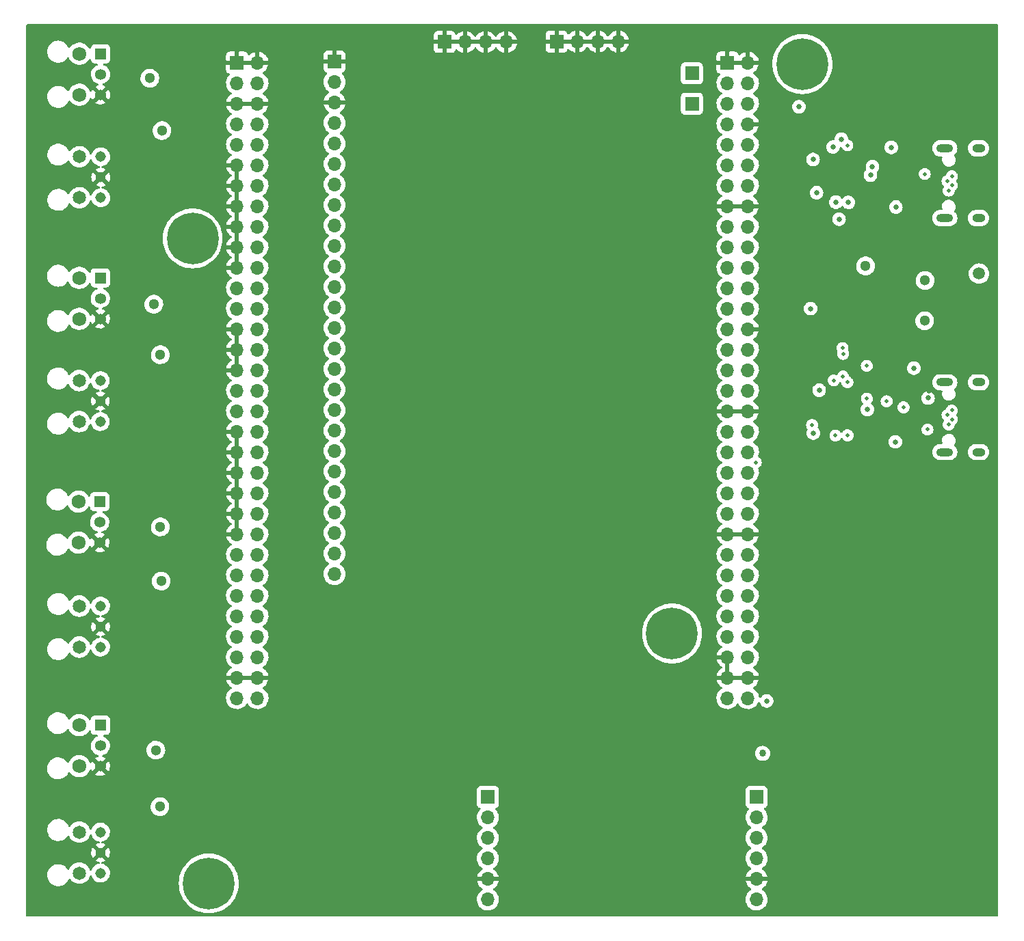
<source format=gbr>
%TF.GenerationSoftware,KiCad,Pcbnew,(6.0.7)*%
%TF.CreationDate,2022-08-08T23:44:24-07:00*%
%TF.ProjectId,adatface_baseboard,61646174-6661-4636-955f-62617365626f,rev?*%
%TF.SameCoordinates,Original*%
%TF.FileFunction,Copper,L3,Inr*%
%TF.FilePolarity,Positive*%
%FSLAX46Y46*%
G04 Gerber Fmt 4.6, Leading zero omitted, Abs format (unit mm)*
G04 Created by KiCad (PCBNEW (6.0.7)) date 2022-08-08 23:44:24*
%MOMM*%
%LPD*%
G01*
G04 APERTURE LIST*
%TA.AperFunction,ComponentPad*%
%ADD10C,1.308000*%
%TD*%
%TA.AperFunction,ComponentPad*%
%ADD11C,1.300000*%
%TD*%
%TA.AperFunction,ComponentPad*%
%ADD12C,1.650000*%
%TD*%
%TA.AperFunction,ComponentPad*%
%ADD13R,1.358000X1.358000*%
%TD*%
%TA.AperFunction,ComponentPad*%
%ADD14C,1.358000*%
%TD*%
%TA.AperFunction,ComponentPad*%
%ADD15C,1.725000*%
%TD*%
%TA.AperFunction,ComponentPad*%
%ADD16R,1.700000X1.700000*%
%TD*%
%TA.AperFunction,ComponentPad*%
%ADD17O,1.700000X1.700000*%
%TD*%
%TA.AperFunction,ComponentPad*%
%ADD18C,0.800000*%
%TD*%
%TA.AperFunction,ComponentPad*%
%ADD19C,6.400000*%
%TD*%
%TA.AperFunction,ComponentPad*%
%ADD20O,2.100000X1.000000*%
%TD*%
%TA.AperFunction,ComponentPad*%
%ADD21O,1.600000X1.000000*%
%TD*%
%TA.AperFunction,ViaPad*%
%ADD22C,0.460000*%
%TD*%
%TA.AperFunction,ViaPad*%
%ADD23C,1.500000*%
%TD*%
%TA.AperFunction,ViaPad*%
%ADD24C,0.660000*%
%TD*%
%TA.AperFunction,ViaPad*%
%ADD25C,1.300000*%
%TD*%
%TA.AperFunction,ViaPad*%
%ADD26C,1.080000*%
%TD*%
%TA.AperFunction,ViaPad*%
%ADD27C,0.860000*%
%TD*%
G04 APERTURE END LIST*
D10*
%TO.N,Net-(C1-Pad2)*%
%TO.C,U1*%
X51056023Y-137249033D03*
D11*
%TO.N,GND*%
X51056023Y-139789033D03*
D10*
%TO.N,/TOSLINK1_RX*%
X51056023Y-142329033D03*
D12*
%TO.N,N/C*%
X48426023Y-137249033D03*
X48426023Y-142329033D03*
%TD*%
D13*
%TO.N,/TOSLINK4_TX*%
%TO.C,TR2*%
X51050408Y-40817745D03*
D14*
%TO.N,+3V3*%
X51050408Y-43357745D03*
%TO.N,GND*%
X51050408Y-45897745D03*
D15*
%TO.N,unconnected-(TR2-Pad4)*%
X48430408Y-40817745D03*
%TO.N,unconnected-(TR2-Pad5)*%
X48430408Y-45897745D03*
%TD*%
D13*
%TO.N,/TOSLINK3_TX*%
%TO.C,TR3*%
X51026111Y-68581385D03*
D14*
%TO.N,+3V3*%
X51026111Y-71121385D03*
%TO.N,GND*%
X51026111Y-73661385D03*
D15*
%TO.N,unconnected-(TR3-Pad4)*%
X48406111Y-68581385D03*
%TO.N,unconnected-(TR3-Pad5)*%
X48406111Y-73661385D03*
%TD*%
D16*
%TO.N,GND*%
%TO.C,J11*%
X93640000Y-39365000D03*
D17*
X96180000Y-39365000D03*
X98720000Y-39365000D03*
X101260000Y-39365000D03*
%TD*%
D18*
%TO.N,N/C*%
%TO.C,H3*%
X60050000Y-63700000D03*
X64147056Y-62002944D03*
X64850000Y-63700000D03*
X60752944Y-62002944D03*
X64147056Y-65397056D03*
D19*
X62450000Y-63700000D03*
D18*
X62450000Y-66100000D03*
X60752944Y-65397056D03*
X62450000Y-61300000D03*
%TD*%
%TO.N,N/C*%
%TO.C,H4*%
X121793000Y-115049000D03*
X123490056Y-110951944D03*
X124193000Y-112649000D03*
X123490056Y-114346056D03*
X120095944Y-110951944D03*
D19*
X121793000Y-112649000D03*
D18*
X121793000Y-110249000D03*
X119393000Y-112649000D03*
X120095944Y-114346056D03*
%TD*%
D16*
%TO.N,GND*%
%TO.C,J10*%
X107490000Y-39310000D03*
D17*
X110030000Y-39310000D03*
X112570000Y-39310000D03*
X115110000Y-39310000D03*
%TD*%
D10*
%TO.N,Net-(C2-Pad2)*%
%TO.C,U2*%
X51070408Y-53580245D03*
D11*
%TO.N,GND*%
X51070408Y-56120245D03*
D10*
%TO.N,/TOSLINK4_RX*%
X51070408Y-58660245D03*
D12*
%TO.N,N/C*%
X48440408Y-53580245D03*
X48440408Y-58660245D03*
%TD*%
D16*
%TO.N,GND*%
%TO.C,J3*%
X128650000Y-41910000D03*
D17*
X131190000Y-41910000D03*
%TO.N,+3V3*%
X128650000Y-44450000D03*
X131190000Y-44450000D03*
%TO.N,Net-(J3-Pad5)*%
X128650000Y-46990000D03*
%TO.N,Net-(J3-Pad6)*%
X131190000Y-46990000D03*
%TO.N,/USB2_CLK*%
X128650000Y-49530000D03*
%TO.N,GND*%
X131190000Y-49530000D03*
%TO.N,/USB2_STP*%
X128650000Y-52070000D03*
%TO.N,/USB2_VBUS_PIN*%
X131190000Y-52070000D03*
%TO.N,/USB2_DIR*%
X128650000Y-54610000D03*
%TO.N,/USB2_ID*%
X131190000Y-54610000D03*
%TO.N,/USB2_NXT*%
X128650000Y-57150000D03*
%TO.N,/USB2_RESET*%
X131190000Y-57150000D03*
%TO.N,GND*%
X128650000Y-59690000D03*
X131190000Y-59690000D03*
%TO.N,/USB2_DATA0*%
X128650000Y-62230000D03*
%TO.N,/USB2_DATA1*%
X131190000Y-62230000D03*
%TO.N,/USB2_DATA2*%
X128650000Y-64770000D03*
%TO.N,/USB2_DATA3*%
X131190000Y-64770000D03*
%TO.N,/USB2_DATA4*%
X128650000Y-67310000D03*
%TO.N,/USB2_DATA5*%
X131190000Y-67310000D03*
%TO.N,/USB2_DATA6*%
X128650000Y-69850000D03*
%TO.N,/USB2_DATA7*%
X131190000Y-69850000D03*
%TO.N,/USB2_SBU1*%
X128650000Y-72390000D03*
%TO.N,/USB2_SBU2*%
X131190000Y-72390000D03*
%TO.N,/USB1_CLK*%
X128650000Y-74930000D03*
%TO.N,GND*%
X131190000Y-74930000D03*
%TO.N,/USB1_STP*%
X128650000Y-77470000D03*
%TO.N,/USB1_VBUS_PIN*%
X131190000Y-77470000D03*
%TO.N,/USB1_DIR*%
X128650000Y-80010000D03*
%TO.N,/USB1_ID*%
X131190000Y-80010000D03*
%TO.N,/USB1_NXT*%
X128650000Y-82550000D03*
%TO.N,/USB1_RESET*%
X131190000Y-82550000D03*
%TO.N,GND*%
X128650000Y-85090000D03*
X131190000Y-85090000D03*
%TO.N,/USB1_DATA0*%
X128650000Y-87630000D03*
%TO.N,/USB1_DATA1*%
X131190000Y-87630000D03*
%TO.N,/USB1_DATA2*%
X128650000Y-90170000D03*
%TO.N,/USB1_DATA3*%
X131190000Y-90170000D03*
%TO.N,/USB1_DATA4*%
X128650000Y-92710000D03*
%TO.N,/USB1_DATA5*%
X131190000Y-92710000D03*
%TO.N,/USB1_DATA6*%
X128650000Y-95250000D03*
%TO.N,/USB1_DATA7*%
X131190000Y-95250000D03*
%TO.N,/USB1_SBU1*%
X128650000Y-97790000D03*
%TO.N,/USB1_SBU2*%
X131190000Y-97790000D03*
%TO.N,GND*%
X128650000Y-100330000D03*
X131190000Y-100330000D03*
%TO.N,/USB2_ACTIVE*%
X128650000Y-102870000D03*
%TO.N,/USB2_SUSPENDED_N*%
X131190000Y-102870000D03*
%TO.N,/USB1_ACTIVE*%
X128650000Y-105410000D03*
%TO.N,/USB1_SUSPENDED_N*%
X131190000Y-105410000D03*
%TO.N,/SYNC3*%
X128650000Y-107950000D03*
%TO.N,/SYNC4*%
X131190000Y-107950000D03*
%TO.N,/SYNC1*%
X128650000Y-110490000D03*
%TO.N,/SYNC2*%
X131190000Y-110490000D03*
%TO.N,/USB1*%
X128650000Y-113030000D03*
%TO.N,/USB2*%
X131190000Y-113030000D03*
%TO.N,GND*%
X128650000Y-115570000D03*
%TO.N,/HOST*%
X131190000Y-115570000D03*
%TO.N,GND*%
X128650000Y-118110000D03*
X131190000Y-118110000D03*
%TO.N,+5V*%
X128650000Y-120650000D03*
X131190000Y-120650000D03*
%TD*%
D16*
%TO.N,GND*%
%TO.C,J7*%
X80010000Y-41783000D03*
D17*
%TO.N,+3V3*%
X80010000Y-44323000D03*
%TO.N,GND*%
X80010000Y-46863000D03*
%TO.N,Net-(J2-Pad8)*%
X80010000Y-49403000D03*
%TO.N,Net-(J2-Pad10)*%
X80010000Y-51943000D03*
%TO.N,Net-(J2-Pad12)*%
X80010000Y-54483000D03*
%TO.N,Net-(J2-Pad14)*%
X80010000Y-57023000D03*
%TO.N,Net-(J2-Pad16)*%
X80010000Y-59563000D03*
%TO.N,Net-(J2-Pad18)*%
X80010000Y-62103000D03*
%TO.N,Net-(J2-Pad20)*%
X80010000Y-64643000D03*
%TO.N,Net-(J2-Pad22)*%
X80010000Y-67183000D03*
%TO.N,Net-(J2-Pad24)*%
X80010000Y-69723000D03*
%TO.N,Net-(J2-Pad26)*%
X80010000Y-72263000D03*
%TO.N,Net-(J2-Pad28)*%
X80010000Y-74803000D03*
%TO.N,Net-(J2-Pad30)*%
X80010000Y-77343000D03*
%TO.N,Net-(J2-Pad32)*%
X80010000Y-79883000D03*
%TO.N,Net-(J2-Pad34)*%
X80010000Y-82423000D03*
%TO.N,Net-(J2-Pad36)*%
X80010000Y-84963000D03*
%TO.N,Net-(J2-Pad38)*%
X80010000Y-87503000D03*
%TO.N,Net-(J2-Pad40)*%
X80010000Y-90043000D03*
%TO.N,Net-(J2-Pad42)*%
X80010000Y-92583000D03*
%TO.N,Net-(J2-Pad44)*%
X80010000Y-95123000D03*
%TO.N,Net-(J2-Pad46)*%
X80010000Y-97663000D03*
%TO.N,Net-(J2-Pad48)*%
X80010000Y-100203000D03*
%TO.N,Net-(J2-Pad50)*%
X80010000Y-102743000D03*
%TO.N,Net-(J2-Pad52)*%
X80010000Y-105283000D03*
%TD*%
D16*
%TO.N,/I2S2_SCK*%
%TO.C,J6*%
X99000000Y-132900000D03*
D17*
%TO.N,/I2S2_BCK*%
X99000000Y-135440000D03*
%TO.N,/I2S2_DIN*%
X99000000Y-137980000D03*
%TO.N,/I2S2_LRCK*%
X99000000Y-140520000D03*
%TO.N,GND*%
X99000000Y-143060000D03*
%TO.N,+5V*%
X99000000Y-145600000D03*
%TD*%
D20*
%TO.N,Net-(J4-PadS1)*%
%TO.C,J4*%
X155545000Y-90170000D03*
D21*
X159725000Y-90170000D03*
X159725000Y-81530000D03*
D20*
X155545000Y-81530000D03*
%TD*%
D10*
%TO.N,Net-(C3-Pad2)*%
%TO.C,U3*%
X51030000Y-81310000D03*
D11*
%TO.N,GND*%
X51030000Y-83850000D03*
D10*
%TO.N,/TOSLINK3_RX*%
X51030000Y-86390000D03*
D12*
%TO.N,N/C*%
X48400000Y-81310000D03*
X48400000Y-86390000D03*
%TD*%
D16*
%TO.N,Net-(J3-Pad6)*%
%TO.C,J9*%
X124250000Y-43250000D03*
%TD*%
D18*
%TO.N,N/C*%
%TO.C,H2*%
X62752944Y-141902944D03*
X66850000Y-143600000D03*
X64450000Y-146000000D03*
X66147056Y-145297056D03*
X64450000Y-141200000D03*
X66147056Y-141902944D03*
X62752944Y-145297056D03*
X62050000Y-143600000D03*
D19*
X64450000Y-143600000D03*
%TD*%
D16*
%TO.N,/I2S1_SCK*%
%TO.C,J1*%
X132250000Y-132900000D03*
D17*
%TO.N,/I2S1_BCK*%
X132250000Y-135440000D03*
%TO.N,/I2S1_DIN*%
X132250000Y-137980000D03*
%TO.N,/I2S1_LRCK*%
X132250000Y-140520000D03*
%TO.N,GND*%
X132250000Y-143060000D03*
%TO.N,+5V*%
X132250000Y-145600000D03*
%TD*%
D13*
%TO.N,/TOSLINK2_TX*%
%TO.C,TR4*%
X50946530Y-96303594D03*
D14*
%TO.N,+3V3*%
X50946530Y-98843594D03*
%TO.N,GND*%
X50946530Y-101383594D03*
D15*
%TO.N,unconnected-(TR4-Pad4)*%
X48326530Y-96303594D03*
%TO.N,unconnected-(TR4-Pad5)*%
X48326530Y-101383594D03*
%TD*%
D16*
%TO.N,Net-(J3-Pad5)*%
%TO.C,J8*%
X124250000Y-47000000D03*
%TD*%
D19*
%TO.N,N/C*%
%TO.C,H1*%
X137925000Y-42100000D03*
D18*
X137925000Y-39700000D03*
X137925000Y-44500000D03*
X140325000Y-42100000D03*
X139622056Y-43797056D03*
X136227944Y-40402944D03*
X135525000Y-42100000D03*
X136227944Y-43797056D03*
X139622056Y-40402944D03*
%TD*%
D10*
%TO.N,Net-(C4-Pad2)*%
%TO.C,U4*%
X51056023Y-109249033D03*
D11*
%TO.N,GND*%
X51056023Y-111789033D03*
D10*
%TO.N,/TOSLINK2_RX*%
X51056023Y-114329033D03*
D12*
%TO.N,N/C*%
X48426023Y-109249033D03*
X48426023Y-114329033D03*
%TD*%
D13*
%TO.N,/TOSLINK1_TX*%
%TO.C,TR1*%
X51036023Y-124011533D03*
D14*
%TO.N,+3V3*%
X51036023Y-126551533D03*
%TO.N,GND*%
X51036023Y-129091533D03*
D15*
%TO.N,unconnected-(TR1-Pad4)*%
X48416023Y-124011533D03*
%TO.N,unconnected-(TR1-Pad5)*%
X48416023Y-129091533D03*
%TD*%
D16*
%TO.N,GND*%
%TO.C,J2*%
X67945000Y-41910000D03*
D17*
X70485000Y-41910000D03*
%TO.N,+3V3*%
X67945000Y-44450000D03*
X70485000Y-44450000D03*
%TO.N,GND*%
X67945000Y-46990000D03*
X70485000Y-46990000D03*
%TO.N,/TOSLINK4_TX*%
X67945000Y-49530000D03*
%TO.N,Net-(J2-Pad8)*%
X70485000Y-49530000D03*
%TO.N,/TOSLINK4_RX*%
X67945000Y-52070000D03*
%TO.N,Net-(J2-Pad10)*%
X70485000Y-52070000D03*
%TO.N,GND*%
X67945000Y-54610000D03*
%TO.N,Net-(J2-Pad12)*%
X70485000Y-54610000D03*
%TO.N,GND*%
X67945000Y-57150000D03*
%TO.N,Net-(J2-Pad14)*%
X70485000Y-57150000D03*
%TO.N,GND*%
X67945000Y-59690000D03*
%TO.N,Net-(J2-Pad16)*%
X70485000Y-59690000D03*
%TO.N,GND*%
X67945000Y-62230000D03*
%TO.N,Net-(J2-Pad18)*%
X70485000Y-62230000D03*
%TO.N,GND*%
X67945000Y-64770000D03*
%TO.N,Net-(J2-Pad20)*%
X70485000Y-64770000D03*
%TO.N,GND*%
X67945000Y-67310000D03*
%TO.N,Net-(J2-Pad22)*%
X70485000Y-67310000D03*
%TO.N,/TOSLINK3_TX*%
X67945000Y-69850000D03*
%TO.N,Net-(J2-Pad24)*%
X70485000Y-69850000D03*
%TO.N,/TOSLINK3_RX*%
X67945000Y-72390000D03*
%TO.N,Net-(J2-Pad26)*%
X70485000Y-72390000D03*
%TO.N,GND*%
X67945000Y-74930000D03*
%TO.N,Net-(J2-Pad28)*%
X70485000Y-74930000D03*
%TO.N,GND*%
X67945000Y-77470000D03*
%TO.N,Net-(J2-Pad30)*%
X70485000Y-77470000D03*
%TO.N,GND*%
X67945000Y-80010000D03*
%TO.N,Net-(J2-Pad32)*%
X70485000Y-80010000D03*
%TO.N,/TOSLINK2_TX*%
X67945000Y-82550000D03*
%TO.N,Net-(J2-Pad34)*%
X70485000Y-82550000D03*
%TO.N,/TOSLINK2_RX*%
X67945000Y-85090000D03*
%TO.N,Net-(J2-Pad36)*%
X70485000Y-85090000D03*
%TO.N,GND*%
X67945000Y-87630000D03*
%TO.N,Net-(J2-Pad38)*%
X70485000Y-87630000D03*
%TO.N,GND*%
X67945000Y-90170000D03*
%TO.N,Net-(J2-Pad40)*%
X70485000Y-90170000D03*
%TO.N,GND*%
X67945000Y-92710000D03*
%TO.N,Net-(J2-Pad42)*%
X70485000Y-92710000D03*
%TO.N,GND*%
X67945000Y-95250000D03*
%TO.N,Net-(J2-Pad44)*%
X70485000Y-95250000D03*
%TO.N,GND*%
X67945000Y-97790000D03*
%TO.N,Net-(J2-Pad46)*%
X70485000Y-97790000D03*
%TO.N,GND*%
X67945000Y-100330000D03*
%TO.N,Net-(J2-Pad48)*%
X70485000Y-100330000D03*
%TO.N,/TOSLINK1_TX*%
X67945000Y-102870000D03*
%TO.N,Net-(J2-Pad50)*%
X70485000Y-102870000D03*
%TO.N,/TOSLINK1_RX*%
X67945000Y-105410000D03*
%TO.N,Net-(J2-Pad52)*%
X70485000Y-105410000D03*
%TO.N,/I2S1_SCK*%
X67945000Y-107950000D03*
%TO.N,/I2S1_BCK*%
X70485000Y-107950000D03*
%TO.N,/I2S1_DIN*%
X67945000Y-110490000D03*
%TO.N,/I2S1_LRCK*%
X70485000Y-110490000D03*
%TO.N,/I2S2_SCK*%
X67945000Y-113030000D03*
%TO.N,/I2S2_BCK*%
X70485000Y-113030000D03*
%TO.N,/I2S2_DIN*%
X67945000Y-115570000D03*
%TO.N,/I2S2_LRCK*%
X70485000Y-115570000D03*
%TO.N,GND*%
X67945000Y-118110000D03*
X70485000Y-118110000D03*
%TO.N,+5V*%
X67945000Y-120650000D03*
X70485000Y-120650000D03*
%TD*%
D20*
%TO.N,Net-(J5-PadS1)*%
%TO.C,J5*%
X155545000Y-52530000D03*
D21*
X159725000Y-61170000D03*
X159725000Y-52530000D03*
D20*
X155545000Y-61170000D03*
%TD*%
D22*
%TO.N,/USB2_D+*%
X156425000Y-57125000D03*
X156425000Y-56000000D03*
%TO.N,/USB2_D-*%
X156035000Y-57775000D03*
X155895500Y-56579500D03*
%TO.N,GND*%
X143650000Y-54850000D03*
X141550000Y-61940000D03*
D23*
X155000000Y-97250000D03*
D22*
X142630000Y-91570000D03*
X138430000Y-88610000D03*
D24*
X133030000Y-47130000D03*
X135720000Y-47070000D03*
D22*
X141754384Y-83960199D03*
X137350000Y-93040000D03*
D25*
X150450000Y-73100000D03*
D22*
X143650000Y-55850000D03*
X149850000Y-50340000D03*
X142750000Y-85950000D03*
D24*
X148500000Y-74250000D03*
D22*
X143310000Y-60280000D03*
X137420000Y-86410000D03*
D26*
X144850000Y-63275000D03*
D22*
X133460000Y-66360000D03*
X142650000Y-56850000D03*
D24*
X132940000Y-54600000D03*
X153560000Y-82570000D03*
D22*
X132600000Y-59100000D03*
X133010000Y-82430000D03*
D23*
X155000000Y-99300000D03*
D27*
X153550000Y-89200000D03*
D22*
X139990000Y-89530000D03*
D26*
X159600000Y-119900000D03*
D22*
X140480000Y-94090000D03*
X135600000Y-77900000D03*
X133020000Y-69860000D03*
D24*
X144800000Y-48750000D03*
D22*
X138300000Y-84650000D03*
X138540000Y-64980000D03*
X139180000Y-95670000D03*
X143130000Y-89860000D03*
X135060000Y-66330000D03*
X141650000Y-54850000D03*
X141750000Y-84850000D03*
D24*
X135710000Y-53680000D03*
D22*
X132490000Y-63710000D03*
X141650000Y-55850000D03*
D27*
X153825000Y-53325000D03*
D22*
X142750000Y-83800000D03*
X143650000Y-84850000D03*
X141750000Y-85950000D03*
D24*
X137980000Y-80730000D03*
D22*
X136890000Y-64530000D03*
D24*
X137400000Y-51740000D03*
D22*
X133370000Y-90340000D03*
X132600000Y-95790000D03*
X143650000Y-85950000D03*
X132860000Y-79660000D03*
X147820000Y-87080000D03*
D23*
X154700000Y-102000000D03*
D22*
X147080000Y-60210000D03*
X142750000Y-84850000D03*
D26*
X149420000Y-53910000D03*
D24*
X149412500Y-87200000D03*
D22*
X141200000Y-49890000D03*
X133330000Y-77890000D03*
X143650000Y-56850000D03*
X135870000Y-91820000D03*
D24*
X136150000Y-82330000D03*
D22*
X138190000Y-92130000D03*
X139940000Y-61480000D03*
D24*
X146825000Y-81975000D03*
X149425000Y-90525000D03*
X135950000Y-55600000D03*
D22*
X137330000Y-49910000D03*
X143650000Y-83800000D03*
X141650000Y-56850000D03*
X140400000Y-91300000D03*
D25*
X155650000Y-63850000D03*
D22*
X132910000Y-75370000D03*
X137520000Y-75810000D03*
X135480000Y-80250000D03*
X141400000Y-89670000D03*
D24*
X147520000Y-52640000D03*
D22*
X142650000Y-55850000D03*
X135050000Y-93210000D03*
X142650000Y-54850000D03*
D25*
X155400000Y-79250000D03*
D26*
X152400000Y-62550000D03*
D22*
X137420000Y-84850000D03*
D25*
X157750000Y-73800000D03*
D26*
X147841950Y-58391950D03*
D27*
X153775000Y-60500000D03*
D22*
X141290000Y-92730000D03*
X135530000Y-67940000D03*
X133790000Y-49070000D03*
X141870000Y-76460000D03*
D25*
%TO.N,+3V3*%
X58550000Y-106150000D03*
X57650000Y-71850000D03*
D22*
X143529500Y-88095000D03*
D24*
X139667911Y-58032917D03*
X143630000Y-59230000D03*
X139240000Y-53920500D03*
D22*
X142029500Y-88114428D03*
D25*
X58650000Y-50343750D03*
X58450000Y-78112500D03*
D24*
X142074144Y-59210155D03*
D25*
X153100000Y-68900000D03*
X57900000Y-127100000D03*
X153050000Y-73900000D03*
D24*
X140000000Y-82500000D03*
D25*
X58450000Y-99450000D03*
D24*
X139270000Y-87810000D03*
D25*
X58400000Y-134100000D03*
X57150000Y-43850000D03*
D24*
X146350000Y-55850000D03*
X145975000Y-84900000D03*
D23*
%TO.N,+1V8*%
X159775000Y-68050000D03*
D25*
X145737840Y-67109048D03*
D22*
X142954263Y-80810000D03*
D24*
X141705105Y-52364145D03*
D22*
X141795263Y-81290000D03*
D24*
X142760000Y-51420000D03*
D27*
%TO.N,/HOST*%
X133000000Y-127500000D03*
D24*
%TO.N,/USB2*%
X133500000Y-121000000D03*
%TO.N,/USB2_VBUS_PIN*%
X142460000Y-61320000D03*
%TO.N,/USB2_ID*%
X137490000Y-47380000D03*
D22*
%TO.N,/USB2_RESET*%
X143479500Y-52170000D03*
%TO.N,/USB2_SBU1*%
X153070000Y-55710000D03*
D24*
%TO.N,Net-(R19-Pad2)*%
X148912500Y-52427598D03*
X146600000Y-54800000D03*
D22*
%TO.N,Net-(R20-Pad2)*%
X148350000Y-83875000D03*
D24*
X149425000Y-88900000D03*
%TO.N,/USB2_SBU2*%
X138950098Y-72390000D03*
X149490000Y-59810000D03*
%TO.N,/USB1_VBUS*%
X151730000Y-79770000D03*
X153470000Y-83480000D03*
D22*
%TO.N,/USB1_VBUS_PIN*%
X142890000Y-77280000D03*
%TO.N,/USB1_ID*%
X142970000Y-78004500D03*
X145910000Y-83530000D03*
X145900000Y-79490000D03*
%TO.N,/USB1_RESET*%
X143491719Y-81519809D03*
%TO.N,/USB1_DATA4*%
X132150000Y-91450000D03*
X139129124Y-86811999D03*
%TO.N,/USB1_SBU1*%
X150450000Y-84625000D03*
%TO.N,/USB1_SBU2*%
X153400000Y-87375000D03*
%TO.N,/USB1_D+*%
X156425000Y-85000000D03*
X156425000Y-86125000D03*
%TO.N,/USB1_D-*%
X155895500Y-85579500D03*
X156035000Y-86775000D03*
%TD*%
%TA.AperFunction,Conductor*%
%TO.N,GND*%
G36*
X162083621Y-37178502D02*
G01*
X162130114Y-37232158D01*
X162141500Y-37284500D01*
X162141500Y-147615500D01*
X162121498Y-147683621D01*
X162067842Y-147730114D01*
X162015500Y-147741500D01*
X41984500Y-147741500D01*
X41916379Y-147721498D01*
X41869886Y-147667842D01*
X41858500Y-147615500D01*
X41858500Y-142524807D01*
X44454125Y-142524807D01*
X44454325Y-142530136D01*
X44454325Y-142530138D01*
X44457007Y-142601576D01*
X44462774Y-142755191D01*
X44510116Y-142980824D01*
X44512074Y-142985783D01*
X44512075Y-142985785D01*
X44513859Y-142990301D01*
X44594799Y-143195254D01*
X44597566Y-143199813D01*
X44597567Y-143199816D01*
X44669267Y-143317973D01*
X44714400Y-143392350D01*
X44717897Y-143396380D01*
X44856991Y-143556672D01*
X44865500Y-143566478D01*
X44892142Y-143588323D01*
X45039650Y-143709273D01*
X45039656Y-143709277D01*
X45043778Y-143712657D01*
X45048414Y-143715296D01*
X45048417Y-143715298D01*
X45121999Y-143757183D01*
X45244137Y-143826708D01*
X45460848Y-143905370D01*
X45466097Y-143906319D01*
X45466100Y-143906320D01*
X45683631Y-143945656D01*
X45683638Y-143945657D01*
X45687715Y-143946394D01*
X45705437Y-143947230D01*
X45710379Y-143947463D01*
X45710386Y-143947463D01*
X45711867Y-143947533D01*
X45873913Y-143947533D01*
X45940832Y-143941855D01*
X46040432Y-143933404D01*
X46040436Y-143933403D01*
X46045743Y-143932953D01*
X46050898Y-143931615D01*
X46050904Y-143931614D01*
X46263726Y-143876376D01*
X46263730Y-143876375D01*
X46268895Y-143875034D01*
X46273761Y-143872842D01*
X46273764Y-143872841D01*
X46474225Y-143782540D01*
X46479098Y-143780345D01*
X46670342Y-143651592D01*
X46674349Y-143647770D01*
X46763792Y-143562445D01*
X46837158Y-143492457D01*
X46974777Y-143307491D01*
X46984945Y-143287493D01*
X47076845Y-143106737D01*
X47079263Y-143101982D01*
X47082979Y-143090013D01*
X47122283Y-143030890D01*
X47187312Y-143002400D01*
X47257421Y-143013590D01*
X47306524Y-143055109D01*
X47400601Y-143189465D01*
X47565591Y-143354455D01*
X47570099Y-143357612D01*
X47570102Y-143357614D01*
X47752217Y-143485132D01*
X47756726Y-143488289D01*
X47761708Y-143490612D01*
X47761713Y-143490615D01*
X47924402Y-143566478D01*
X47968197Y-143586900D01*
X47973505Y-143588322D01*
X47973507Y-143588323D01*
X48188264Y-143645867D01*
X48188266Y-143645867D01*
X48193579Y-143647291D01*
X48426023Y-143667627D01*
X48658467Y-143647291D01*
X48663780Y-143645867D01*
X48663782Y-143645867D01*
X48834960Y-143600000D01*
X60736411Y-143600000D01*
X60756754Y-143988176D01*
X60757267Y-143991416D01*
X60757268Y-143991424D01*
X60774012Y-144097139D01*
X60817562Y-144372099D01*
X60918167Y-144747562D01*
X61057468Y-145110453D01*
X61058966Y-145113393D01*
X61193465Y-145377361D01*
X61233938Y-145456794D01*
X61235734Y-145459560D01*
X61235736Y-145459563D01*
X61329122Y-145603365D01*
X61445643Y-145782793D01*
X61690266Y-146084876D01*
X61965124Y-146359734D01*
X62267207Y-146604357D01*
X62269970Y-146606152D01*
X62269971Y-146606152D01*
X62527162Y-146773173D01*
X62593205Y-146816062D01*
X62596139Y-146817557D01*
X62596146Y-146817561D01*
X62861046Y-146952534D01*
X62939547Y-146992532D01*
X63302438Y-147131833D01*
X63677901Y-147232438D01*
X63881793Y-147264732D01*
X64058576Y-147292732D01*
X64058584Y-147292733D01*
X64061824Y-147293246D01*
X64450000Y-147313589D01*
X64838176Y-147293246D01*
X64841416Y-147292733D01*
X64841424Y-147292732D01*
X65018207Y-147264732D01*
X65222099Y-147232438D01*
X65597562Y-147131833D01*
X65960453Y-146992532D01*
X66038954Y-146952534D01*
X66303854Y-146817561D01*
X66303861Y-146817557D01*
X66306795Y-146816062D01*
X66372839Y-146773173D01*
X66630029Y-146606152D01*
X66630030Y-146606152D01*
X66632793Y-146604357D01*
X66934876Y-146359734D01*
X67209734Y-146084876D01*
X67454357Y-145782793D01*
X67570878Y-145603365D01*
X67594692Y-145566695D01*
X97637251Y-145566695D01*
X97637548Y-145571848D01*
X97637548Y-145571851D01*
X97649711Y-145782793D01*
X97650110Y-145789715D01*
X97651247Y-145794761D01*
X97651248Y-145794767D01*
X97671119Y-145882939D01*
X97699222Y-146007639D01*
X97783266Y-146214616D01*
X97785965Y-146219020D01*
X97873466Y-146361809D01*
X97899987Y-146405088D01*
X98046250Y-146573938D01*
X98218126Y-146716632D01*
X98411000Y-146829338D01*
X98619692Y-146909030D01*
X98624760Y-146910061D01*
X98624763Y-146910062D01*
X98732017Y-146931883D01*
X98838597Y-146953567D01*
X98843772Y-146953757D01*
X98843774Y-146953757D01*
X99056673Y-146961564D01*
X99056677Y-146961564D01*
X99061837Y-146961753D01*
X99066957Y-146961097D01*
X99066959Y-146961097D01*
X99278288Y-146934025D01*
X99278289Y-146934025D01*
X99283416Y-146933368D01*
X99288366Y-146931883D01*
X99492429Y-146870661D01*
X99492434Y-146870659D01*
X99497384Y-146869174D01*
X99697994Y-146770896D01*
X99879860Y-146641173D01*
X100038096Y-146483489D01*
X100097594Y-146400689D01*
X100165435Y-146306277D01*
X100168453Y-146302077D01*
X100267430Y-146101811D01*
X100332370Y-145888069D01*
X100361529Y-145666590D01*
X100363156Y-145600000D01*
X100360418Y-145566695D01*
X130887251Y-145566695D01*
X130887548Y-145571848D01*
X130887548Y-145571851D01*
X130899711Y-145782793D01*
X130900110Y-145789715D01*
X130901247Y-145794761D01*
X130901248Y-145794767D01*
X130921119Y-145882939D01*
X130949222Y-146007639D01*
X131033266Y-146214616D01*
X131035965Y-146219020D01*
X131123466Y-146361809D01*
X131149987Y-146405088D01*
X131296250Y-146573938D01*
X131468126Y-146716632D01*
X131661000Y-146829338D01*
X131869692Y-146909030D01*
X131874760Y-146910061D01*
X131874763Y-146910062D01*
X131982017Y-146931883D01*
X132088597Y-146953567D01*
X132093772Y-146953757D01*
X132093774Y-146953757D01*
X132306673Y-146961564D01*
X132306677Y-146961564D01*
X132311837Y-146961753D01*
X132316957Y-146961097D01*
X132316959Y-146961097D01*
X132528288Y-146934025D01*
X132528289Y-146934025D01*
X132533416Y-146933368D01*
X132538366Y-146931883D01*
X132742429Y-146870661D01*
X132742434Y-146870659D01*
X132747384Y-146869174D01*
X132947994Y-146770896D01*
X133129860Y-146641173D01*
X133288096Y-146483489D01*
X133347594Y-146400689D01*
X133415435Y-146306277D01*
X133418453Y-146302077D01*
X133517430Y-146101811D01*
X133582370Y-145888069D01*
X133611529Y-145666590D01*
X133613156Y-145600000D01*
X133594852Y-145377361D01*
X133540431Y-145160702D01*
X133451354Y-144955840D01*
X133330014Y-144768277D01*
X133179670Y-144603051D01*
X133175619Y-144599852D01*
X133175615Y-144599848D01*
X133008414Y-144467800D01*
X133008410Y-144467798D01*
X133004359Y-144464598D01*
X132962569Y-144441529D01*
X132912598Y-144391097D01*
X132897826Y-144321654D01*
X132922942Y-144255248D01*
X132950294Y-144228641D01*
X133125328Y-144103792D01*
X133133200Y-144097139D01*
X133284052Y-143946812D01*
X133290730Y-143938965D01*
X133415003Y-143766020D01*
X133420313Y-143757183D01*
X133514670Y-143566267D01*
X133518469Y-143556672D01*
X133580377Y-143352910D01*
X133582555Y-143342837D01*
X133583986Y-143331962D01*
X133581775Y-143317778D01*
X133568617Y-143314000D01*
X130933225Y-143314000D01*
X130919694Y-143317973D01*
X130918257Y-143327966D01*
X130948565Y-143462446D01*
X130951645Y-143472275D01*
X131031770Y-143669603D01*
X131036413Y-143678794D01*
X131147694Y-143860388D01*
X131153777Y-143868699D01*
X131293213Y-144029667D01*
X131300580Y-144036883D01*
X131464434Y-144172916D01*
X131472881Y-144178831D01*
X131541969Y-144219203D01*
X131590693Y-144270842D01*
X131603764Y-144340625D01*
X131577033Y-144406396D01*
X131536584Y-144439752D01*
X131523607Y-144446507D01*
X131519474Y-144449610D01*
X131519471Y-144449612D01*
X131495247Y-144467800D01*
X131344965Y-144580635D01*
X131190629Y-144742138D01*
X131064743Y-144926680D01*
X131049003Y-144960590D01*
X130979439Y-145110453D01*
X130970688Y-145129305D01*
X130910989Y-145344570D01*
X130887251Y-145566695D01*
X100360418Y-145566695D01*
X100344852Y-145377361D01*
X100290431Y-145160702D01*
X100201354Y-144955840D01*
X100080014Y-144768277D01*
X99929670Y-144603051D01*
X99925619Y-144599852D01*
X99925615Y-144599848D01*
X99758414Y-144467800D01*
X99758410Y-144467798D01*
X99754359Y-144464598D01*
X99712569Y-144441529D01*
X99662598Y-144391097D01*
X99647826Y-144321654D01*
X99672942Y-144255248D01*
X99700294Y-144228641D01*
X99875328Y-144103792D01*
X99883200Y-144097139D01*
X100034052Y-143946812D01*
X100040730Y-143938965D01*
X100165003Y-143766020D01*
X100170313Y-143757183D01*
X100264670Y-143566267D01*
X100268469Y-143556672D01*
X100330377Y-143352910D01*
X100332555Y-143342837D01*
X100333986Y-143331962D01*
X100331775Y-143317778D01*
X100318617Y-143314000D01*
X97683225Y-143314000D01*
X97669694Y-143317973D01*
X97668257Y-143327966D01*
X97698565Y-143462446D01*
X97701645Y-143472275D01*
X97781770Y-143669603D01*
X97786413Y-143678794D01*
X97897694Y-143860388D01*
X97903777Y-143868699D01*
X98043213Y-144029667D01*
X98050580Y-144036883D01*
X98214434Y-144172916D01*
X98222881Y-144178831D01*
X98291969Y-144219203D01*
X98340693Y-144270842D01*
X98353764Y-144340625D01*
X98327033Y-144406396D01*
X98286584Y-144439752D01*
X98273607Y-144446507D01*
X98269474Y-144449610D01*
X98269471Y-144449612D01*
X98245247Y-144467800D01*
X98094965Y-144580635D01*
X97940629Y-144742138D01*
X97814743Y-144926680D01*
X97799003Y-144960590D01*
X97729439Y-145110453D01*
X97720688Y-145129305D01*
X97660989Y-145344570D01*
X97637251Y-145566695D01*
X67594692Y-145566695D01*
X67664264Y-145459563D01*
X67664266Y-145459560D01*
X67666062Y-145456794D01*
X67706536Y-145377361D01*
X67841034Y-145113393D01*
X67842532Y-145110453D01*
X67981833Y-144747562D01*
X68082438Y-144372099D01*
X68125988Y-144097139D01*
X68142732Y-143991424D01*
X68142733Y-143991416D01*
X68143246Y-143988176D01*
X68163589Y-143600000D01*
X68143246Y-143211824D01*
X68141345Y-143199816D01*
X68114589Y-143030890D01*
X68082438Y-142827901D01*
X67981833Y-142452438D01*
X67955044Y-142382649D01*
X67843716Y-142092632D01*
X67842532Y-142089547D01*
X67760333Y-141928222D01*
X67667561Y-141746147D01*
X67667557Y-141746140D01*
X67666062Y-141743206D01*
X67650360Y-141719026D01*
X67456152Y-141419971D01*
X67456152Y-141419970D01*
X67454357Y-141417207D01*
X67303373Y-141230758D01*
X67211809Y-141117686D01*
X67211806Y-141117682D01*
X67209734Y-141115124D01*
X66934876Y-140840266D01*
X66894850Y-140807853D01*
X66635355Y-140597718D01*
X66632793Y-140595643D01*
X66472967Y-140491851D01*
X66465027Y-140486695D01*
X97637251Y-140486695D01*
X97637548Y-140491848D01*
X97637548Y-140491851D01*
X97643011Y-140586590D01*
X97650110Y-140709715D01*
X97651247Y-140714761D01*
X97651248Y-140714767D01*
X97663153Y-140767590D01*
X97699222Y-140927639D01*
X97783266Y-141134616D01*
X97830546Y-141211770D01*
X97885649Y-141301690D01*
X97899987Y-141325088D01*
X98046250Y-141493938D01*
X98218126Y-141636632D01*
X98249948Y-141655227D01*
X98291955Y-141679774D01*
X98340679Y-141731412D01*
X98353750Y-141801195D01*
X98327019Y-141866967D01*
X98286562Y-141900327D01*
X98278457Y-141904546D01*
X98269738Y-141910036D01*
X98099433Y-142037905D01*
X98091726Y-142044748D01*
X97944590Y-142198717D01*
X97938104Y-142206727D01*
X97818098Y-142382649D01*
X97813000Y-142391623D01*
X97723338Y-142584783D01*
X97719775Y-142594470D01*
X97664389Y-142794183D01*
X97665912Y-142802607D01*
X97678292Y-142806000D01*
X100318344Y-142806000D01*
X100331875Y-142802027D01*
X100333180Y-142792947D01*
X100291214Y-142625875D01*
X100287894Y-142616124D01*
X100202972Y-142420814D01*
X100198105Y-142411739D01*
X100082426Y-142232926D01*
X100076136Y-142224757D01*
X99932806Y-142067240D01*
X99925273Y-142060215D01*
X99758139Y-141928222D01*
X99749556Y-141922520D01*
X99712602Y-141902120D01*
X99662631Y-141851687D01*
X99647859Y-141782245D01*
X99672975Y-141715839D01*
X99700327Y-141689232D01*
X99748000Y-141655227D01*
X99879860Y-141561173D01*
X99897174Y-141543920D01*
X100034435Y-141407137D01*
X100038096Y-141403489D01*
X100097594Y-141320689D01*
X100165435Y-141226277D01*
X100168453Y-141222077D01*
X100189227Y-141180045D01*
X100265136Y-141026453D01*
X100265137Y-141026451D01*
X100267430Y-141021811D01*
X100332370Y-140808069D01*
X100361529Y-140586590D01*
X100363156Y-140520000D01*
X100360418Y-140486695D01*
X130887251Y-140486695D01*
X130887548Y-140491848D01*
X130887548Y-140491851D01*
X130893011Y-140586590D01*
X130900110Y-140709715D01*
X130901247Y-140714761D01*
X130901248Y-140714767D01*
X130913153Y-140767590D01*
X130949222Y-140927639D01*
X131033266Y-141134616D01*
X131080546Y-141211770D01*
X131135649Y-141301690D01*
X131149987Y-141325088D01*
X131296250Y-141493938D01*
X131468126Y-141636632D01*
X131499948Y-141655227D01*
X131541955Y-141679774D01*
X131590679Y-141731412D01*
X131603750Y-141801195D01*
X131577019Y-141866967D01*
X131536562Y-141900327D01*
X131528457Y-141904546D01*
X131519738Y-141910036D01*
X131349433Y-142037905D01*
X131341726Y-142044748D01*
X131194590Y-142198717D01*
X131188104Y-142206727D01*
X131068098Y-142382649D01*
X131063000Y-142391623D01*
X130973338Y-142584783D01*
X130969775Y-142594470D01*
X130914389Y-142794183D01*
X130915912Y-142802607D01*
X130928292Y-142806000D01*
X133568344Y-142806000D01*
X133581875Y-142802027D01*
X133583180Y-142792947D01*
X133541214Y-142625875D01*
X133537894Y-142616124D01*
X133452972Y-142420814D01*
X133448105Y-142411739D01*
X133332426Y-142232926D01*
X133326136Y-142224757D01*
X133182806Y-142067240D01*
X133175273Y-142060215D01*
X133008139Y-141928222D01*
X132999556Y-141922520D01*
X132962602Y-141902120D01*
X132912631Y-141851687D01*
X132897859Y-141782245D01*
X132922975Y-141715839D01*
X132950327Y-141689232D01*
X132998000Y-141655227D01*
X133129860Y-141561173D01*
X133147174Y-141543920D01*
X133284435Y-141407137D01*
X133288096Y-141403489D01*
X133347594Y-141320689D01*
X133415435Y-141226277D01*
X133418453Y-141222077D01*
X133439227Y-141180045D01*
X133515136Y-141026453D01*
X133515137Y-141026451D01*
X133517430Y-141021811D01*
X133582370Y-140808069D01*
X133611529Y-140586590D01*
X133613156Y-140520000D01*
X133594852Y-140297361D01*
X133540431Y-140080702D01*
X133451354Y-139875840D01*
X133411906Y-139814862D01*
X133332822Y-139692617D01*
X133332820Y-139692614D01*
X133330014Y-139688277D01*
X133179670Y-139523051D01*
X133175619Y-139519852D01*
X133175615Y-139519848D01*
X133008414Y-139387800D01*
X133008410Y-139387798D01*
X133004359Y-139384598D01*
X132963053Y-139361796D01*
X132913084Y-139311364D01*
X132898312Y-139241921D01*
X132923428Y-139175516D01*
X132950780Y-139148909D01*
X132994603Y-139117650D01*
X133129860Y-139021173D01*
X133288096Y-138863489D01*
X133325649Y-138811229D01*
X133415435Y-138686277D01*
X133418453Y-138682077D01*
X133427032Y-138664720D01*
X133515136Y-138486453D01*
X133515137Y-138486451D01*
X133517430Y-138481811D01*
X133562657Y-138332953D01*
X133580865Y-138273023D01*
X133580865Y-138273021D01*
X133582370Y-138268069D01*
X133611529Y-138046590D01*
X133612490Y-138007251D01*
X133613074Y-137983365D01*
X133613074Y-137983361D01*
X133613156Y-137980000D01*
X133594852Y-137757361D01*
X133540431Y-137540702D01*
X133451354Y-137335840D01*
X133330014Y-137148277D01*
X133179670Y-136983051D01*
X133175619Y-136979852D01*
X133175615Y-136979848D01*
X133008414Y-136847800D01*
X133008410Y-136847798D01*
X133004359Y-136844598D01*
X132963053Y-136821796D01*
X132913084Y-136771364D01*
X132898312Y-136701921D01*
X132923428Y-136635516D01*
X132950780Y-136608909D01*
X133004284Y-136570745D01*
X133129860Y-136481173D01*
X133139739Y-136471329D01*
X133284435Y-136327137D01*
X133288096Y-136323489D01*
X133347594Y-136240689D01*
X133415435Y-136146277D01*
X133418453Y-136142077D01*
X133446550Y-136085228D01*
X133515136Y-135946453D01*
X133515137Y-135946451D01*
X133517430Y-135941811D01*
X133582370Y-135728069D01*
X133611529Y-135506590D01*
X133613156Y-135440000D01*
X133594852Y-135217361D01*
X133540431Y-135000702D01*
X133451354Y-134795840D01*
X133411906Y-134734862D01*
X133332822Y-134612617D01*
X133332820Y-134612614D01*
X133330014Y-134608277D01*
X133326532Y-134604450D01*
X133182798Y-134446488D01*
X133151746Y-134382642D01*
X133160141Y-134312143D01*
X133205317Y-134257375D01*
X133231761Y-134243706D01*
X133338297Y-134203767D01*
X133346705Y-134200615D01*
X133463261Y-134113261D01*
X133550615Y-133996705D01*
X133601745Y-133860316D01*
X133608500Y-133798134D01*
X133608500Y-132001866D01*
X133601745Y-131939684D01*
X133550615Y-131803295D01*
X133463261Y-131686739D01*
X133346705Y-131599385D01*
X133210316Y-131548255D01*
X133148134Y-131541500D01*
X131351866Y-131541500D01*
X131289684Y-131548255D01*
X131153295Y-131599385D01*
X131036739Y-131686739D01*
X130949385Y-131803295D01*
X130898255Y-131939684D01*
X130891500Y-132001866D01*
X130891500Y-133798134D01*
X130898255Y-133860316D01*
X130949385Y-133996705D01*
X131036739Y-134113261D01*
X131153295Y-134200615D01*
X131161704Y-134203767D01*
X131161705Y-134203768D01*
X131270451Y-134244535D01*
X131327216Y-134287176D01*
X131351916Y-134353738D01*
X131336709Y-134423087D01*
X131317316Y-134449568D01*
X131190629Y-134582138D01*
X131064743Y-134766680D01*
X131049003Y-134800590D01*
X130994385Y-134918255D01*
X130970688Y-134969305D01*
X130910989Y-135184570D01*
X130887251Y-135406695D01*
X130887548Y-135411848D01*
X130887548Y-135411851D01*
X130893011Y-135506590D01*
X130900110Y-135629715D01*
X130901247Y-135634761D01*
X130901248Y-135634767D01*
X130916330Y-135701690D01*
X130949222Y-135847639D01*
X131033266Y-136054616D01*
X131080546Y-136131770D01*
X131121276Y-136198235D01*
X131149987Y-136245088D01*
X131296250Y-136413938D01*
X131468126Y-136556632D01*
X131492278Y-136570745D01*
X131541445Y-136599476D01*
X131590169Y-136651114D01*
X131603240Y-136720897D01*
X131576509Y-136786669D01*
X131536055Y-136820027D01*
X131523607Y-136826507D01*
X131519474Y-136829610D01*
X131519471Y-136829612D01*
X131495247Y-136847800D01*
X131344965Y-136960635D01*
X131190629Y-137122138D01*
X131064743Y-137306680D01*
X130970688Y-137509305D01*
X130910989Y-137724570D01*
X130887251Y-137946695D01*
X130887548Y-137951848D01*
X130887548Y-137951851D01*
X130899524Y-138159545D01*
X130900110Y-138169715D01*
X130901247Y-138174761D01*
X130901248Y-138174767D01*
X130923845Y-138275034D01*
X130949222Y-138387639D01*
X130998226Y-138508323D01*
X131030234Y-138587148D01*
X131033266Y-138594616D01*
X131035965Y-138599020D01*
X131132106Y-138755908D01*
X131149987Y-138785088D01*
X131296250Y-138953938D01*
X131468126Y-139096632D01*
X131538595Y-139137811D01*
X131541445Y-139139476D01*
X131590169Y-139191114D01*
X131603240Y-139260897D01*
X131576509Y-139326669D01*
X131536055Y-139360027D01*
X131523607Y-139366507D01*
X131519474Y-139369610D01*
X131519471Y-139369612D01*
X131349100Y-139497530D01*
X131344965Y-139500635D01*
X131190629Y-139662138D01*
X131064743Y-139846680D01*
X130970688Y-140049305D01*
X130910989Y-140264570D01*
X130887251Y-140486695D01*
X100360418Y-140486695D01*
X100344852Y-140297361D01*
X100290431Y-140080702D01*
X100201354Y-139875840D01*
X100161906Y-139814862D01*
X100082822Y-139692617D01*
X100082820Y-139692614D01*
X100080014Y-139688277D01*
X99929670Y-139523051D01*
X99925619Y-139519852D01*
X99925615Y-139519848D01*
X99758414Y-139387800D01*
X99758410Y-139387798D01*
X99754359Y-139384598D01*
X99713053Y-139361796D01*
X99663084Y-139311364D01*
X99648312Y-139241921D01*
X99673428Y-139175516D01*
X99700780Y-139148909D01*
X99744603Y-139117650D01*
X99879860Y-139021173D01*
X100038096Y-138863489D01*
X100075649Y-138811229D01*
X100165435Y-138686277D01*
X100168453Y-138682077D01*
X100177032Y-138664720D01*
X100265136Y-138486453D01*
X100265137Y-138486451D01*
X100267430Y-138481811D01*
X100312657Y-138332953D01*
X100330865Y-138273023D01*
X100330865Y-138273021D01*
X100332370Y-138268069D01*
X100361529Y-138046590D01*
X100362490Y-138007251D01*
X100363074Y-137983365D01*
X100363074Y-137983361D01*
X100363156Y-137980000D01*
X100344852Y-137757361D01*
X100290431Y-137540702D01*
X100201354Y-137335840D01*
X100080014Y-137148277D01*
X99929670Y-136983051D01*
X99925619Y-136979852D01*
X99925615Y-136979848D01*
X99758414Y-136847800D01*
X99758410Y-136847798D01*
X99754359Y-136844598D01*
X99713053Y-136821796D01*
X99663084Y-136771364D01*
X99648312Y-136701921D01*
X99673428Y-136635516D01*
X99700780Y-136608909D01*
X99754284Y-136570745D01*
X99879860Y-136481173D01*
X99889739Y-136471329D01*
X100034435Y-136327137D01*
X100038096Y-136323489D01*
X100097594Y-136240689D01*
X100165435Y-136146277D01*
X100168453Y-136142077D01*
X100196550Y-136085228D01*
X100265136Y-135946453D01*
X100265137Y-135946451D01*
X100267430Y-135941811D01*
X100332370Y-135728069D01*
X100361529Y-135506590D01*
X100363156Y-135440000D01*
X100344852Y-135217361D01*
X100290431Y-135000702D01*
X100201354Y-134795840D01*
X100161906Y-134734862D01*
X100082822Y-134612617D01*
X100082820Y-134612614D01*
X100080014Y-134608277D01*
X100076532Y-134604450D01*
X99932798Y-134446488D01*
X99901746Y-134382642D01*
X99910141Y-134312143D01*
X99955317Y-134257375D01*
X99981761Y-134243706D01*
X100088297Y-134203767D01*
X100096705Y-134200615D01*
X100213261Y-134113261D01*
X100300615Y-133996705D01*
X100351745Y-133860316D01*
X100358500Y-133798134D01*
X100358500Y-132001866D01*
X100351745Y-131939684D01*
X100300615Y-131803295D01*
X100213261Y-131686739D01*
X100096705Y-131599385D01*
X99960316Y-131548255D01*
X99898134Y-131541500D01*
X98101866Y-131541500D01*
X98039684Y-131548255D01*
X97903295Y-131599385D01*
X97786739Y-131686739D01*
X97699385Y-131803295D01*
X97648255Y-131939684D01*
X97641500Y-132001866D01*
X97641500Y-133798134D01*
X97648255Y-133860316D01*
X97699385Y-133996705D01*
X97786739Y-134113261D01*
X97903295Y-134200615D01*
X97911704Y-134203767D01*
X97911705Y-134203768D01*
X98020451Y-134244535D01*
X98077216Y-134287176D01*
X98101916Y-134353738D01*
X98086709Y-134423087D01*
X98067316Y-134449568D01*
X97940629Y-134582138D01*
X97814743Y-134766680D01*
X97799003Y-134800590D01*
X97744385Y-134918255D01*
X97720688Y-134969305D01*
X97660989Y-135184570D01*
X97637251Y-135406695D01*
X97637548Y-135411848D01*
X97637548Y-135411851D01*
X97643011Y-135506590D01*
X97650110Y-135629715D01*
X97651247Y-135634761D01*
X97651248Y-135634767D01*
X97666330Y-135701690D01*
X97699222Y-135847639D01*
X97783266Y-136054616D01*
X97830546Y-136131770D01*
X97871276Y-136198235D01*
X97899987Y-136245088D01*
X98046250Y-136413938D01*
X98218126Y-136556632D01*
X98242278Y-136570745D01*
X98291445Y-136599476D01*
X98340169Y-136651114D01*
X98353240Y-136720897D01*
X98326509Y-136786669D01*
X98286055Y-136820027D01*
X98273607Y-136826507D01*
X98269474Y-136829610D01*
X98269471Y-136829612D01*
X98245247Y-136847800D01*
X98094965Y-136960635D01*
X97940629Y-137122138D01*
X97814743Y-137306680D01*
X97720688Y-137509305D01*
X97660989Y-137724570D01*
X97637251Y-137946695D01*
X97637548Y-137951848D01*
X97637548Y-137951851D01*
X97649524Y-138159545D01*
X97650110Y-138169715D01*
X97651247Y-138174761D01*
X97651248Y-138174767D01*
X97673845Y-138275034D01*
X97699222Y-138387639D01*
X97748226Y-138508323D01*
X97780234Y-138587148D01*
X97783266Y-138594616D01*
X97785965Y-138599020D01*
X97882106Y-138755908D01*
X97899987Y-138785088D01*
X98046250Y-138953938D01*
X98218126Y-139096632D01*
X98288595Y-139137811D01*
X98291445Y-139139476D01*
X98340169Y-139191114D01*
X98353240Y-139260897D01*
X98326509Y-139326669D01*
X98286055Y-139360027D01*
X98273607Y-139366507D01*
X98269474Y-139369610D01*
X98269471Y-139369612D01*
X98099100Y-139497530D01*
X98094965Y-139500635D01*
X97940629Y-139662138D01*
X97814743Y-139846680D01*
X97720688Y-140049305D01*
X97660989Y-140264570D01*
X97637251Y-140486695D01*
X66465027Y-140486695D01*
X66309564Y-140385736D01*
X66309561Y-140385734D01*
X66306795Y-140383938D01*
X66303861Y-140382443D01*
X66303854Y-140382439D01*
X65963393Y-140208966D01*
X65960453Y-140207468D01*
X65597562Y-140068167D01*
X65222099Y-139967562D01*
X65018207Y-139935268D01*
X64841424Y-139907268D01*
X64841416Y-139907267D01*
X64838176Y-139906754D01*
X64450000Y-139886411D01*
X64061824Y-139906754D01*
X64058584Y-139907267D01*
X64058576Y-139907268D01*
X63881793Y-139935268D01*
X63677901Y-139967562D01*
X63302438Y-140068167D01*
X62939547Y-140207468D01*
X62936607Y-140208966D01*
X62596147Y-140382439D01*
X62596140Y-140382443D01*
X62593206Y-140383938D01*
X62590440Y-140385734D01*
X62590437Y-140385736D01*
X62388852Y-140516646D01*
X62267207Y-140595643D01*
X62264645Y-140597718D01*
X62005151Y-140807853D01*
X61965124Y-140840266D01*
X61690266Y-141115124D01*
X61688194Y-141117682D01*
X61688191Y-141117686D01*
X61596627Y-141230758D01*
X61445643Y-141417207D01*
X61443848Y-141419970D01*
X61443848Y-141419971D01*
X61249641Y-141719026D01*
X61233938Y-141743206D01*
X61232443Y-141746140D01*
X61232439Y-141746147D01*
X61139667Y-141928222D01*
X61057468Y-142089547D01*
X61056284Y-142092632D01*
X60944957Y-142382649D01*
X60918167Y-142452438D01*
X60817562Y-142827901D01*
X60785411Y-143030890D01*
X60758656Y-143199816D01*
X60756754Y-143211824D01*
X60736411Y-143600000D01*
X48834960Y-143600000D01*
X48878539Y-143588323D01*
X48878541Y-143588322D01*
X48883849Y-143586900D01*
X48927644Y-143566478D01*
X49090333Y-143490615D01*
X49090338Y-143490612D01*
X49095320Y-143488289D01*
X49099829Y-143485132D01*
X49281944Y-143357614D01*
X49281947Y-143357612D01*
X49286455Y-143354455D01*
X49451445Y-143189465D01*
X49521082Y-143090014D01*
X49582122Y-143002839D01*
X49582123Y-143002837D01*
X49585279Y-142998330D01*
X49587602Y-142993348D01*
X49587605Y-142993343D01*
X49681567Y-142791841D01*
X49681568Y-142791839D01*
X49683890Y-142786859D01*
X49707246Y-142699695D01*
X49744197Y-142639073D01*
X49808057Y-142608052D01*
X49878552Y-142616480D01*
X49933299Y-142661683D01*
X49951074Y-142701289D01*
X49955508Y-142718746D01*
X50044956Y-142912773D01*
X50168264Y-143087251D01*
X50321304Y-143236335D01*
X50498950Y-143355034D01*
X50504253Y-143357312D01*
X50504256Y-143357314D01*
X50689945Y-143437092D01*
X50695252Y-143439372D01*
X50797016Y-143462399D01*
X50898000Y-143485250D01*
X50898003Y-143485250D01*
X50903636Y-143486525D01*
X50909407Y-143486752D01*
X50909409Y-143486752D01*
X50974386Y-143489305D01*
X51117124Y-143494913D01*
X51222845Y-143479584D01*
X51322852Y-143465084D01*
X51322857Y-143465083D01*
X51328566Y-143464255D01*
X51334030Y-143462400D01*
X51334035Y-143462399D01*
X51525412Y-143397435D01*
X51530880Y-143395579D01*
X51717291Y-143291184D01*
X51881556Y-143154566D01*
X52018174Y-142990301D01*
X52122569Y-142803890D01*
X52191245Y-142601576D01*
X52192276Y-142594470D01*
X52213317Y-142449348D01*
X52221903Y-142390134D01*
X52223503Y-142329033D01*
X52203953Y-142116277D01*
X52198401Y-142096589D01*
X52147527Y-141916205D01*
X52147526Y-141916203D01*
X52145959Y-141910646D01*
X52141755Y-141902120D01*
X52054018Y-141724207D01*
X52051463Y-141719026D01*
X52032162Y-141693178D01*
X51927083Y-141552460D01*
X51927082Y-141552459D01*
X51923630Y-141547836D01*
X51904503Y-141530155D01*
X51770980Y-141406728D01*
X51770977Y-141406726D01*
X51766740Y-141402809D01*
X51586048Y-141288801D01*
X51387605Y-141209630D01*
X51321849Y-141196551D01*
X51238871Y-141180045D01*
X51175962Y-141147137D01*
X51140830Y-141085442D01*
X51144630Y-141014548D01*
X51186156Y-140956962D01*
X51245374Y-140931770D01*
X51321796Y-140920690D01*
X51332980Y-140918005D01*
X51523570Y-140853309D01*
X51534083Y-140848628D01*
X51660789Y-140777668D01*
X51670654Y-140767590D01*
X51667698Y-140759918D01*
X51068835Y-140161055D01*
X51054891Y-140153441D01*
X51053058Y-140153572D01*
X51046443Y-140157823D01*
X50449235Y-140755031D01*
X50443039Y-140766377D01*
X50452921Y-140778867D01*
X50496302Y-140807853D01*
X50506412Y-140813343D01*
X50691341Y-140892795D01*
X50702284Y-140896350D01*
X50872801Y-140934934D01*
X50934827Y-140969477D01*
X50968332Y-141032070D01*
X50962678Y-141102841D01*
X50919659Y-141159321D01*
X50866332Y-141182007D01*
X50759552Y-141200355D01*
X50759548Y-141200356D01*
X50753857Y-141201334D01*
X50553410Y-141275283D01*
X50548449Y-141278235D01*
X50548448Y-141278235D01*
X50374763Y-141381566D01*
X50374760Y-141381568D01*
X50369795Y-141384522D01*
X50365455Y-141388328D01*
X50365451Y-141388331D01*
X50268778Y-141473112D01*
X50209163Y-141525393D01*
X50076892Y-141693178D01*
X50074203Y-141698289D01*
X50074201Y-141698292D01*
X50020061Y-141801195D01*
X49977412Y-141882258D01*
X49963140Y-141928222D01*
X49950682Y-141968342D01*
X49911379Y-142027467D01*
X49846350Y-142055957D01*
X49776240Y-142044767D01*
X49723311Y-141997449D01*
X49708643Y-141963588D01*
X49685313Y-141876517D01*
X49685312Y-141876515D01*
X49683890Y-141871207D01*
X49676228Y-141854776D01*
X49587605Y-141664723D01*
X49587602Y-141664718D01*
X49585279Y-141659736D01*
X49570929Y-141639242D01*
X49454604Y-141473112D01*
X49454602Y-141473109D01*
X49451445Y-141468601D01*
X49286455Y-141303611D01*
X49281947Y-141300454D01*
X49281944Y-141300452D01*
X49099829Y-141172934D01*
X49099827Y-141172933D01*
X49095320Y-141169777D01*
X49090338Y-141167454D01*
X49090333Y-141167451D01*
X48888831Y-141073489D01*
X48888829Y-141073488D01*
X48883849Y-141071166D01*
X48878541Y-141069744D01*
X48878539Y-141069743D01*
X48663782Y-141012199D01*
X48663780Y-141012199D01*
X48658467Y-141010775D01*
X48426023Y-140990439D01*
X48193579Y-141010775D01*
X48188266Y-141012199D01*
X48188264Y-141012199D01*
X47973507Y-141069743D01*
X47973505Y-141069744D01*
X47968197Y-141071166D01*
X47963217Y-141073488D01*
X47963215Y-141073489D01*
X47761713Y-141167451D01*
X47761708Y-141167454D01*
X47756726Y-141169777D01*
X47752219Y-141172933D01*
X47752217Y-141172934D01*
X47570102Y-141300452D01*
X47570099Y-141300454D01*
X47565591Y-141303611D01*
X47400601Y-141468601D01*
X47397444Y-141473109D01*
X47397442Y-141473112D01*
X47281117Y-141639242D01*
X47266767Y-141659736D01*
X47264444Y-141664718D01*
X47264441Y-141664723D01*
X47181467Y-141842661D01*
X47134549Y-141895946D01*
X47066272Y-141915407D01*
X46998312Y-141894865D01*
X46959553Y-141854776D01*
X46920417Y-141790281D01*
X46920412Y-141790274D01*
X46917646Y-141785716D01*
X46870524Y-141731412D01*
X46770046Y-141615621D01*
X46770044Y-141615619D01*
X46766546Y-141611588D01*
X46705061Y-141561173D01*
X46592396Y-141468793D01*
X46592390Y-141468789D01*
X46588268Y-141465409D01*
X46583632Y-141462770D01*
X46583629Y-141462768D01*
X46392552Y-141354001D01*
X46387909Y-141351358D01*
X46171198Y-141272696D01*
X46165949Y-141271747D01*
X46165946Y-141271746D01*
X45948415Y-141232410D01*
X45948408Y-141232409D01*
X45944331Y-141231672D01*
X45926609Y-141230836D01*
X45921667Y-141230603D01*
X45921660Y-141230603D01*
X45920179Y-141230533D01*
X45758133Y-141230533D01*
X45691214Y-141236211D01*
X45591614Y-141244662D01*
X45591610Y-141244663D01*
X45586303Y-141245113D01*
X45581148Y-141246451D01*
X45581142Y-141246452D01*
X45368320Y-141301690D01*
X45368316Y-141301691D01*
X45363151Y-141303032D01*
X45358285Y-141305224D01*
X45358282Y-141305225D01*
X45250003Y-141354001D01*
X45152948Y-141397721D01*
X44961704Y-141526474D01*
X44794888Y-141685609D01*
X44791705Y-141689887D01*
X44754095Y-141740437D01*
X44657269Y-141870575D01*
X44654853Y-141875326D01*
X44654851Y-141875330D01*
X44630859Y-141922520D01*
X44552783Y-142076084D01*
X44551201Y-142081178D01*
X44551200Y-142081181D01*
X44538516Y-142122031D01*
X44484416Y-142296260D01*
X44483715Y-142301549D01*
X44455867Y-142511667D01*
X44454125Y-142524807D01*
X41858500Y-142524807D01*
X41858500Y-139764356D01*
X49893839Y-139764356D01*
X49907002Y-139965192D01*
X49908803Y-139976562D01*
X49958346Y-140171637D01*
X49962187Y-140182484D01*
X50046452Y-140365271D01*
X50052201Y-140375228D01*
X50065935Y-140394661D01*
X50076524Y-140403049D01*
X50089825Y-140396021D01*
X50684001Y-139801845D01*
X50690379Y-139790165D01*
X51420431Y-139790165D01*
X51420562Y-139791998D01*
X51424813Y-139798613D01*
X52022994Y-140396794D01*
X52035374Y-140403554D01*
X52041954Y-140398628D01*
X52115618Y-140267093D01*
X52120299Y-140256580D01*
X52184995Y-140065990D01*
X52187680Y-140054807D01*
X52216857Y-139853572D01*
X52217487Y-139846190D01*
X52218887Y-139792737D01*
X52218644Y-139785338D01*
X52200039Y-139582857D01*
X52197941Y-139571536D01*
X52143310Y-139377830D01*
X52139186Y-139367083D01*
X52050164Y-139186567D01*
X52046640Y-139180817D01*
X52036618Y-139173295D01*
X52024199Y-139180067D01*
X51428045Y-139776221D01*
X51420431Y-139790165D01*
X50690379Y-139790165D01*
X50691615Y-139787901D01*
X50691484Y-139786068D01*
X50687233Y-139779453D01*
X50087543Y-139179763D01*
X50075163Y-139173003D01*
X50069197Y-139177469D01*
X49984280Y-139338869D01*
X49979871Y-139349512D01*
X49920190Y-139541717D01*
X49917796Y-139552979D01*
X49894140Y-139752854D01*
X49893839Y-139764356D01*
X41858500Y-139764356D01*
X41858500Y-136924807D01*
X44454125Y-136924807D01*
X44462774Y-137155191D01*
X44510116Y-137380824D01*
X44512074Y-137385783D01*
X44512075Y-137385785D01*
X44589440Y-137581683D01*
X44594799Y-137595254D01*
X44597566Y-137599813D01*
X44597567Y-137599816D01*
X44660023Y-137702740D01*
X44714400Y-137792350D01*
X44717897Y-137796380D01*
X44804461Y-137896136D01*
X44865500Y-137966478D01*
X44869631Y-137969865D01*
X45039650Y-138109273D01*
X45039656Y-138109277D01*
X45043778Y-138112657D01*
X45048414Y-138115296D01*
X45048417Y-138115298D01*
X45157445Y-138177360D01*
X45244137Y-138226708D01*
X45460848Y-138305370D01*
X45466097Y-138306319D01*
X45466100Y-138306320D01*
X45683631Y-138345656D01*
X45683638Y-138345657D01*
X45687715Y-138346394D01*
X45705437Y-138347230D01*
X45710379Y-138347463D01*
X45710386Y-138347463D01*
X45711867Y-138347533D01*
X45873913Y-138347533D01*
X45940832Y-138341855D01*
X46040432Y-138333404D01*
X46040436Y-138333403D01*
X46045743Y-138332953D01*
X46050898Y-138331615D01*
X46050904Y-138331614D01*
X46263726Y-138276376D01*
X46263730Y-138276375D01*
X46268895Y-138275034D01*
X46273761Y-138272842D01*
X46273764Y-138272841D01*
X46474225Y-138182540D01*
X46479098Y-138180345D01*
X46670342Y-138051592D01*
X46675586Y-138046590D01*
X46785683Y-137941562D01*
X46837158Y-137892457D01*
X46967789Y-137716883D01*
X47024498Y-137674171D01*
X47095299Y-137668898D01*
X47157711Y-137702740D01*
X47183072Y-137738847D01*
X47264441Y-137913343D01*
X47264444Y-137913348D01*
X47266767Y-137918330D01*
X47269923Y-137922837D01*
X47269924Y-137922839D01*
X47362165Y-138054572D01*
X47400601Y-138109465D01*
X47565591Y-138274455D01*
X47570099Y-138277612D01*
X47570102Y-138277614D01*
X47739654Y-138396335D01*
X47756726Y-138408289D01*
X47761708Y-138410612D01*
X47761713Y-138410615D01*
X47924348Y-138486453D01*
X47968197Y-138506900D01*
X47973505Y-138508322D01*
X47973507Y-138508323D01*
X48188264Y-138565867D01*
X48188266Y-138565867D01*
X48193579Y-138567291D01*
X48426023Y-138587627D01*
X48658467Y-138567291D01*
X48663780Y-138565867D01*
X48663782Y-138565867D01*
X48878539Y-138508323D01*
X48878541Y-138508322D01*
X48883849Y-138506900D01*
X48927698Y-138486453D01*
X49090333Y-138410615D01*
X49090338Y-138410612D01*
X49095320Y-138408289D01*
X49112392Y-138396335D01*
X49281944Y-138277614D01*
X49281947Y-138277612D01*
X49286455Y-138274455D01*
X49451445Y-138109465D01*
X49489882Y-138054572D01*
X49582122Y-137922839D01*
X49582123Y-137922837D01*
X49585279Y-137918330D01*
X49587602Y-137913348D01*
X49587605Y-137913343D01*
X49681567Y-137711841D01*
X49681568Y-137711839D01*
X49683890Y-137706859D01*
X49707246Y-137619695D01*
X49744197Y-137559073D01*
X49808057Y-137528052D01*
X49878552Y-137536480D01*
X49933299Y-137581683D01*
X49951074Y-137621289D01*
X49955508Y-137638746D01*
X50044956Y-137832773D01*
X50048289Y-137837489D01*
X50146635Y-137976646D01*
X50168264Y-138007251D01*
X50321304Y-138156335D01*
X50498950Y-138275034D01*
X50504253Y-138277312D01*
X50504256Y-138277314D01*
X50663327Y-138345656D01*
X50695252Y-138359372D01*
X50795792Y-138382122D01*
X50872682Y-138399521D01*
X50934709Y-138434064D01*
X50968213Y-138496658D01*
X50962559Y-138567429D01*
X50919540Y-138623908D01*
X50866212Y-138646594D01*
X50760724Y-138664720D01*
X50749604Y-138667700D01*
X50560771Y-138737364D01*
X50550393Y-138742314D01*
X50451929Y-138800894D01*
X50442330Y-138811229D01*
X50445816Y-138819616D01*
X51043211Y-139417011D01*
X51057155Y-139424625D01*
X51058988Y-139424494D01*
X51065603Y-139420243D01*
X51662556Y-138823290D01*
X51669316Y-138810910D01*
X51663286Y-138802855D01*
X51588880Y-138755908D01*
X51578632Y-138750687D01*
X51391686Y-138676103D01*
X51380659Y-138672836D01*
X51238753Y-138644610D01*
X51175843Y-138611703D01*
X51140711Y-138550008D01*
X51144511Y-138479113D01*
X51186036Y-138421527D01*
X51245253Y-138396335D01*
X51272219Y-138392425D01*
X51328566Y-138384255D01*
X51334030Y-138382400D01*
X51334035Y-138382399D01*
X51525412Y-138317435D01*
X51530880Y-138315579D01*
X51717291Y-138211184D01*
X51881556Y-138074566D01*
X52018174Y-137910301D01*
X52122569Y-137723890D01*
X52178517Y-137559073D01*
X52189389Y-137527045D01*
X52189390Y-137527040D01*
X52191245Y-137521576D01*
X52192301Y-137514297D01*
X52221370Y-137313808D01*
X52221903Y-137310134D01*
X52223503Y-137249033D01*
X52203953Y-137036277D01*
X52198401Y-137016589D01*
X52147527Y-136836205D01*
X52147526Y-136836203D01*
X52145959Y-136830646D01*
X52141596Y-136821797D01*
X52054018Y-136644207D01*
X52051463Y-136639026D01*
X52032162Y-136613178D01*
X51927083Y-136472460D01*
X51927082Y-136472459D01*
X51923630Y-136467836D01*
X51919394Y-136463920D01*
X51770980Y-136326728D01*
X51770977Y-136326726D01*
X51766740Y-136322809D01*
X51586048Y-136208801D01*
X51387605Y-136129630D01*
X51381948Y-136128505D01*
X51381942Y-136128503D01*
X51183726Y-136089076D01*
X51183722Y-136089076D01*
X51178058Y-136087949D01*
X51172283Y-136087873D01*
X51172279Y-136087873D01*
X51065020Y-136086469D01*
X50964424Y-136085152D01*
X50958727Y-136086131D01*
X50958726Y-136086131D01*
X50919135Y-136092934D01*
X50753857Y-136121334D01*
X50553410Y-136195283D01*
X50548449Y-136198235D01*
X50548448Y-136198235D01*
X50374763Y-136301566D01*
X50374760Y-136301568D01*
X50369795Y-136304522D01*
X50365455Y-136308328D01*
X50365451Y-136308331D01*
X50268778Y-136393112D01*
X50209163Y-136445393D01*
X50076892Y-136613178D01*
X50074203Y-136618289D01*
X50074201Y-136618292D01*
X50033180Y-136696260D01*
X49977412Y-136802258D01*
X49964265Y-136844598D01*
X49950682Y-136888342D01*
X49911379Y-136947467D01*
X49846350Y-136975957D01*
X49776240Y-136964767D01*
X49723311Y-136917449D01*
X49708643Y-136883588D01*
X49685313Y-136796517D01*
X49685312Y-136796515D01*
X49683890Y-136791207D01*
X49651104Y-136720897D01*
X49587605Y-136584723D01*
X49587602Y-136584718D01*
X49585279Y-136579736D01*
X49582122Y-136575227D01*
X49454604Y-136393112D01*
X49454602Y-136393109D01*
X49451445Y-136388601D01*
X49286455Y-136223611D01*
X49281947Y-136220454D01*
X49281944Y-136220452D01*
X49099829Y-136092934D01*
X49099827Y-136092933D01*
X49095320Y-136089777D01*
X49090338Y-136087454D01*
X49090333Y-136087451D01*
X48888831Y-135993489D01*
X48888829Y-135993488D01*
X48883849Y-135991166D01*
X48878541Y-135989744D01*
X48878539Y-135989743D01*
X48663782Y-135932199D01*
X48663780Y-135932199D01*
X48658467Y-135930775D01*
X48426023Y-135910439D01*
X48193579Y-135930775D01*
X48188266Y-135932199D01*
X48188264Y-135932199D01*
X47973507Y-135989743D01*
X47973505Y-135989744D01*
X47968197Y-135991166D01*
X47963217Y-135993488D01*
X47963215Y-135993489D01*
X47761713Y-136087451D01*
X47761708Y-136087454D01*
X47756726Y-136089777D01*
X47752219Y-136092933D01*
X47752217Y-136092934D01*
X47570102Y-136220452D01*
X47570099Y-136220454D01*
X47565591Y-136223611D01*
X47400601Y-136388601D01*
X47397444Y-136393109D01*
X47397442Y-136393112D01*
X47304101Y-136526417D01*
X47248644Y-136570745D01*
X47178024Y-136578054D01*
X47114664Y-136546023D01*
X47083696Y-136500428D01*
X47039208Y-136387777D01*
X47039207Y-136387775D01*
X47037247Y-136382812D01*
X47003215Y-136326728D01*
X46920413Y-136190276D01*
X46917646Y-136185716D01*
X46863515Y-136123335D01*
X46770046Y-136015621D01*
X46770044Y-136015619D01*
X46766546Y-136011588D01*
X46675405Y-135936857D01*
X46592396Y-135868793D01*
X46592390Y-135868789D01*
X46588268Y-135865409D01*
X46583632Y-135862770D01*
X46583629Y-135862768D01*
X46392552Y-135754001D01*
X46387909Y-135751358D01*
X46171198Y-135672696D01*
X46165949Y-135671747D01*
X46165946Y-135671746D01*
X45948415Y-135632410D01*
X45948408Y-135632409D01*
X45944331Y-135631672D01*
X45926609Y-135630836D01*
X45921667Y-135630603D01*
X45921660Y-135630603D01*
X45920179Y-135630533D01*
X45758133Y-135630533D01*
X45691214Y-135636211D01*
X45591614Y-135644662D01*
X45591610Y-135644663D01*
X45586303Y-135645113D01*
X45581148Y-135646451D01*
X45581142Y-135646452D01*
X45368320Y-135701690D01*
X45368316Y-135701691D01*
X45363151Y-135703032D01*
X45358285Y-135705224D01*
X45358282Y-135705225D01*
X45250003Y-135754001D01*
X45152948Y-135797721D01*
X44961704Y-135926474D01*
X44957847Y-135930153D01*
X44957845Y-135930155D01*
X44895381Y-135989743D01*
X44794888Y-136085609D01*
X44657269Y-136270575D01*
X44552783Y-136476084D01*
X44551203Y-136481173D01*
X44551200Y-136481181D01*
X44503278Y-136635516D01*
X44484416Y-136696260D01*
X44483715Y-136701549D01*
X44464756Y-136844598D01*
X44454125Y-136924807D01*
X41858500Y-136924807D01*
X41858500Y-134069544D01*
X57236936Y-134069544D01*
X57250861Y-134282006D01*
X57252282Y-134287602D01*
X57252283Y-134287607D01*
X57286069Y-134420635D01*
X57303272Y-134488372D01*
X57305689Y-134493615D01*
X57358549Y-134608277D01*
X57392411Y-134681731D01*
X57515296Y-134855609D01*
X57667809Y-135004181D01*
X57672605Y-135007386D01*
X57672608Y-135007388D01*
X57744088Y-135055149D01*
X57844843Y-135122471D01*
X57850146Y-135124749D01*
X57850149Y-135124751D01*
X57932324Y-135160056D01*
X58040470Y-135206519D01*
X58111194Y-135222522D01*
X58242501Y-135252234D01*
X58242506Y-135252235D01*
X58248138Y-135253509D01*
X58253909Y-135253736D01*
X58253911Y-135253736D01*
X58315252Y-135256146D01*
X58460891Y-135261869D01*
X58466600Y-135261041D01*
X58466604Y-135261041D01*
X58665890Y-135232145D01*
X58665894Y-135232144D01*
X58671605Y-135231316D01*
X58873223Y-135162876D01*
X59058993Y-135058840D01*
X59222693Y-134922693D01*
X59358840Y-134758993D01*
X59462876Y-134573223D01*
X59531316Y-134371605D01*
X59543496Y-134287607D01*
X59561337Y-134164561D01*
X59561337Y-134164559D01*
X59561869Y-134160891D01*
X59563463Y-134100000D01*
X59543981Y-133887976D01*
X59486186Y-133683052D01*
X59392015Y-133492092D01*
X59264622Y-133321491D01*
X59108271Y-133176963D01*
X58928201Y-133063347D01*
X58730441Y-132984449D01*
X58724781Y-132983323D01*
X58724777Y-132983322D01*
X58527282Y-132944038D01*
X58527280Y-132944038D01*
X58521615Y-132942911D01*
X58515840Y-132942835D01*
X58515836Y-132942835D01*
X58409161Y-132941439D01*
X58308716Y-132940124D01*
X58303019Y-132941103D01*
X58303018Y-132941103D01*
X58104564Y-132975203D01*
X58104561Y-132975204D01*
X58098874Y-132976181D01*
X57899116Y-133049875D01*
X57716134Y-133158739D01*
X57556054Y-133299125D01*
X57424238Y-133466333D01*
X57421549Y-133471444D01*
X57421547Y-133471447D01*
X57367085Y-133574961D01*
X57325100Y-133654762D01*
X57323386Y-133660283D01*
X57323384Y-133660287D01*
X57281643Y-133794717D01*
X57261961Y-133858102D01*
X57236936Y-134069544D01*
X41858500Y-134069544D01*
X41858500Y-129287307D01*
X44434125Y-129287307D01*
X44442774Y-129517691D01*
X44443869Y-129522910D01*
X44456463Y-129582932D01*
X44490116Y-129743324D01*
X44492074Y-129748283D01*
X44492075Y-129748285D01*
X44538918Y-129866897D01*
X44574799Y-129957754D01*
X44694400Y-130154850D01*
X44697897Y-130158880D01*
X44799074Y-130275476D01*
X44845500Y-130328978D01*
X44887053Y-130363049D01*
X45019650Y-130471773D01*
X45019656Y-130471777D01*
X45023778Y-130475157D01*
X45028414Y-130477796D01*
X45028417Y-130477798D01*
X45137445Y-130539860D01*
X45224137Y-130589208D01*
X45440848Y-130667870D01*
X45446097Y-130668819D01*
X45446100Y-130668820D01*
X45663631Y-130708156D01*
X45663638Y-130708157D01*
X45667715Y-130708894D01*
X45685437Y-130709730D01*
X45690379Y-130709963D01*
X45690386Y-130709963D01*
X45691867Y-130710033D01*
X45853913Y-130710033D01*
X45920832Y-130704355D01*
X46020432Y-130695904D01*
X46020436Y-130695903D01*
X46025743Y-130695453D01*
X46030898Y-130694115D01*
X46030904Y-130694114D01*
X46243726Y-130638876D01*
X46243730Y-130638875D01*
X46248895Y-130637534D01*
X46253761Y-130635342D01*
X46253764Y-130635341D01*
X46454225Y-130545040D01*
X46459098Y-130542845D01*
X46650342Y-130414092D01*
X46692505Y-130373871D01*
X46736014Y-130332365D01*
X46817158Y-130254957D01*
X46844328Y-130218440D01*
X46900988Y-130142286D01*
X46954777Y-130069991D01*
X47014366Y-129952789D01*
X47058035Y-129866897D01*
X47106738Y-129815239D01*
X47175638Y-129798113D01*
X47242860Y-129820955D01*
X47277785Y-129858168D01*
X47303187Y-129899621D01*
X47303192Y-129899628D01*
X47305889Y-129904029D01*
X47453497Y-130074432D01*
X47457472Y-130077732D01*
X47457476Y-130077736D01*
X47527596Y-130135951D01*
X47626954Y-130218440D01*
X47821603Y-130332183D01*
X48032215Y-130412608D01*
X48037283Y-130413639D01*
X48037286Y-130413640D01*
X48145636Y-130435684D01*
X48253135Y-130457555D01*
X48258310Y-130457745D01*
X48258312Y-130457745D01*
X48473265Y-130465627D01*
X48473269Y-130465627D01*
X48478429Y-130465816D01*
X48483549Y-130465160D01*
X48483551Y-130465160D01*
X48552626Y-130456311D01*
X48702047Y-130437170D01*
X48706996Y-130435685D01*
X48707002Y-130435684D01*
X48832105Y-130398151D01*
X48917984Y-130372386D01*
X48996286Y-130334026D01*
X49115801Y-130275476D01*
X49115804Y-130275474D01*
X49120440Y-130273203D01*
X49185848Y-130226548D01*
X49299766Y-130145291D01*
X49299771Y-130145287D01*
X49303978Y-130142286D01*
X49356661Y-130089787D01*
X50402129Y-130089787D01*
X50412009Y-130102274D01*
X50462410Y-130135951D01*
X50472513Y-130141437D01*
X50662341Y-130222993D01*
X50673284Y-130226548D01*
X50874790Y-130272145D01*
X50886197Y-130273647D01*
X51092643Y-130281757D01*
X51104127Y-130281155D01*
X51308596Y-130251509D01*
X51319778Y-130248825D01*
X51515416Y-130182415D01*
X51525929Y-130177734D01*
X51662096Y-130101476D01*
X51671961Y-130091397D01*
X51669006Y-130083726D01*
X51048835Y-129463555D01*
X51034891Y-129455941D01*
X51033058Y-129456072D01*
X51026443Y-129460323D01*
X50408326Y-130078440D01*
X50402129Y-130089787D01*
X49356661Y-130089787D01*
X49463670Y-129983151D01*
X49478642Y-129962316D01*
X49553479Y-129858168D01*
X49595227Y-129800070D01*
X49695116Y-129597962D01*
X49704968Y-129565535D01*
X49743909Y-129506170D01*
X49808763Y-129477283D01*
X49878940Y-129488044D01*
X49932158Y-129535037D01*
X49939953Y-129549412D01*
X50001228Y-129682329D01*
X50006979Y-129692290D01*
X50025128Y-129717970D01*
X50035716Y-129726357D01*
X50049017Y-129719329D01*
X50664001Y-129104345D01*
X50670379Y-129092665D01*
X51400431Y-129092665D01*
X51400562Y-129094498D01*
X51404813Y-129101113D01*
X52024301Y-129720601D01*
X52036681Y-129727361D01*
X52043261Y-129722435D01*
X52122224Y-129581439D01*
X52126905Y-129570926D01*
X52193315Y-129375288D01*
X52195999Y-129364106D01*
X52225941Y-129157596D01*
X52226571Y-129150214D01*
X52228011Y-129095237D01*
X52227768Y-129087838D01*
X52208675Y-128880050D01*
X52206577Y-128868729D01*
X52150499Y-128669892D01*
X52146374Y-128659145D01*
X52054999Y-128473853D01*
X52048985Y-128464039D01*
X52048599Y-128463522D01*
X52037341Y-128455073D01*
X52024921Y-128461845D01*
X51408045Y-129078721D01*
X51400431Y-129092665D01*
X50670379Y-129092665D01*
X50671615Y-129090401D01*
X50671484Y-129088568D01*
X50667233Y-129081953D01*
X50046069Y-128460789D01*
X50033689Y-128454029D01*
X50027723Y-128458495D01*
X49935477Y-128633827D01*
X49886057Y-128684800D01*
X49816925Y-128700963D01*
X49750029Y-128677184D01*
X49708418Y-128625402D01*
X49630491Y-128446182D01*
X49630489Y-128446179D01*
X49628431Y-128441445D01*
X49512111Y-128261642D01*
X49508783Y-128256497D01*
X49508781Y-128256494D01*
X49505975Y-128252157D01*
X49354247Y-128085410D01*
X49177323Y-127945684D01*
X48979954Y-127836730D01*
X48853714Y-127792026D01*
X48772311Y-127763200D01*
X48772308Y-127763199D01*
X48767439Y-127761475D01*
X48762350Y-127760568D01*
X48762348Y-127760568D01*
X48550576Y-127722845D01*
X48550572Y-127722845D01*
X48545488Y-127721939D01*
X48471875Y-127721040D01*
X48325229Y-127719248D01*
X48325227Y-127719248D01*
X48320059Y-127719185D01*
X48097208Y-127753286D01*
X47882918Y-127823327D01*
X47878326Y-127825717D01*
X47878327Y-127825717D01*
X47712349Y-127912120D01*
X47682946Y-127927426D01*
X47678813Y-127930529D01*
X47678810Y-127930531D01*
X47506795Y-128059683D01*
X47502660Y-128062788D01*
X47346904Y-128225778D01*
X47343990Y-128230050D01*
X47343989Y-128230051D01*
X47303795Y-128288974D01*
X47219860Y-128412018D01*
X47198286Y-128458495D01*
X47143847Y-128575773D01*
X47097023Y-128629140D01*
X47028780Y-128648720D01*
X46960784Y-128628296D01*
X46921841Y-128588088D01*
X46900413Y-128552776D01*
X46897646Y-128548216D01*
X46824153Y-128463522D01*
X46750046Y-128378121D01*
X46750044Y-128378119D01*
X46746546Y-128374088D01*
X46680492Y-128319927D01*
X46572396Y-128231293D01*
X46572390Y-128231289D01*
X46568268Y-128227909D01*
X46563632Y-128225270D01*
X46563629Y-128225268D01*
X46372552Y-128116501D01*
X46367909Y-128113858D01*
X46151198Y-128035196D01*
X46145949Y-128034247D01*
X46145946Y-128034246D01*
X45928415Y-127994910D01*
X45928408Y-127994909D01*
X45924331Y-127994172D01*
X45906609Y-127993336D01*
X45901667Y-127993103D01*
X45901660Y-127993103D01*
X45900179Y-127993033D01*
X45738133Y-127993033D01*
X45671214Y-127998711D01*
X45571614Y-128007162D01*
X45571610Y-128007163D01*
X45566303Y-128007613D01*
X45561148Y-128008951D01*
X45561142Y-128008952D01*
X45348320Y-128064190D01*
X45348316Y-128064191D01*
X45343151Y-128065532D01*
X45338285Y-128067724D01*
X45338282Y-128067725D01*
X45230003Y-128116501D01*
X45132948Y-128160221D01*
X44941704Y-128288974D01*
X44937847Y-128292653D01*
X44937845Y-128292655D01*
X44909257Y-128319927D01*
X44774888Y-128448109D01*
X44637269Y-128633075D01*
X44634853Y-128637826D01*
X44634851Y-128637830D01*
X44589518Y-128726994D01*
X44532783Y-128838584D01*
X44531201Y-128843678D01*
X44531200Y-128843681D01*
X44519907Y-128880050D01*
X44464416Y-129058760D01*
X44463715Y-129064049D01*
X44451317Y-129157596D01*
X44434125Y-129287307D01*
X41858500Y-129287307D01*
X41858500Y-123687307D01*
X44434125Y-123687307D01*
X44442774Y-123917691D01*
X44490116Y-124143324D01*
X44574799Y-124357754D01*
X44577566Y-124362313D01*
X44577567Y-124362316D01*
X44634328Y-124455855D01*
X44694400Y-124554850D01*
X44697897Y-124558880D01*
X44841414Y-124724269D01*
X44845500Y-124728978D01*
X44849631Y-124732365D01*
X45019650Y-124871773D01*
X45019656Y-124871777D01*
X45023778Y-124875157D01*
X45028414Y-124877796D01*
X45028417Y-124877798D01*
X45065583Y-124898954D01*
X45224137Y-124989208D01*
X45440848Y-125067870D01*
X45446097Y-125068819D01*
X45446100Y-125068820D01*
X45663631Y-125108156D01*
X45663638Y-125108157D01*
X45667715Y-125108894D01*
X45685437Y-125109730D01*
X45690379Y-125109963D01*
X45690386Y-125109963D01*
X45691867Y-125110033D01*
X45853913Y-125110033D01*
X45920832Y-125104355D01*
X46020432Y-125095904D01*
X46020436Y-125095903D01*
X46025743Y-125095453D01*
X46030898Y-125094115D01*
X46030904Y-125094114D01*
X46243726Y-125038876D01*
X46243730Y-125038875D01*
X46248895Y-125037534D01*
X46253761Y-125035342D01*
X46253764Y-125035341D01*
X46454225Y-124945040D01*
X46459098Y-124942845D01*
X46650342Y-124814092D01*
X46672460Y-124792993D01*
X46743792Y-124724945D01*
X46817158Y-124654957D01*
X46908902Y-124531649D01*
X46929593Y-124503840D01*
X46986304Y-124461127D01*
X47057104Y-124455855D01*
X47119516Y-124489697D01*
X47147425Y-124531649D01*
X47188094Y-124631805D01*
X47305889Y-124824029D01*
X47453497Y-124994432D01*
X47457472Y-124997732D01*
X47457476Y-124997736D01*
X47516350Y-125046614D01*
X47626954Y-125138440D01*
X47821603Y-125252183D01*
X48032215Y-125332608D01*
X48037283Y-125333639D01*
X48037286Y-125333640D01*
X48145636Y-125355684D01*
X48253135Y-125377555D01*
X48258310Y-125377745D01*
X48258312Y-125377745D01*
X48473265Y-125385627D01*
X48473269Y-125385627D01*
X48478429Y-125385816D01*
X48483549Y-125385160D01*
X48483551Y-125385160D01*
X48552626Y-125376311D01*
X48702047Y-125357170D01*
X48706996Y-125355685D01*
X48707002Y-125355684D01*
X48832105Y-125318151D01*
X48917984Y-125292386D01*
X48958186Y-125272691D01*
X49115801Y-125195476D01*
X49115804Y-125195474D01*
X49120440Y-125193203D01*
X49193418Y-125141148D01*
X49299766Y-125065291D01*
X49299771Y-125065287D01*
X49303978Y-125062286D01*
X49463670Y-124903151D01*
X49595227Y-124720070D01*
X49609967Y-124690246D01*
X49658081Y-124638039D01*
X49726782Y-124620132D01*
X49794258Y-124642211D01*
X49839087Y-124697265D01*
X49848523Y-124738317D01*
X49848523Y-124738667D01*
X49855278Y-124800849D01*
X49906408Y-124937238D01*
X49993762Y-125053794D01*
X50110318Y-125141148D01*
X50246707Y-125192278D01*
X50308889Y-125199033D01*
X50565395Y-125199033D01*
X50633516Y-125219035D01*
X50680009Y-125272691D01*
X50690113Y-125342965D01*
X50660619Y-125407545D01*
X50609005Y-125443245D01*
X50522601Y-125475122D01*
X50335038Y-125586710D01*
X50170951Y-125730610D01*
X50035835Y-125902004D01*
X50033144Y-125907120D01*
X50033142Y-125907122D01*
X49952074Y-126061208D01*
X49934216Y-126095150D01*
X49869497Y-126303580D01*
X49843845Y-126520315D01*
X49858119Y-126738095D01*
X49911841Y-126949627D01*
X50003212Y-127147826D01*
X50129173Y-127326056D01*
X50285504Y-127478347D01*
X50290300Y-127481552D01*
X50290303Y-127481554D01*
X50419312Y-127567755D01*
X50466970Y-127599599D01*
X50472273Y-127601877D01*
X50472276Y-127601879D01*
X50645928Y-127676486D01*
X50667493Y-127685751D01*
X50673128Y-127687026D01*
X50673131Y-127687027D01*
X50718183Y-127697221D01*
X50780210Y-127731763D01*
X50813715Y-127794357D01*
X50808061Y-127865128D01*
X50765043Y-127921607D01*
X50727360Y-127939718D01*
X50727489Y-127940067D01*
X50723812Y-127941424D01*
X50722985Y-127941821D01*
X50722070Y-127942066D01*
X50528234Y-128013577D01*
X50517852Y-128018529D01*
X50410770Y-128082235D01*
X50401172Y-128092569D01*
X50404658Y-128100958D01*
X51023211Y-128719511D01*
X51037155Y-128727125D01*
X51038988Y-128726994D01*
X51045603Y-128722743D01*
X51663582Y-128104764D01*
X51670342Y-128092384D01*
X51664312Y-128084329D01*
X51582102Y-128032458D01*
X51571854Y-128027237D01*
X51379957Y-127950678D01*
X51368924Y-127947410D01*
X51356951Y-127945028D01*
X51294042Y-127912120D01*
X51258912Y-127850424D01*
X51262713Y-127779529D01*
X51304240Y-127721944D01*
X51341034Y-127702137D01*
X51515625Y-127642871D01*
X51515627Y-127642870D01*
X51521092Y-127641015D01*
X51711512Y-127534375D01*
X51879309Y-127394819D01*
X52018865Y-127227022D01*
X52107057Y-127069544D01*
X56736936Y-127069544D01*
X56750861Y-127282006D01*
X56752282Y-127287602D01*
X56752283Y-127287607D01*
X56779512Y-127394819D01*
X56803272Y-127488372D01*
X56805689Y-127493615D01*
X56842389Y-127573223D01*
X56892411Y-127681731D01*
X57015296Y-127855609D01*
X57050133Y-127889546D01*
X57157535Y-127994172D01*
X57167809Y-128004181D01*
X57172605Y-128007386D01*
X57172608Y-128007388D01*
X57284585Y-128082208D01*
X57344843Y-128122471D01*
X57350146Y-128124749D01*
X57350149Y-128124751D01*
X57427599Y-128158026D01*
X57540470Y-128206519D01*
X57609068Y-128222041D01*
X57742501Y-128252234D01*
X57742506Y-128252235D01*
X57748138Y-128253509D01*
X57753909Y-128253736D01*
X57753911Y-128253736D01*
X57815252Y-128256146D01*
X57960891Y-128261869D01*
X57966600Y-128261041D01*
X57966604Y-128261041D01*
X58165890Y-128232145D01*
X58165894Y-128232144D01*
X58171605Y-128231316D01*
X58373223Y-128162876D01*
X58558993Y-128058840D01*
X58722693Y-127922693D01*
X58829428Y-127794357D01*
X58855149Y-127763431D01*
X58858840Y-127758993D01*
X58962876Y-127573223D01*
X58987732Y-127500000D01*
X132056330Y-127500000D01*
X132057020Y-127506565D01*
X132075987Y-127687027D01*
X132076951Y-127696200D01*
X132137915Y-127883825D01*
X132236555Y-128054675D01*
X132240973Y-128059582D01*
X132240974Y-128059583D01*
X132294709Y-128119261D01*
X132368562Y-128201283D01*
X132373901Y-128205162D01*
X132489258Y-128288974D01*
X132528165Y-128317242D01*
X132534193Y-128319926D01*
X132534195Y-128319927D01*
X132648235Y-128370701D01*
X132708390Y-128397484D01*
X132714839Y-128398855D01*
X132714843Y-128398856D01*
X132798867Y-128416715D01*
X132901360Y-128438500D01*
X133098640Y-128438500D01*
X133201133Y-128416715D01*
X133285157Y-128398856D01*
X133285161Y-128398855D01*
X133291610Y-128397484D01*
X133351765Y-128370701D01*
X133465805Y-128319927D01*
X133465807Y-128319926D01*
X133471835Y-128317242D01*
X133510743Y-128288974D01*
X133626099Y-128205162D01*
X133631438Y-128201283D01*
X133705292Y-128119261D01*
X133759026Y-128059583D01*
X133759027Y-128059582D01*
X133763445Y-128054675D01*
X133862085Y-127883825D01*
X133923049Y-127696200D01*
X133924014Y-127687027D01*
X133942980Y-127506565D01*
X133943670Y-127500000D01*
X133933003Y-127398505D01*
X133923740Y-127310370D01*
X133923739Y-127310366D01*
X133923049Y-127303800D01*
X133862085Y-127116175D01*
X133763445Y-126945325D01*
X133759026Y-126940417D01*
X133635853Y-126803620D01*
X133635851Y-126803619D01*
X133631438Y-126798717D01*
X133555710Y-126743697D01*
X133477177Y-126686639D01*
X133477176Y-126686638D01*
X133471835Y-126682758D01*
X133465807Y-126680074D01*
X133465805Y-126680073D01*
X133297636Y-126605199D01*
X133291610Y-126602516D01*
X133285161Y-126601145D01*
X133285157Y-126601144D01*
X133187612Y-126580411D01*
X133098640Y-126561500D01*
X132901360Y-126561500D01*
X132812388Y-126580411D01*
X132714843Y-126601144D01*
X132714839Y-126601145D01*
X132708390Y-126602516D01*
X132702364Y-126605199D01*
X132534195Y-126680073D01*
X132534193Y-126680074D01*
X132528165Y-126682758D01*
X132522824Y-126686638D01*
X132522823Y-126686639D01*
X132444290Y-126743697D01*
X132368562Y-126798717D01*
X132364149Y-126803619D01*
X132364147Y-126803620D01*
X132240974Y-126940417D01*
X132236555Y-126945325D01*
X132137915Y-127116175D01*
X132076951Y-127303800D01*
X132076261Y-127310366D01*
X132076260Y-127310370D01*
X132066997Y-127398505D01*
X132056330Y-127500000D01*
X58987732Y-127500000D01*
X59031316Y-127371605D01*
X59037921Y-127326056D01*
X59061337Y-127164561D01*
X59061337Y-127164559D01*
X59061869Y-127160891D01*
X59063463Y-127100000D01*
X59043981Y-126887976D01*
X59027612Y-126829937D01*
X58987754Y-126688611D01*
X58987753Y-126688609D01*
X58986186Y-126683052D01*
X58945794Y-126601144D01*
X58894570Y-126497273D01*
X58892015Y-126492092D01*
X58764622Y-126321491D01*
X58608271Y-126176963D01*
X58428201Y-126063347D01*
X58230441Y-125984449D01*
X58224781Y-125983323D01*
X58224777Y-125983322D01*
X58027282Y-125944038D01*
X58027280Y-125944038D01*
X58021615Y-125942911D01*
X58015840Y-125942835D01*
X58015836Y-125942835D01*
X57909161Y-125941439D01*
X57808716Y-125940124D01*
X57803019Y-125941103D01*
X57803018Y-125941103D01*
X57604564Y-125975203D01*
X57604561Y-125975204D01*
X57598874Y-125976181D01*
X57399116Y-126049875D01*
X57216134Y-126158739D01*
X57056054Y-126299125D01*
X56924238Y-126466333D01*
X56921549Y-126471444D01*
X56921547Y-126471447D01*
X56898854Y-126514580D01*
X56825100Y-126654762D01*
X56823386Y-126660283D01*
X56823384Y-126660287D01*
X56801015Y-126732327D01*
X56761961Y-126858102D01*
X56736936Y-127069544D01*
X52107057Y-127069544D01*
X52125505Y-127036602D01*
X52155030Y-126949627D01*
X52193801Y-126835411D01*
X52193801Y-126835409D01*
X52195659Y-126829937D01*
X52208976Y-126738095D01*
X52226443Y-126617622D01*
X52226976Y-126613948D01*
X52228610Y-126551533D01*
X52208640Y-126334201D01*
X52205056Y-126321491D01*
X52159155Y-126158739D01*
X52149399Y-126124148D01*
X52052871Y-125928408D01*
X51922288Y-125753537D01*
X51762024Y-125605390D01*
X51757141Y-125602309D01*
X51757137Y-125602306D01*
X51582329Y-125492011D01*
X51577446Y-125488930D01*
X51459973Y-125442063D01*
X51404113Y-125398242D01*
X51380813Y-125331178D01*
X51397469Y-125262163D01*
X51448793Y-125213109D01*
X51506663Y-125199033D01*
X51763157Y-125199033D01*
X51825339Y-125192278D01*
X51961728Y-125141148D01*
X52078284Y-125053794D01*
X52165638Y-124937238D01*
X52216768Y-124800849D01*
X52223523Y-124738667D01*
X52223523Y-123284399D01*
X52216768Y-123222217D01*
X52165638Y-123085828D01*
X52078284Y-122969272D01*
X51961728Y-122881918D01*
X51825339Y-122830788D01*
X51763157Y-122824033D01*
X50308889Y-122824033D01*
X50246707Y-122830788D01*
X50110318Y-122881918D01*
X49993762Y-122969272D01*
X49906408Y-123085828D01*
X49855278Y-123222217D01*
X49848523Y-123284399D01*
X49848142Y-123284358D01*
X49825160Y-123349400D01*
X49769071Y-123392926D01*
X49698354Y-123399219D01*
X49635461Y-123366280D01*
X49617205Y-123344092D01*
X49508783Y-123176497D01*
X49508781Y-123176494D01*
X49505975Y-123172157D01*
X49354247Y-123005410D01*
X49177323Y-122865684D01*
X49011398Y-122774088D01*
X48984485Y-122759231D01*
X48984482Y-122759230D01*
X48979954Y-122756730D01*
X48788616Y-122688974D01*
X48772311Y-122683200D01*
X48772308Y-122683199D01*
X48767439Y-122681475D01*
X48762350Y-122680568D01*
X48762348Y-122680568D01*
X48550576Y-122642845D01*
X48550572Y-122642845D01*
X48545488Y-122641939D01*
X48471875Y-122641040D01*
X48325229Y-122639248D01*
X48325227Y-122639248D01*
X48320059Y-122639185D01*
X48097208Y-122673286D01*
X47882918Y-122743327D01*
X47878326Y-122745717D01*
X47878327Y-122745717D01*
X47727175Y-122824402D01*
X47682946Y-122847426D01*
X47678813Y-122850529D01*
X47678810Y-122850531D01*
X47506795Y-122979683D01*
X47502660Y-122982788D01*
X47346904Y-123145778D01*
X47343990Y-123150050D01*
X47343989Y-123150051D01*
X47272198Y-123255293D01*
X47217287Y-123300296D01*
X47146762Y-123308467D01*
X47083015Y-123277213D01*
X47050918Y-123230571D01*
X47019208Y-123150277D01*
X47019207Y-123150275D01*
X47017247Y-123145312D01*
X46897646Y-122948216D01*
X46894149Y-122944186D01*
X46750046Y-122778121D01*
X46750044Y-122778119D01*
X46746546Y-122774088D01*
X46704993Y-122740017D01*
X46572396Y-122631293D01*
X46572390Y-122631289D01*
X46568268Y-122627909D01*
X46563632Y-122625270D01*
X46563629Y-122625268D01*
X46372552Y-122516501D01*
X46367909Y-122513858D01*
X46151198Y-122435196D01*
X46145949Y-122434247D01*
X46145946Y-122434246D01*
X45928415Y-122394910D01*
X45928408Y-122394909D01*
X45924331Y-122394172D01*
X45906609Y-122393336D01*
X45901667Y-122393103D01*
X45901660Y-122393103D01*
X45900179Y-122393033D01*
X45738133Y-122393033D01*
X45671214Y-122398711D01*
X45571614Y-122407162D01*
X45571610Y-122407163D01*
X45566303Y-122407613D01*
X45561148Y-122408951D01*
X45561142Y-122408952D01*
X45348320Y-122464190D01*
X45348316Y-122464191D01*
X45343151Y-122465532D01*
X45338285Y-122467724D01*
X45338282Y-122467725D01*
X45230003Y-122516501D01*
X45132948Y-122560221D01*
X44941704Y-122688974D01*
X44937847Y-122692653D01*
X44937845Y-122692655D01*
X44882222Y-122745717D01*
X44774888Y-122848109D01*
X44637269Y-123033075D01*
X44634853Y-123037826D01*
X44634851Y-123037830D01*
X44610448Y-123085828D01*
X44532783Y-123238584D01*
X44531201Y-123243678D01*
X44531200Y-123243681D01*
X44498373Y-123349400D01*
X44464416Y-123458760D01*
X44434125Y-123687307D01*
X41858500Y-123687307D01*
X41858500Y-120616695D01*
X66582251Y-120616695D01*
X66582548Y-120621848D01*
X66582548Y-120621851D01*
X66588011Y-120716590D01*
X66595110Y-120839715D01*
X66596247Y-120844761D01*
X66596248Y-120844767D01*
X66616119Y-120932939D01*
X66644222Y-121057639D01*
X66728266Y-121264616D01*
X66772403Y-121336642D01*
X66842291Y-121450688D01*
X66844987Y-121455088D01*
X66991250Y-121623938D01*
X67163126Y-121766632D01*
X67356000Y-121879338D01*
X67564692Y-121959030D01*
X67569760Y-121960061D01*
X67569763Y-121960062D01*
X67677017Y-121981883D01*
X67783597Y-122003567D01*
X67788772Y-122003757D01*
X67788774Y-122003757D01*
X68001673Y-122011564D01*
X68001677Y-122011564D01*
X68006837Y-122011753D01*
X68011957Y-122011097D01*
X68011959Y-122011097D01*
X68223288Y-121984025D01*
X68223289Y-121984025D01*
X68228416Y-121983368D01*
X68233366Y-121981883D01*
X68437429Y-121920661D01*
X68437434Y-121920659D01*
X68442384Y-121919174D01*
X68642994Y-121820896D01*
X68824860Y-121691173D01*
X68983096Y-121533489D01*
X69042594Y-121450689D01*
X69113453Y-121352077D01*
X69114776Y-121353028D01*
X69161645Y-121309857D01*
X69231580Y-121297625D01*
X69297026Y-121325144D01*
X69324875Y-121356994D01*
X69384987Y-121455088D01*
X69531250Y-121623938D01*
X69703126Y-121766632D01*
X69896000Y-121879338D01*
X70104692Y-121959030D01*
X70109760Y-121960061D01*
X70109763Y-121960062D01*
X70217017Y-121981883D01*
X70323597Y-122003567D01*
X70328772Y-122003757D01*
X70328774Y-122003757D01*
X70541673Y-122011564D01*
X70541677Y-122011564D01*
X70546837Y-122011753D01*
X70551957Y-122011097D01*
X70551959Y-122011097D01*
X70763288Y-121984025D01*
X70763289Y-121984025D01*
X70768416Y-121983368D01*
X70773366Y-121981883D01*
X70977429Y-121920661D01*
X70977434Y-121920659D01*
X70982384Y-121919174D01*
X71182994Y-121820896D01*
X71364860Y-121691173D01*
X71523096Y-121533489D01*
X71582594Y-121450689D01*
X71650435Y-121356277D01*
X71653453Y-121352077D01*
X71661082Y-121336642D01*
X71750136Y-121156453D01*
X71750137Y-121156451D01*
X71752430Y-121151811D01*
X71798554Y-121000000D01*
X71815865Y-120943023D01*
X71815865Y-120943021D01*
X71817370Y-120938069D01*
X71846529Y-120716590D01*
X71848156Y-120650000D01*
X71845418Y-120616695D01*
X127287251Y-120616695D01*
X127287548Y-120621848D01*
X127287548Y-120621851D01*
X127293011Y-120716590D01*
X127300110Y-120839715D01*
X127301247Y-120844761D01*
X127301248Y-120844767D01*
X127321119Y-120932939D01*
X127349222Y-121057639D01*
X127433266Y-121264616D01*
X127477403Y-121336642D01*
X127547291Y-121450688D01*
X127549987Y-121455088D01*
X127696250Y-121623938D01*
X127868126Y-121766632D01*
X128061000Y-121879338D01*
X128269692Y-121959030D01*
X128274760Y-121960061D01*
X128274763Y-121960062D01*
X128382017Y-121981883D01*
X128488597Y-122003567D01*
X128493772Y-122003757D01*
X128493774Y-122003757D01*
X128706673Y-122011564D01*
X128706677Y-122011564D01*
X128711837Y-122011753D01*
X128716957Y-122011097D01*
X128716959Y-122011097D01*
X128928288Y-121984025D01*
X128928289Y-121984025D01*
X128933416Y-121983368D01*
X128938366Y-121981883D01*
X129142429Y-121920661D01*
X129142434Y-121920659D01*
X129147384Y-121919174D01*
X129347994Y-121820896D01*
X129529860Y-121691173D01*
X129688096Y-121533489D01*
X129747594Y-121450689D01*
X129818453Y-121352077D01*
X129819776Y-121353028D01*
X129866645Y-121309857D01*
X129936580Y-121297625D01*
X130002026Y-121325144D01*
X130029875Y-121356994D01*
X130089987Y-121455088D01*
X130236250Y-121623938D01*
X130408126Y-121766632D01*
X130601000Y-121879338D01*
X130809692Y-121959030D01*
X130814760Y-121960061D01*
X130814763Y-121960062D01*
X130922017Y-121981883D01*
X131028597Y-122003567D01*
X131033772Y-122003757D01*
X131033774Y-122003757D01*
X131246673Y-122011564D01*
X131246677Y-122011564D01*
X131251837Y-122011753D01*
X131256957Y-122011097D01*
X131256959Y-122011097D01*
X131468288Y-121984025D01*
X131468289Y-121984025D01*
X131473416Y-121983368D01*
X131478366Y-121981883D01*
X131682429Y-121920661D01*
X131682434Y-121920659D01*
X131687384Y-121919174D01*
X131887994Y-121820896D01*
X132069860Y-121691173D01*
X132228096Y-121533489D01*
X132287594Y-121450689D01*
X132355435Y-121356277D01*
X132358453Y-121352077D01*
X132362975Y-121342927D01*
X132447139Y-121172634D01*
X132495252Y-121120427D01*
X132563954Y-121102520D01*
X132631430Y-121124598D01*
X132676258Y-121179652D01*
X132679928Y-121189523D01*
X132729772Y-121342927D01*
X132733075Y-121348649D01*
X132733076Y-121348650D01*
X132763551Y-121401434D01*
X132817902Y-121495573D01*
X132822320Y-121500480D01*
X132822321Y-121500481D01*
X132855326Y-121537137D01*
X132935843Y-121626560D01*
X132941185Y-121630441D01*
X132941187Y-121630443D01*
X133019760Y-121687529D01*
X133078440Y-121730162D01*
X133084468Y-121732846D01*
X133084470Y-121732847D01*
X133233431Y-121799169D01*
X133239462Y-121801854D01*
X133314916Y-121817892D01*
X133405413Y-121837128D01*
X133405417Y-121837128D01*
X133411870Y-121838500D01*
X133588130Y-121838500D01*
X133594583Y-121837128D01*
X133594587Y-121837128D01*
X133685084Y-121817892D01*
X133760538Y-121801854D01*
X133766569Y-121799169D01*
X133915530Y-121732847D01*
X133915532Y-121732846D01*
X133921560Y-121730162D01*
X133980240Y-121687529D01*
X134058813Y-121630443D01*
X134058815Y-121630441D01*
X134064157Y-121626560D01*
X134144674Y-121537137D01*
X134177679Y-121500481D01*
X134177680Y-121500480D01*
X134182098Y-121495573D01*
X134236449Y-121401434D01*
X134266924Y-121348650D01*
X134266925Y-121348649D01*
X134270228Y-121342927D01*
X134324695Y-121175294D01*
X134328649Y-121137680D01*
X134342429Y-121006565D01*
X134343119Y-121000000D01*
X134336071Y-120932939D01*
X134325385Y-120831269D01*
X134325385Y-120831267D01*
X134324695Y-120824706D01*
X134270228Y-120657073D01*
X134266145Y-120650000D01*
X134185399Y-120510145D01*
X134182098Y-120504427D01*
X134108189Y-120422342D01*
X134068579Y-120378351D01*
X134068578Y-120378350D01*
X134064157Y-120373440D01*
X134058814Y-120369558D01*
X134058813Y-120369557D01*
X133926902Y-120273719D01*
X133926899Y-120273717D01*
X133921560Y-120269838D01*
X133915532Y-120267154D01*
X133915530Y-120267153D01*
X133766569Y-120200831D01*
X133766567Y-120200830D01*
X133760538Y-120198146D01*
X133671897Y-120179305D01*
X133594587Y-120162872D01*
X133594583Y-120162872D01*
X133588130Y-120161500D01*
X133411870Y-120161500D01*
X133405417Y-120162872D01*
X133405413Y-120162872D01*
X133328103Y-120179305D01*
X133239462Y-120198146D01*
X133233433Y-120200830D01*
X133233431Y-120200831D01*
X133084469Y-120267154D01*
X133078441Y-120269838D01*
X132935843Y-120373440D01*
X132931422Y-120378350D01*
X132931421Y-120378351D01*
X132891812Y-120422342D01*
X132817902Y-120504427D01*
X132777329Y-120574702D01*
X132725948Y-120623694D01*
X132656235Y-120637131D01*
X132590324Y-120610744D01*
X132549141Y-120552912D01*
X132542635Y-120522026D01*
X132535276Y-120432521D01*
X132534852Y-120427361D01*
X132480431Y-120210702D01*
X132391354Y-120005840D01*
X132270014Y-119818277D01*
X132119670Y-119653051D01*
X132115619Y-119649852D01*
X132115615Y-119649848D01*
X131948414Y-119517800D01*
X131948410Y-119517798D01*
X131944359Y-119514598D01*
X131902569Y-119491529D01*
X131852598Y-119441097D01*
X131837826Y-119371654D01*
X131862942Y-119305248D01*
X131890294Y-119278641D01*
X132065328Y-119153792D01*
X132073200Y-119147139D01*
X132224052Y-118996812D01*
X132230730Y-118988965D01*
X132355003Y-118816020D01*
X132360313Y-118807183D01*
X132454670Y-118616267D01*
X132458469Y-118606672D01*
X132520377Y-118402910D01*
X132522555Y-118392837D01*
X132523986Y-118381962D01*
X132521775Y-118367778D01*
X132508617Y-118364000D01*
X127333225Y-118364000D01*
X127319694Y-118367973D01*
X127318257Y-118377966D01*
X127348565Y-118512446D01*
X127351645Y-118522275D01*
X127431770Y-118719603D01*
X127436413Y-118728794D01*
X127547694Y-118910388D01*
X127553777Y-118918699D01*
X127693213Y-119079667D01*
X127700580Y-119086883D01*
X127864434Y-119222916D01*
X127872881Y-119228831D01*
X127941969Y-119269203D01*
X127990693Y-119320842D01*
X128003764Y-119390625D01*
X127977033Y-119456396D01*
X127936584Y-119489752D01*
X127923607Y-119496507D01*
X127919474Y-119499610D01*
X127919471Y-119499612D01*
X127895247Y-119517800D01*
X127744965Y-119630635D01*
X127590629Y-119792138D01*
X127464743Y-119976680D01*
X127449003Y-120010590D01*
X127378953Y-120161500D01*
X127370688Y-120179305D01*
X127310989Y-120394570D01*
X127287251Y-120616695D01*
X71845418Y-120616695D01*
X71829852Y-120427361D01*
X71775431Y-120210702D01*
X71686354Y-120005840D01*
X71565014Y-119818277D01*
X71414670Y-119653051D01*
X71410619Y-119649852D01*
X71410615Y-119649848D01*
X71243414Y-119517800D01*
X71243410Y-119517798D01*
X71239359Y-119514598D01*
X71197569Y-119491529D01*
X71147598Y-119441097D01*
X71132826Y-119371654D01*
X71157942Y-119305248D01*
X71185294Y-119278641D01*
X71360328Y-119153792D01*
X71368200Y-119147139D01*
X71519052Y-118996812D01*
X71525730Y-118988965D01*
X71650003Y-118816020D01*
X71655313Y-118807183D01*
X71749670Y-118616267D01*
X71753469Y-118606672D01*
X71815377Y-118402910D01*
X71817555Y-118392837D01*
X71818986Y-118381962D01*
X71816775Y-118367778D01*
X71803617Y-118364000D01*
X66628225Y-118364000D01*
X66614694Y-118367973D01*
X66613257Y-118377966D01*
X66643565Y-118512446D01*
X66646645Y-118522275D01*
X66726770Y-118719603D01*
X66731413Y-118728794D01*
X66842694Y-118910388D01*
X66848777Y-118918699D01*
X66988213Y-119079667D01*
X66995580Y-119086883D01*
X67159434Y-119222916D01*
X67167881Y-119228831D01*
X67236969Y-119269203D01*
X67285693Y-119320842D01*
X67298764Y-119390625D01*
X67272033Y-119456396D01*
X67231584Y-119489752D01*
X67218607Y-119496507D01*
X67214474Y-119499610D01*
X67214471Y-119499612D01*
X67190247Y-119517800D01*
X67039965Y-119630635D01*
X66885629Y-119792138D01*
X66759743Y-119976680D01*
X66744003Y-120010590D01*
X66673953Y-120161500D01*
X66665688Y-120179305D01*
X66605989Y-120394570D01*
X66582251Y-120616695D01*
X41858500Y-120616695D01*
X41858500Y-114524807D01*
X44454125Y-114524807D01*
X44454325Y-114530136D01*
X44454325Y-114530138D01*
X44457007Y-114601576D01*
X44462774Y-114755191D01*
X44510116Y-114980824D01*
X44512074Y-114985783D01*
X44512075Y-114985785D01*
X44570560Y-115133876D01*
X44594799Y-115195254D01*
X44597566Y-115199813D01*
X44597567Y-115199816D01*
X44621675Y-115239545D01*
X44714400Y-115392350D01*
X44717897Y-115396380D01*
X44839656Y-115536695D01*
X44865500Y-115566478D01*
X44892142Y-115588323D01*
X45039650Y-115709273D01*
X45039656Y-115709277D01*
X45043778Y-115712657D01*
X45048414Y-115715296D01*
X45048417Y-115715298D01*
X45117368Y-115754547D01*
X45244137Y-115826708D01*
X45460848Y-115905370D01*
X45466097Y-115906319D01*
X45466100Y-115906320D01*
X45683631Y-115945656D01*
X45683638Y-115945657D01*
X45687715Y-115946394D01*
X45705437Y-115947230D01*
X45710379Y-115947463D01*
X45710386Y-115947463D01*
X45711867Y-115947533D01*
X45873913Y-115947533D01*
X45940832Y-115941855D01*
X46040432Y-115933404D01*
X46040436Y-115933403D01*
X46045743Y-115932953D01*
X46050898Y-115931615D01*
X46050904Y-115931614D01*
X46263726Y-115876376D01*
X46263730Y-115876375D01*
X46268895Y-115875034D01*
X46273761Y-115872842D01*
X46273764Y-115872841D01*
X46474225Y-115782540D01*
X46479098Y-115780345D01*
X46670342Y-115651592D01*
X46674349Y-115647770D01*
X46790785Y-115536695D01*
X46837158Y-115492457D01*
X46974777Y-115307491D01*
X46984945Y-115287493D01*
X47061859Y-115136213D01*
X47079263Y-115101982D01*
X47082979Y-115090013D01*
X47122283Y-115030890D01*
X47187312Y-115002400D01*
X47257421Y-115013590D01*
X47306524Y-115055109D01*
X47363314Y-115136213D01*
X47400601Y-115189465D01*
X47565591Y-115354455D01*
X47570101Y-115357613D01*
X47723586Y-115465084D01*
X47756726Y-115488289D01*
X47761708Y-115490612D01*
X47761713Y-115490615D01*
X47915753Y-115562445D01*
X47968197Y-115586900D01*
X47973505Y-115588322D01*
X47973507Y-115588323D01*
X48188264Y-115645867D01*
X48188266Y-115645867D01*
X48193579Y-115647291D01*
X48426023Y-115667627D01*
X48658467Y-115647291D01*
X48663780Y-115645867D01*
X48663782Y-115645867D01*
X48878539Y-115588323D01*
X48878541Y-115588322D01*
X48883849Y-115586900D01*
X48936293Y-115562445D01*
X48991514Y-115536695D01*
X66582251Y-115536695D01*
X66582548Y-115541848D01*
X66582548Y-115541851D01*
X66589081Y-115655152D01*
X66595110Y-115759715D01*
X66596247Y-115764761D01*
X66596248Y-115764767D01*
X66610493Y-115827973D01*
X66644222Y-115977639D01*
X66728266Y-116184616D01*
X66779019Y-116267438D01*
X66842291Y-116370688D01*
X66844987Y-116375088D01*
X66991250Y-116543938D01*
X67163126Y-116686632D01*
X67236488Y-116729501D01*
X67236955Y-116729774D01*
X67285679Y-116781412D01*
X67298750Y-116851195D01*
X67272019Y-116916967D01*
X67231562Y-116950327D01*
X67223457Y-116954546D01*
X67214738Y-116960036D01*
X67044433Y-117087905D01*
X67036726Y-117094748D01*
X66889590Y-117248717D01*
X66883104Y-117256727D01*
X66763098Y-117432649D01*
X66758000Y-117441623D01*
X66668338Y-117634783D01*
X66664775Y-117644470D01*
X66609389Y-117844183D01*
X66610912Y-117852607D01*
X66623292Y-117856000D01*
X71803344Y-117856000D01*
X71816875Y-117852027D01*
X71818002Y-117844183D01*
X127314389Y-117844183D01*
X127315912Y-117852607D01*
X127328292Y-117856000D01*
X128377885Y-117856000D01*
X128393124Y-117851525D01*
X128394329Y-117850135D01*
X128396000Y-117842452D01*
X128396000Y-115842115D01*
X128391525Y-115826876D01*
X128390135Y-115825671D01*
X128382452Y-115824000D01*
X127333225Y-115824000D01*
X127319694Y-115827973D01*
X127318257Y-115837966D01*
X127348565Y-115972446D01*
X127351645Y-115982275D01*
X127431770Y-116179603D01*
X127436413Y-116188794D01*
X127547694Y-116370388D01*
X127553777Y-116378699D01*
X127693213Y-116539667D01*
X127700580Y-116546883D01*
X127864434Y-116682916D01*
X127872881Y-116688831D01*
X127942479Y-116729501D01*
X127991203Y-116781140D01*
X128004274Y-116850923D01*
X127977543Y-116916694D01*
X127937087Y-116950053D01*
X127928462Y-116954542D01*
X127919738Y-116960036D01*
X127749433Y-117087905D01*
X127741726Y-117094748D01*
X127594590Y-117248717D01*
X127588104Y-117256727D01*
X127468098Y-117432649D01*
X127463000Y-117441623D01*
X127373338Y-117634783D01*
X127369775Y-117644470D01*
X127314389Y-117844183D01*
X71818002Y-117844183D01*
X71818180Y-117842947D01*
X71776214Y-117675875D01*
X71772894Y-117666124D01*
X71687972Y-117470814D01*
X71683105Y-117461739D01*
X71567426Y-117282926D01*
X71561136Y-117274757D01*
X71417806Y-117117240D01*
X71410273Y-117110215D01*
X71243139Y-116978222D01*
X71234556Y-116972520D01*
X71197602Y-116952120D01*
X71147631Y-116901687D01*
X71132859Y-116832245D01*
X71157975Y-116765839D01*
X71185327Y-116739232D01*
X71208797Y-116722491D01*
X71364860Y-116611173D01*
X71523096Y-116453489D01*
X71582594Y-116370689D01*
X71650435Y-116276277D01*
X71653453Y-116272077D01*
X71666995Y-116244678D01*
X71750136Y-116076453D01*
X71750137Y-116076451D01*
X71752430Y-116071811D01*
X71790257Y-115947308D01*
X71815865Y-115863023D01*
X71815865Y-115863021D01*
X71817370Y-115858069D01*
X71846529Y-115636590D01*
X71846611Y-115633240D01*
X71848074Y-115573365D01*
X71848074Y-115573361D01*
X71848156Y-115570000D01*
X71829852Y-115347361D01*
X71775431Y-115130702D01*
X71686354Y-114925840D01*
X71583614Y-114767028D01*
X71567822Y-114742617D01*
X71567820Y-114742614D01*
X71565014Y-114738277D01*
X71414670Y-114573051D01*
X71410619Y-114569852D01*
X71410615Y-114569848D01*
X71243414Y-114437800D01*
X71243410Y-114437798D01*
X71239359Y-114434598D01*
X71198053Y-114411796D01*
X71148084Y-114361364D01*
X71133312Y-114291921D01*
X71158428Y-114225516D01*
X71185780Y-114198909D01*
X71229603Y-114167650D01*
X71364860Y-114071173D01*
X71391359Y-114044767D01*
X71519435Y-113917137D01*
X71523096Y-113913489D01*
X71557059Y-113866225D01*
X71650435Y-113736277D01*
X71653453Y-113732077D01*
X71670151Y-113698292D01*
X71750136Y-113536453D01*
X71750137Y-113536451D01*
X71752430Y-113531811D01*
X71817370Y-113318069D01*
X71846529Y-113096590D01*
X71846611Y-113093240D01*
X71848074Y-113033365D01*
X71848074Y-113033361D01*
X71848156Y-113030000D01*
X71829852Y-112807361D01*
X71790074Y-112649000D01*
X118079411Y-112649000D01*
X118099754Y-113037176D01*
X118100267Y-113040416D01*
X118100268Y-113040424D01*
X118120756Y-113169777D01*
X118160562Y-113421099D01*
X118261167Y-113796562D01*
X118400468Y-114159453D01*
X118401966Y-114162393D01*
X118540662Y-114434598D01*
X118576938Y-114505794D01*
X118578734Y-114508560D01*
X118578736Y-114508563D01*
X118711596Y-114713150D01*
X118788643Y-114831793D01*
X118849972Y-114907528D01*
X119030696Y-115130702D01*
X119033266Y-115133876D01*
X119308124Y-115408734D01*
X119310682Y-115410806D01*
X119310686Y-115410809D01*
X119347533Y-115440647D01*
X119610207Y-115653357D01*
X119612970Y-115655152D01*
X119612971Y-115655152D01*
X119925437Y-115858069D01*
X119936205Y-115865062D01*
X119939139Y-115866557D01*
X119939146Y-115866561D01*
X120166543Y-115982425D01*
X120282547Y-116041532D01*
X120503547Y-116126366D01*
X120642234Y-116179603D01*
X120645438Y-116180833D01*
X121020901Y-116281438D01*
X121224793Y-116313732D01*
X121401576Y-116341732D01*
X121401584Y-116341733D01*
X121404824Y-116342246D01*
X121793000Y-116362589D01*
X122181176Y-116342246D01*
X122184416Y-116341733D01*
X122184424Y-116341732D01*
X122361207Y-116313732D01*
X122565099Y-116281438D01*
X122940562Y-116180833D01*
X122943767Y-116179603D01*
X123082453Y-116126366D01*
X123303453Y-116041532D01*
X123419457Y-115982425D01*
X123646854Y-115866561D01*
X123646861Y-115866557D01*
X123649795Y-115865062D01*
X123660564Y-115858069D01*
X123973029Y-115655152D01*
X123973030Y-115655152D01*
X123975793Y-115653357D01*
X124238467Y-115440647D01*
X124275314Y-115410809D01*
X124275318Y-115410806D01*
X124277876Y-115408734D01*
X124552734Y-115133876D01*
X124555305Y-115130702D01*
X124736028Y-114907528D01*
X124797357Y-114831793D01*
X124874404Y-114713150D01*
X125007264Y-114508563D01*
X125007266Y-114508560D01*
X125009062Y-114505794D01*
X125045339Y-114434598D01*
X125184034Y-114162393D01*
X125185532Y-114159453D01*
X125324833Y-113796562D01*
X125425438Y-113421099D01*
X125465244Y-113169777D01*
X125485732Y-113040424D01*
X125485733Y-113040416D01*
X125486246Y-113037176D01*
X125488367Y-112996695D01*
X127287251Y-112996695D01*
X127287548Y-113001848D01*
X127287548Y-113001851D01*
X127299652Y-113211770D01*
X127300110Y-113219715D01*
X127301247Y-113224761D01*
X127301248Y-113224767D01*
X127319017Y-113303611D01*
X127349222Y-113437639D01*
X127386697Y-113529929D01*
X127418480Y-113608201D01*
X127433266Y-113644616D01*
X127476029Y-113714399D01*
X127547291Y-113830688D01*
X127549987Y-113835088D01*
X127696250Y-114003938D01*
X127868126Y-114146632D01*
X127890067Y-114159453D01*
X127941955Y-114189774D01*
X127990679Y-114241412D01*
X128003750Y-114311195D01*
X127977019Y-114376967D01*
X127936562Y-114410327D01*
X127928457Y-114414546D01*
X127919738Y-114420036D01*
X127749433Y-114547905D01*
X127741726Y-114554748D01*
X127594590Y-114708717D01*
X127588104Y-114716727D01*
X127468098Y-114892649D01*
X127463000Y-114901623D01*
X127373338Y-115094783D01*
X127369775Y-115104470D01*
X127314389Y-115304183D01*
X127315912Y-115312607D01*
X127328292Y-115316000D01*
X128778000Y-115316000D01*
X128846121Y-115336002D01*
X128892614Y-115389658D01*
X128904000Y-115442000D01*
X128904000Y-117837885D01*
X128908475Y-117853124D01*
X128909865Y-117854329D01*
X128917548Y-117856000D01*
X132508344Y-117856000D01*
X132521875Y-117852027D01*
X132523180Y-117842947D01*
X132481214Y-117675875D01*
X132477894Y-117666124D01*
X132392972Y-117470814D01*
X132388105Y-117461739D01*
X132272426Y-117282926D01*
X132266136Y-117274757D01*
X132122806Y-117117240D01*
X132115273Y-117110215D01*
X131948139Y-116978222D01*
X131939556Y-116972520D01*
X131902602Y-116952120D01*
X131852631Y-116901687D01*
X131837859Y-116832245D01*
X131862975Y-116765839D01*
X131890327Y-116739232D01*
X131913797Y-116722491D01*
X132069860Y-116611173D01*
X132228096Y-116453489D01*
X132287594Y-116370689D01*
X132355435Y-116276277D01*
X132358453Y-116272077D01*
X132371995Y-116244678D01*
X132455136Y-116076453D01*
X132455137Y-116076451D01*
X132457430Y-116071811D01*
X132495257Y-115947308D01*
X132520865Y-115863023D01*
X132520865Y-115863021D01*
X132522370Y-115858069D01*
X132551529Y-115636590D01*
X132551611Y-115633240D01*
X132553074Y-115573365D01*
X132553074Y-115573361D01*
X132553156Y-115570000D01*
X132534852Y-115347361D01*
X132480431Y-115130702D01*
X132391354Y-114925840D01*
X132288614Y-114767028D01*
X132272822Y-114742617D01*
X132272820Y-114742614D01*
X132270014Y-114738277D01*
X132119670Y-114573051D01*
X132115619Y-114569852D01*
X132115615Y-114569848D01*
X131948414Y-114437800D01*
X131948410Y-114437798D01*
X131944359Y-114434598D01*
X131903053Y-114411796D01*
X131853084Y-114361364D01*
X131838312Y-114291921D01*
X131863428Y-114225516D01*
X131890780Y-114198909D01*
X131934603Y-114167650D01*
X132069860Y-114071173D01*
X132096359Y-114044767D01*
X132224435Y-113917137D01*
X132228096Y-113913489D01*
X132262059Y-113866225D01*
X132355435Y-113736277D01*
X132358453Y-113732077D01*
X132375151Y-113698292D01*
X132455136Y-113536453D01*
X132455137Y-113536451D01*
X132457430Y-113531811D01*
X132522370Y-113318069D01*
X132551529Y-113096590D01*
X132551611Y-113093240D01*
X132553074Y-113033365D01*
X132553074Y-113033361D01*
X132553156Y-113030000D01*
X132534852Y-112807361D01*
X132480431Y-112590702D01*
X132391354Y-112385840D01*
X132312606Y-112264114D01*
X132272822Y-112202617D01*
X132272820Y-112202614D01*
X132270014Y-112198277D01*
X132119670Y-112033051D01*
X132115619Y-112029852D01*
X132115615Y-112029848D01*
X131948414Y-111897800D01*
X131948410Y-111897798D01*
X131944359Y-111894598D01*
X131903053Y-111871796D01*
X131853084Y-111821364D01*
X131838312Y-111751921D01*
X131863428Y-111685516D01*
X131890780Y-111658909D01*
X131934603Y-111627650D01*
X132069860Y-111531173D01*
X132228096Y-111373489D01*
X132287594Y-111290689D01*
X132355435Y-111196277D01*
X132358453Y-111192077D01*
X132379320Y-111149857D01*
X132455136Y-110996453D01*
X132455137Y-110996451D01*
X132457430Y-110991811D01*
X132512392Y-110810910D01*
X132520865Y-110783023D01*
X132520865Y-110783021D01*
X132522370Y-110778069D01*
X132551529Y-110556590D01*
X132551690Y-110550008D01*
X132553074Y-110493365D01*
X132553074Y-110493361D01*
X132553156Y-110490000D01*
X132534852Y-110267361D01*
X132480431Y-110050702D01*
X132391354Y-109845840D01*
X132301443Y-109706859D01*
X132272822Y-109662617D01*
X132272820Y-109662614D01*
X132270014Y-109658277D01*
X132119670Y-109493051D01*
X132115619Y-109489852D01*
X132115615Y-109489848D01*
X131948414Y-109357800D01*
X131948410Y-109357798D01*
X131944359Y-109354598D01*
X131903053Y-109331796D01*
X131853084Y-109281364D01*
X131838312Y-109211921D01*
X131863428Y-109145516D01*
X131890780Y-109118909D01*
X131934603Y-109087650D01*
X132069860Y-108991173D01*
X132096359Y-108964767D01*
X132224435Y-108837137D01*
X132228096Y-108833489D01*
X132262059Y-108786225D01*
X132355435Y-108656277D01*
X132358453Y-108652077D01*
X132375151Y-108618292D01*
X132455136Y-108456453D01*
X132455137Y-108456451D01*
X132457430Y-108451811D01*
X132522370Y-108238069D01*
X132551529Y-108016590D01*
X132551734Y-108008201D01*
X132553074Y-107953365D01*
X132553074Y-107953361D01*
X132553156Y-107950000D01*
X132534852Y-107727361D01*
X132480431Y-107510702D01*
X132391354Y-107305840D01*
X132270014Y-107118277D01*
X132119670Y-106953051D01*
X132115619Y-106949852D01*
X132115615Y-106949848D01*
X131948414Y-106817800D01*
X131948410Y-106817798D01*
X131944359Y-106814598D01*
X131903053Y-106791796D01*
X131853084Y-106741364D01*
X131838312Y-106671921D01*
X131863428Y-106605516D01*
X131890780Y-106578909D01*
X131955455Y-106532777D01*
X132069860Y-106451173D01*
X132094043Y-106427075D01*
X132151209Y-106370107D01*
X132228096Y-106293489D01*
X132254361Y-106256938D01*
X132355435Y-106116277D01*
X132358453Y-106112077D01*
X132379320Y-106069857D01*
X132455136Y-105916453D01*
X132455137Y-105916451D01*
X132457430Y-105911811D01*
X132522370Y-105698069D01*
X132551529Y-105476590D01*
X132553156Y-105410000D01*
X132534852Y-105187361D01*
X132480431Y-104970702D01*
X132391354Y-104765840D01*
X132290330Y-104609680D01*
X132272822Y-104582617D01*
X132272820Y-104582614D01*
X132270014Y-104578277D01*
X132119670Y-104413051D01*
X132115619Y-104409852D01*
X132115615Y-104409848D01*
X131948414Y-104277800D01*
X131948410Y-104277798D01*
X131944359Y-104274598D01*
X131903053Y-104251796D01*
X131853084Y-104201364D01*
X131838312Y-104131921D01*
X131863428Y-104065516D01*
X131890780Y-104038909D01*
X131938429Y-104004921D01*
X132069860Y-103911173D01*
X132078588Y-103902476D01*
X132194296Y-103787171D01*
X132228096Y-103753489D01*
X132254361Y-103716938D01*
X132355435Y-103576277D01*
X132358453Y-103572077D01*
X132379320Y-103529857D01*
X132455136Y-103376453D01*
X132455137Y-103376451D01*
X132457430Y-103371811D01*
X132522370Y-103158069D01*
X132551529Y-102936590D01*
X132551750Y-102927547D01*
X132553074Y-102873365D01*
X132553074Y-102873361D01*
X132553156Y-102870000D01*
X132534852Y-102647361D01*
X132480431Y-102430702D01*
X132391354Y-102225840D01*
X132290330Y-102069680D01*
X132272822Y-102042617D01*
X132272820Y-102042614D01*
X132270014Y-102038277D01*
X132119670Y-101873051D01*
X132115619Y-101869852D01*
X132115615Y-101869848D01*
X131948414Y-101737800D01*
X131948410Y-101737798D01*
X131944359Y-101734598D01*
X131924500Y-101723635D01*
X131907259Y-101714118D01*
X131902569Y-101711529D01*
X131852598Y-101661097D01*
X131837826Y-101591654D01*
X131862942Y-101525248D01*
X131890294Y-101498641D01*
X132065328Y-101373792D01*
X132073200Y-101367139D01*
X132224052Y-101216812D01*
X132230730Y-101208965D01*
X132355003Y-101036020D01*
X132360313Y-101027183D01*
X132454670Y-100836267D01*
X132458469Y-100826672D01*
X132520377Y-100622910D01*
X132522555Y-100612837D01*
X132523986Y-100601962D01*
X132521775Y-100587778D01*
X132508617Y-100584000D01*
X127333225Y-100584000D01*
X127319694Y-100587973D01*
X127318257Y-100597966D01*
X127348565Y-100732446D01*
X127351645Y-100742275D01*
X127431770Y-100939603D01*
X127436413Y-100948794D01*
X127547694Y-101130388D01*
X127553777Y-101138699D01*
X127693213Y-101299667D01*
X127700580Y-101306883D01*
X127864434Y-101442916D01*
X127872881Y-101448831D01*
X127941969Y-101489203D01*
X127990693Y-101540842D01*
X128003764Y-101610625D01*
X127977033Y-101676396D01*
X127936584Y-101709752D01*
X127923607Y-101716507D01*
X127919474Y-101719610D01*
X127919471Y-101719612D01*
X127749100Y-101847530D01*
X127744965Y-101850635D01*
X127741393Y-101854373D01*
X127663038Y-101936367D01*
X127590629Y-102012138D01*
X127587720Y-102016403D01*
X127587714Y-102016411D01*
X127548174Y-102074375D01*
X127464743Y-102196680D01*
X127417716Y-102297992D01*
X127381605Y-102375787D01*
X127370688Y-102399305D01*
X127310989Y-102614570D01*
X127287251Y-102836695D01*
X127287548Y-102841848D01*
X127287548Y-102841851D01*
X127298458Y-103031069D01*
X127300110Y-103059715D01*
X127301247Y-103064761D01*
X127301248Y-103064767D01*
X127319464Y-103145596D01*
X127349222Y-103277639D01*
X127433266Y-103484616D01*
X127472162Y-103548088D01*
X127547291Y-103670688D01*
X127549987Y-103675088D01*
X127696250Y-103843938D01*
X127868126Y-103986632D01*
X127899424Y-104004921D01*
X127941445Y-104029476D01*
X127990169Y-104081114D01*
X128003240Y-104150897D01*
X127976509Y-104216669D01*
X127936055Y-104250027D01*
X127923607Y-104256507D01*
X127919474Y-104259610D01*
X127919471Y-104259612D01*
X127749100Y-104387530D01*
X127744965Y-104390635D01*
X127590629Y-104552138D01*
X127587720Y-104556403D01*
X127587714Y-104556411D01*
X127548174Y-104614375D01*
X127464743Y-104736680D01*
X127370688Y-104939305D01*
X127310989Y-105154570D01*
X127287251Y-105376695D01*
X127287548Y-105381848D01*
X127287548Y-105381851D01*
X127298458Y-105571069D01*
X127300110Y-105599715D01*
X127301247Y-105604761D01*
X127301248Y-105604767D01*
X127319464Y-105685596D01*
X127349222Y-105817639D01*
X127433266Y-106024616D01*
X127472162Y-106088088D01*
X127547291Y-106210688D01*
X127549987Y-106215088D01*
X127696250Y-106383938D01*
X127868126Y-106526632D01*
X127878642Y-106532777D01*
X127941445Y-106569476D01*
X127990169Y-106621114D01*
X128003240Y-106690897D01*
X127976509Y-106756669D01*
X127936055Y-106790027D01*
X127923607Y-106796507D01*
X127919474Y-106799610D01*
X127919471Y-106799612D01*
X127772933Y-106909636D01*
X127744965Y-106930635D01*
X127704773Y-106972693D01*
X127626902Y-107054181D01*
X127590629Y-107092138D01*
X127587720Y-107096403D01*
X127587714Y-107096411D01*
X127534274Y-107174751D01*
X127464743Y-107276680D01*
X127370688Y-107479305D01*
X127310989Y-107694570D01*
X127287251Y-107916695D01*
X127287548Y-107921848D01*
X127287548Y-107921851D01*
X127299652Y-108131770D01*
X127300110Y-108139715D01*
X127301247Y-108144761D01*
X127301248Y-108144767D01*
X127312633Y-108195283D01*
X127349222Y-108357639D01*
X127433266Y-108564616D01*
X127476029Y-108634399D01*
X127547291Y-108750688D01*
X127549987Y-108755088D01*
X127696250Y-108923938D01*
X127868126Y-109066632D01*
X127938595Y-109107811D01*
X127941445Y-109109476D01*
X127990169Y-109161114D01*
X128003240Y-109230897D01*
X127976509Y-109296669D01*
X127936055Y-109330027D01*
X127923607Y-109336507D01*
X127919474Y-109339610D01*
X127919471Y-109339612D01*
X127792778Y-109434736D01*
X127744965Y-109470635D01*
X127741393Y-109474373D01*
X127600996Y-109621290D01*
X127590629Y-109632138D01*
X127464743Y-109816680D01*
X127370688Y-110019305D01*
X127310989Y-110234570D01*
X127287251Y-110456695D01*
X127287548Y-110461848D01*
X127287548Y-110461851D01*
X127296892Y-110623908D01*
X127300110Y-110679715D01*
X127301247Y-110684761D01*
X127301248Y-110684767D01*
X127313102Y-110737364D01*
X127349222Y-110897639D01*
X127433266Y-111104616D01*
X127475352Y-111173295D01*
X127547291Y-111290688D01*
X127549987Y-111295088D01*
X127696250Y-111463938D01*
X127868126Y-111606632D01*
X127938595Y-111647811D01*
X127941445Y-111649476D01*
X127990169Y-111701114D01*
X128003240Y-111770897D01*
X127976509Y-111836669D01*
X127936055Y-111870027D01*
X127923607Y-111876507D01*
X127919474Y-111879610D01*
X127919471Y-111879612D01*
X127895247Y-111897800D01*
X127744965Y-112010635D01*
X127590629Y-112172138D01*
X127587720Y-112176403D01*
X127587714Y-112176411D01*
X127527887Y-112264114D01*
X127464743Y-112356680D01*
X127370688Y-112559305D01*
X127310989Y-112774570D01*
X127287251Y-112996695D01*
X125488367Y-112996695D01*
X125506589Y-112649000D01*
X125486246Y-112260824D01*
X125476340Y-112198277D01*
X125449663Y-112029848D01*
X125425438Y-111876901D01*
X125324833Y-111501438D01*
X125292425Y-111417011D01*
X125266514Y-111349512D01*
X125185532Y-111138547D01*
X125165804Y-111099829D01*
X125010561Y-110795147D01*
X125010557Y-110795140D01*
X125009062Y-110792206D01*
X124999882Y-110778069D01*
X124799152Y-110468971D01*
X124799152Y-110468970D01*
X124797357Y-110466207D01*
X124603414Y-110226708D01*
X124554809Y-110166686D01*
X124554806Y-110166682D01*
X124552734Y-110164124D01*
X124277876Y-109889266D01*
X124230116Y-109850590D01*
X124052623Y-109706859D01*
X123975793Y-109644643D01*
X123963117Y-109636411D01*
X123652564Y-109434736D01*
X123652561Y-109434734D01*
X123649795Y-109432938D01*
X123646861Y-109431443D01*
X123646854Y-109431439D01*
X123306393Y-109257966D01*
X123303453Y-109256468D01*
X123014414Y-109145516D01*
X122943652Y-109118353D01*
X122943650Y-109118352D01*
X122940562Y-109117167D01*
X122565099Y-109016562D01*
X122308732Y-108975957D01*
X122184424Y-108956268D01*
X122184416Y-108956267D01*
X122181176Y-108955754D01*
X121793000Y-108935411D01*
X121404824Y-108955754D01*
X121401584Y-108956267D01*
X121401576Y-108956268D01*
X121277268Y-108975957D01*
X121020901Y-109016562D01*
X120645438Y-109117167D01*
X120642350Y-109118352D01*
X120642348Y-109118353D01*
X120571586Y-109145516D01*
X120282547Y-109256468D01*
X120279607Y-109257966D01*
X119939147Y-109431439D01*
X119939140Y-109431443D01*
X119936206Y-109432938D01*
X119933440Y-109434734D01*
X119933437Y-109434736D01*
X119622883Y-109636411D01*
X119610207Y-109644643D01*
X119533377Y-109706859D01*
X119355885Y-109850590D01*
X119308124Y-109889266D01*
X119033266Y-110164124D01*
X119031194Y-110166682D01*
X119031191Y-110166686D01*
X118982586Y-110226708D01*
X118788643Y-110466207D01*
X118786848Y-110468970D01*
X118786848Y-110468971D01*
X118586119Y-110778069D01*
X118576938Y-110792206D01*
X118575443Y-110795140D01*
X118575439Y-110795147D01*
X118420196Y-111099829D01*
X118400468Y-111138547D01*
X118319486Y-111349512D01*
X118293576Y-111417011D01*
X118261167Y-111501438D01*
X118160562Y-111876901D01*
X118136337Y-112029848D01*
X118109661Y-112198277D01*
X118099754Y-112260824D01*
X118079411Y-112649000D01*
X71790074Y-112649000D01*
X71775431Y-112590702D01*
X71686354Y-112385840D01*
X71607606Y-112264114D01*
X71567822Y-112202617D01*
X71567820Y-112202614D01*
X71565014Y-112198277D01*
X71414670Y-112033051D01*
X71410619Y-112029852D01*
X71410615Y-112029848D01*
X71243414Y-111897800D01*
X71243410Y-111897798D01*
X71239359Y-111894598D01*
X71198053Y-111871796D01*
X71148084Y-111821364D01*
X71133312Y-111751921D01*
X71158428Y-111685516D01*
X71185780Y-111658909D01*
X71229603Y-111627650D01*
X71364860Y-111531173D01*
X71523096Y-111373489D01*
X71582594Y-111290689D01*
X71650435Y-111196277D01*
X71653453Y-111192077D01*
X71674320Y-111149857D01*
X71750136Y-110996453D01*
X71750137Y-110996451D01*
X71752430Y-110991811D01*
X71807392Y-110810910D01*
X71815865Y-110783023D01*
X71815865Y-110783021D01*
X71817370Y-110778069D01*
X71846529Y-110556590D01*
X71846690Y-110550008D01*
X71848074Y-110493365D01*
X71848074Y-110493361D01*
X71848156Y-110490000D01*
X71829852Y-110267361D01*
X71775431Y-110050702D01*
X71686354Y-109845840D01*
X71596443Y-109706859D01*
X71567822Y-109662617D01*
X71567820Y-109662614D01*
X71565014Y-109658277D01*
X71414670Y-109493051D01*
X71410619Y-109489852D01*
X71410615Y-109489848D01*
X71243414Y-109357800D01*
X71243410Y-109357798D01*
X71239359Y-109354598D01*
X71198053Y-109331796D01*
X71148084Y-109281364D01*
X71133312Y-109211921D01*
X71158428Y-109145516D01*
X71185780Y-109118909D01*
X71229603Y-109087650D01*
X71364860Y-108991173D01*
X71391359Y-108964767D01*
X71519435Y-108837137D01*
X71523096Y-108833489D01*
X71557059Y-108786225D01*
X71650435Y-108656277D01*
X71653453Y-108652077D01*
X71670151Y-108618292D01*
X71750136Y-108456453D01*
X71750137Y-108456451D01*
X71752430Y-108451811D01*
X71817370Y-108238069D01*
X71846529Y-108016590D01*
X71846734Y-108008201D01*
X71848074Y-107953365D01*
X71848074Y-107953361D01*
X71848156Y-107950000D01*
X71829852Y-107727361D01*
X71775431Y-107510702D01*
X71686354Y-107305840D01*
X71565014Y-107118277D01*
X71414670Y-106953051D01*
X71410619Y-106949852D01*
X71410615Y-106949848D01*
X71243414Y-106817800D01*
X71243410Y-106817798D01*
X71239359Y-106814598D01*
X71198053Y-106791796D01*
X71148084Y-106741364D01*
X71133312Y-106671921D01*
X71158428Y-106605516D01*
X71185780Y-106578909D01*
X71250455Y-106532777D01*
X71364860Y-106451173D01*
X71389043Y-106427075D01*
X71446209Y-106370107D01*
X71523096Y-106293489D01*
X71549361Y-106256938D01*
X71650435Y-106116277D01*
X71653453Y-106112077D01*
X71674320Y-106069857D01*
X71750136Y-105916453D01*
X71750137Y-105916451D01*
X71752430Y-105911811D01*
X71817370Y-105698069D01*
X71846529Y-105476590D01*
X71848156Y-105410000D01*
X71834977Y-105249695D01*
X78647251Y-105249695D01*
X78647548Y-105254848D01*
X78647548Y-105254851D01*
X78656494Y-105410000D01*
X78660110Y-105472715D01*
X78661247Y-105477761D01*
X78661248Y-105477767D01*
X78681119Y-105565939D01*
X78709222Y-105690639D01*
X78793266Y-105897616D01*
X78909987Y-106088088D01*
X79056250Y-106256938D01*
X79228126Y-106399632D01*
X79421000Y-106512338D01*
X79629692Y-106592030D01*
X79634760Y-106593061D01*
X79634763Y-106593062D01*
X79695977Y-106605516D01*
X79848597Y-106636567D01*
X79853772Y-106636757D01*
X79853774Y-106636757D01*
X80066673Y-106644564D01*
X80066677Y-106644564D01*
X80071837Y-106644753D01*
X80076957Y-106644097D01*
X80076959Y-106644097D01*
X80288288Y-106617025D01*
X80288289Y-106617025D01*
X80293416Y-106616368D01*
X80298366Y-106614883D01*
X80502429Y-106553661D01*
X80502434Y-106553659D01*
X80507384Y-106552174D01*
X80707994Y-106453896D01*
X80889860Y-106324173D01*
X80920652Y-106293489D01*
X80999856Y-106214561D01*
X81048096Y-106166489D01*
X81059945Y-106150000D01*
X81175435Y-105989277D01*
X81178453Y-105985077D01*
X81217112Y-105906857D01*
X81275136Y-105789453D01*
X81275137Y-105789451D01*
X81277430Y-105784811D01*
X81342370Y-105571069D01*
X81371529Y-105349590D01*
X81373156Y-105283000D01*
X81354852Y-105060361D01*
X81300431Y-104843702D01*
X81211354Y-104638840D01*
X81090014Y-104451277D01*
X80939670Y-104286051D01*
X80935619Y-104282852D01*
X80935615Y-104282848D01*
X80768414Y-104150800D01*
X80768410Y-104150798D01*
X80764359Y-104147598D01*
X80723053Y-104124796D01*
X80673084Y-104074364D01*
X80658312Y-104004921D01*
X80683428Y-103938516D01*
X80710780Y-103911909D01*
X80754603Y-103880650D01*
X80889860Y-103784173D01*
X80920652Y-103753489D01*
X81044435Y-103630137D01*
X81048096Y-103626489D01*
X81086512Y-103573028D01*
X81175435Y-103449277D01*
X81178453Y-103445077D01*
X81217112Y-103366857D01*
X81275136Y-103249453D01*
X81275137Y-103249451D01*
X81277430Y-103244811D01*
X81342370Y-103031069D01*
X81371529Y-102809590D01*
X81372990Y-102749806D01*
X81373074Y-102746365D01*
X81373074Y-102746361D01*
X81373156Y-102743000D01*
X81354852Y-102520361D01*
X81300431Y-102303702D01*
X81211354Y-102098840D01*
X81130844Y-101974390D01*
X81092822Y-101915617D01*
X81092820Y-101915614D01*
X81090014Y-101911277D01*
X80939670Y-101746051D01*
X80935619Y-101742852D01*
X80935615Y-101742848D01*
X80768414Y-101610800D01*
X80768410Y-101610798D01*
X80764359Y-101607598D01*
X80723053Y-101584796D01*
X80673084Y-101534364D01*
X80658312Y-101464921D01*
X80683428Y-101398516D01*
X80710780Y-101371909D01*
X80754603Y-101340650D01*
X80889860Y-101244173D01*
X80920652Y-101213489D01*
X80995703Y-101138699D01*
X81048096Y-101086489D01*
X81084362Y-101036020D01*
X81175435Y-100909277D01*
X81178453Y-100905077D01*
X81208226Y-100844837D01*
X81275136Y-100709453D01*
X81275137Y-100709451D01*
X81277430Y-100704811D01*
X81323177Y-100554239D01*
X81340865Y-100496023D01*
X81340865Y-100496021D01*
X81342370Y-100491069D01*
X81371529Y-100269590D01*
X81372368Y-100235245D01*
X81373074Y-100206365D01*
X81373074Y-100206361D01*
X81373156Y-100203000D01*
X81354852Y-99980361D01*
X81300431Y-99763702D01*
X81211354Y-99558840D01*
X81152846Y-99468401D01*
X81092822Y-99375617D01*
X81092820Y-99375614D01*
X81090014Y-99371277D01*
X80939670Y-99206051D01*
X80935619Y-99202852D01*
X80935615Y-99202848D01*
X80768414Y-99070800D01*
X80768410Y-99070798D01*
X80764359Y-99067598D01*
X80723053Y-99044796D01*
X80673084Y-98994364D01*
X80658312Y-98924921D01*
X80683428Y-98858516D01*
X80710780Y-98831909D01*
X80754603Y-98800650D01*
X80889860Y-98704173D01*
X80920652Y-98673489D01*
X81044435Y-98550137D01*
X81048096Y-98546489D01*
X81059307Y-98530888D01*
X81175435Y-98369277D01*
X81178453Y-98365077D01*
X81197677Y-98326181D01*
X81275136Y-98169453D01*
X81275137Y-98169451D01*
X81277430Y-98164811D01*
X81342370Y-97951069D01*
X81367960Y-97756695D01*
X127287251Y-97756695D01*
X127287548Y-97761848D01*
X127287548Y-97761851D01*
X127298458Y-97951069D01*
X127300110Y-97979715D01*
X127301247Y-97984761D01*
X127301248Y-97984767D01*
X127315493Y-98047973D01*
X127349222Y-98197639D01*
X127389346Y-98296453D01*
X127426199Y-98387211D01*
X127433266Y-98404616D01*
X127472162Y-98468088D01*
X127547291Y-98590688D01*
X127549987Y-98595088D01*
X127696250Y-98763938D01*
X127868126Y-98906632D01*
X127941445Y-98949476D01*
X127941955Y-98949774D01*
X127990679Y-99001412D01*
X128003750Y-99071195D01*
X127977019Y-99136967D01*
X127936562Y-99170327D01*
X127928457Y-99174546D01*
X127919738Y-99180036D01*
X127749433Y-99307905D01*
X127741726Y-99314748D01*
X127594590Y-99468717D01*
X127588104Y-99476727D01*
X127468098Y-99652649D01*
X127463000Y-99661623D01*
X127373338Y-99854783D01*
X127369775Y-99864470D01*
X127314389Y-100064183D01*
X127315912Y-100072607D01*
X127328292Y-100076000D01*
X132508344Y-100076000D01*
X132521875Y-100072027D01*
X132523180Y-100062947D01*
X132481214Y-99895875D01*
X132477894Y-99886124D01*
X132392972Y-99690814D01*
X132388105Y-99681739D01*
X132272426Y-99502926D01*
X132266136Y-99494757D01*
X132122806Y-99337240D01*
X132115273Y-99330215D01*
X131948139Y-99198222D01*
X131939556Y-99192520D01*
X131902602Y-99172120D01*
X131852631Y-99121687D01*
X131837859Y-99052245D01*
X131862975Y-98985839D01*
X131890327Y-98959232D01*
X131959792Y-98909683D01*
X132069860Y-98831173D01*
X132078588Y-98822476D01*
X132194296Y-98707171D01*
X132228096Y-98673489D01*
X132248338Y-98645320D01*
X132355435Y-98496277D01*
X132358453Y-98492077D01*
X132371995Y-98464678D01*
X132455136Y-98296453D01*
X132455137Y-98296451D01*
X132457430Y-98291811D01*
X132522370Y-98078069D01*
X132551529Y-97856590D01*
X132553156Y-97790000D01*
X132534852Y-97567361D01*
X132480431Y-97350702D01*
X132391354Y-97145840D01*
X132319071Y-97034107D01*
X132272822Y-96962617D01*
X132272820Y-96962614D01*
X132270014Y-96958277D01*
X132119670Y-96793051D01*
X132115619Y-96789852D01*
X132115615Y-96789848D01*
X131948414Y-96657800D01*
X131948410Y-96657798D01*
X131944359Y-96654598D01*
X131903053Y-96631796D01*
X131853084Y-96581364D01*
X131838312Y-96511921D01*
X131863428Y-96445516D01*
X131890780Y-96418909D01*
X131938429Y-96384921D01*
X132069860Y-96291173D01*
X132078588Y-96282476D01*
X132194296Y-96167171D01*
X132228096Y-96133489D01*
X132254361Y-96096938D01*
X132355435Y-95956277D01*
X132358453Y-95952077D01*
X132371995Y-95924678D01*
X132455136Y-95756453D01*
X132455137Y-95756451D01*
X132457430Y-95751811D01*
X132497521Y-95619857D01*
X132520865Y-95543023D01*
X132520865Y-95543021D01*
X132522370Y-95538069D01*
X132551529Y-95316590D01*
X132551996Y-95297471D01*
X132553074Y-95253365D01*
X132553074Y-95253361D01*
X132553156Y-95250000D01*
X132534852Y-95027361D01*
X132480431Y-94810702D01*
X132391354Y-94605840D01*
X132290330Y-94449680D01*
X132272822Y-94422617D01*
X132272820Y-94422614D01*
X132270014Y-94418277D01*
X132119670Y-94253051D01*
X132115619Y-94249852D01*
X132115615Y-94249848D01*
X131948414Y-94117800D01*
X131948410Y-94117798D01*
X131944359Y-94114598D01*
X131903053Y-94091796D01*
X131853084Y-94041364D01*
X131838312Y-93971921D01*
X131863428Y-93905516D01*
X131890780Y-93878909D01*
X131938429Y-93844921D01*
X132069860Y-93751173D01*
X132078588Y-93742476D01*
X132194296Y-93627171D01*
X132228096Y-93593489D01*
X132254361Y-93556938D01*
X132355435Y-93416277D01*
X132358453Y-93412077D01*
X132371995Y-93384678D01*
X132455136Y-93216453D01*
X132455137Y-93216451D01*
X132457430Y-93211811D01*
X132522370Y-92998069D01*
X132551529Y-92776590D01*
X132553156Y-92710000D01*
X132534852Y-92487361D01*
X132480431Y-92270702D01*
X132478369Y-92265959D01*
X132478367Y-92265954D01*
X132470134Y-92247020D01*
X132461315Y-92176573D01*
X132491982Y-92112542D01*
X132521166Y-92088550D01*
X132599322Y-92041960D01*
X132712174Y-91934492D01*
X132714200Y-91932563D01*
X132714202Y-91932561D01*
X132719304Y-91927702D01*
X132810990Y-91789703D01*
X132869825Y-91634820D01*
X132879304Y-91567373D01*
X132892332Y-91474675D01*
X132892333Y-91474668D01*
X132892883Y-91470751D01*
X132893173Y-91450000D01*
X132874705Y-91285351D01*
X132870174Y-91272338D01*
X132829774Y-91156327D01*
X132820218Y-91128886D01*
X132807603Y-91108697D01*
X132736153Y-90994354D01*
X132732420Y-90988380D01*
X132723096Y-90978990D01*
X132620637Y-90875814D01*
X132615675Y-90870817D01*
X132513214Y-90805793D01*
X132466419Y-90752408D01*
X132455913Y-90682193D01*
X132460173Y-90662782D01*
X132520865Y-90463023D01*
X132520865Y-90463021D01*
X132522370Y-90458069D01*
X132551529Y-90236590D01*
X132551750Y-90227547D01*
X132553074Y-90173365D01*
X132553074Y-90173361D01*
X132553156Y-90170000D01*
X132552574Y-90162925D01*
X153981645Y-90162925D01*
X153999570Y-90359888D01*
X154055410Y-90549619D01*
X154058263Y-90555077D01*
X154058265Y-90555081D01*
X154105720Y-90645853D01*
X154147040Y-90724890D01*
X154270968Y-90879025D01*
X154275692Y-90882989D01*
X154282933Y-90889065D01*
X154422474Y-91006154D01*
X154427872Y-91009121D01*
X154427877Y-91009125D01*
X154564391Y-91084173D01*
X154595787Y-91101433D01*
X154601654Y-91103294D01*
X154601656Y-91103295D01*
X154729779Y-91143938D01*
X154784306Y-91161235D01*
X154938227Y-91178500D01*
X156144769Y-91178500D01*
X156147825Y-91178200D01*
X156147832Y-91178200D01*
X156206340Y-91172463D01*
X156291833Y-91164080D01*
X156297734Y-91162298D01*
X156297736Y-91162298D01*
X156428194Y-91122910D01*
X156481169Y-91106916D01*
X156655796Y-91014066D01*
X156768322Y-90922292D01*
X156804287Y-90892960D01*
X156804290Y-90892957D01*
X156809062Y-90889065D01*
X156824158Y-90870817D01*
X156931201Y-90741425D01*
X156931203Y-90741421D01*
X156935130Y-90736675D01*
X157029198Y-90562701D01*
X157087682Y-90373768D01*
X157108355Y-90177075D01*
X157107067Y-90162925D01*
X158411645Y-90162925D01*
X158429570Y-90359888D01*
X158485410Y-90549619D01*
X158488263Y-90555077D01*
X158488265Y-90555081D01*
X158535720Y-90645853D01*
X158577040Y-90724890D01*
X158700968Y-90879025D01*
X158705692Y-90882989D01*
X158712933Y-90889065D01*
X158852474Y-91006154D01*
X158857872Y-91009121D01*
X158857877Y-91009125D01*
X158994391Y-91084173D01*
X159025787Y-91101433D01*
X159031654Y-91103294D01*
X159031656Y-91103295D01*
X159159779Y-91143938D01*
X159214306Y-91161235D01*
X159368227Y-91178500D01*
X160074769Y-91178500D01*
X160077825Y-91178200D01*
X160077832Y-91178200D01*
X160136340Y-91172463D01*
X160221833Y-91164080D01*
X160227734Y-91162298D01*
X160227736Y-91162298D01*
X160358194Y-91122910D01*
X160411169Y-91106916D01*
X160585796Y-91014066D01*
X160698322Y-90922292D01*
X160734287Y-90892960D01*
X160734290Y-90892957D01*
X160739062Y-90889065D01*
X160754158Y-90870817D01*
X160861201Y-90741425D01*
X160861203Y-90741421D01*
X160865130Y-90736675D01*
X160959198Y-90562701D01*
X161017682Y-90373768D01*
X161038355Y-90177075D01*
X161030847Y-90094576D01*
X161020989Y-89986251D01*
X161020988Y-89986248D01*
X161020430Y-89980112D01*
X160964590Y-89790381D01*
X160954919Y-89771881D01*
X160907619Y-89681406D01*
X160872960Y-89615110D01*
X160749032Y-89460975D01*
X160742727Y-89455684D01*
X160676938Y-89400481D01*
X160597526Y-89333846D01*
X160592128Y-89330879D01*
X160592123Y-89330875D01*
X160429608Y-89241533D01*
X160429609Y-89241533D01*
X160424213Y-89238567D01*
X160418346Y-89236706D01*
X160418344Y-89236705D01*
X160241564Y-89180627D01*
X160241563Y-89180627D01*
X160235694Y-89178765D01*
X160081773Y-89161500D01*
X159375231Y-89161500D01*
X159372175Y-89161800D01*
X159372168Y-89161800D01*
X159313660Y-89167537D01*
X159228167Y-89175920D01*
X159222266Y-89177702D01*
X159222264Y-89177702D01*
X159148947Y-89199838D01*
X159038831Y-89233084D01*
X158864204Y-89325934D01*
X158804810Y-89374375D01*
X158715713Y-89447040D01*
X158715710Y-89447043D01*
X158710938Y-89450935D01*
X158707011Y-89455682D01*
X158707009Y-89455684D01*
X158588799Y-89598575D01*
X158588797Y-89598579D01*
X158584870Y-89603325D01*
X158490802Y-89777299D01*
X158432318Y-89966232D01*
X158431674Y-89972357D01*
X158431674Y-89972358D01*
X158417251Y-90109590D01*
X158411645Y-90162925D01*
X157107067Y-90162925D01*
X157100847Y-90094576D01*
X157090989Y-89986251D01*
X157090988Y-89986248D01*
X157090430Y-89980112D01*
X157034590Y-89790381D01*
X157024919Y-89771881D01*
X156977619Y-89681406D01*
X156942960Y-89615110D01*
X156819032Y-89460975D01*
X156743066Y-89397232D01*
X156703741Y-89338123D01*
X156702615Y-89267136D01*
X156719847Y-89229889D01*
X156781442Y-89139255D01*
X156785277Y-89133612D01*
X156852530Y-88965466D01*
X156853644Y-88958738D01*
X156853645Y-88958734D01*
X156880993Y-88793539D01*
X156880993Y-88793536D01*
X156882108Y-88786802D01*
X156881342Y-88772174D01*
X156872987Y-88612766D01*
X156872630Y-88605953D01*
X156870162Y-88596991D01*
X156826352Y-88437941D01*
X156824539Y-88431359D01*
X156740078Y-88271164D01*
X156735673Y-88265951D01*
X156735670Y-88265947D01*
X156627594Y-88138057D01*
X156627590Y-88138053D01*
X156623187Y-88132843D01*
X156605964Y-88119675D01*
X156484743Y-88026994D01*
X156484739Y-88026991D01*
X156479322Y-88022850D01*
X156360167Y-87967287D01*
X156321369Y-87949195D01*
X156321366Y-87949194D01*
X156315192Y-87946315D01*
X156308544Y-87944829D01*
X156308541Y-87944828D01*
X156176998Y-87915425D01*
X156138457Y-87906810D01*
X156132912Y-87906500D01*
X155999756Y-87906500D01*
X155864963Y-87921143D01*
X155746810Y-87960906D01*
X155699796Y-87976728D01*
X155699794Y-87976729D01*
X155693325Y-87978906D01*
X155538095Y-88072177D01*
X155533138Y-88076865D01*
X155533135Y-88076867D01*
X155446653Y-88158650D01*
X155406515Y-88196607D01*
X155402683Y-88202245D01*
X155402680Y-88202249D01*
X155311594Y-88336277D01*
X155304723Y-88346388D01*
X155237470Y-88514534D01*
X155236356Y-88521262D01*
X155236355Y-88521266D01*
X155209007Y-88686461D01*
X155207892Y-88693198D01*
X155208249Y-88700015D01*
X155208249Y-88700019D01*
X155215448Y-88837372D01*
X155217370Y-88874047D01*
X155219181Y-88880620D01*
X155219181Y-88880623D01*
X155252625Y-89002040D01*
X155251431Y-89073027D01*
X155212048Y-89132099D01*
X155146981Y-89160501D01*
X155131149Y-89161500D01*
X154945231Y-89161500D01*
X154942175Y-89161800D01*
X154942168Y-89161800D01*
X154883660Y-89167537D01*
X154798167Y-89175920D01*
X154792266Y-89177702D01*
X154792264Y-89177702D01*
X154718947Y-89199838D01*
X154608831Y-89233084D01*
X154434204Y-89325934D01*
X154374810Y-89374375D01*
X154285713Y-89447040D01*
X154285710Y-89447043D01*
X154280938Y-89450935D01*
X154277011Y-89455682D01*
X154277009Y-89455684D01*
X154158799Y-89598575D01*
X154158797Y-89598579D01*
X154154870Y-89603325D01*
X154060802Y-89777299D01*
X154002318Y-89966232D01*
X154001674Y-89972357D01*
X154001674Y-89972358D01*
X153987251Y-90109590D01*
X153981645Y-90162925D01*
X132552574Y-90162925D01*
X132534852Y-89947361D01*
X132480431Y-89730702D01*
X132391354Y-89525840D01*
X132309194Y-89398840D01*
X132272822Y-89342617D01*
X132272820Y-89342614D01*
X132270014Y-89338277D01*
X132119670Y-89173051D01*
X132115619Y-89169852D01*
X132115615Y-89169848D01*
X131948414Y-89037800D01*
X131948410Y-89037798D01*
X131944359Y-89034598D01*
X131903053Y-89011796D01*
X131853084Y-88961364D01*
X131840031Y-88900000D01*
X148581881Y-88900000D01*
X148582571Y-88906565D01*
X148597504Y-89048641D01*
X148600305Y-89075294D01*
X148654772Y-89242927D01*
X148742902Y-89395573D01*
X148747320Y-89400480D01*
X148747321Y-89400481D01*
X148801790Y-89460975D01*
X148860843Y-89526560D01*
X148866185Y-89530441D01*
X148866187Y-89530443D01*
X148990235Y-89620568D01*
X149003440Y-89630162D01*
X149009468Y-89632846D01*
X149009470Y-89632847D01*
X149148580Y-89694783D01*
X149164462Y-89701854D01*
X149250666Y-89720177D01*
X149330413Y-89737128D01*
X149330417Y-89737128D01*
X149336870Y-89738500D01*
X149513130Y-89738500D01*
X149519583Y-89737128D01*
X149519587Y-89737128D01*
X149599334Y-89720177D01*
X149685538Y-89701854D01*
X149701420Y-89694783D01*
X149840530Y-89632847D01*
X149840532Y-89632846D01*
X149846560Y-89630162D01*
X149859765Y-89620568D01*
X149983813Y-89530443D01*
X149983815Y-89530441D01*
X149989157Y-89526560D01*
X150048210Y-89460975D01*
X150102679Y-89400481D01*
X150102680Y-89400480D01*
X150107098Y-89395573D01*
X150195228Y-89242927D01*
X150249695Y-89075294D01*
X150252497Y-89048641D01*
X150267429Y-88906565D01*
X150268119Y-88900000D01*
X150267429Y-88893435D01*
X150250385Y-88731269D01*
X150250385Y-88731267D01*
X150249695Y-88724706D01*
X150195228Y-88557073D01*
X150190246Y-88548443D01*
X150161449Y-88498566D01*
X150107098Y-88404427D01*
X150060546Y-88352725D01*
X149993579Y-88278351D01*
X149993578Y-88278350D01*
X149989157Y-88273440D01*
X149983814Y-88269558D01*
X149983813Y-88269557D01*
X149851902Y-88173719D01*
X149851899Y-88173717D01*
X149846560Y-88169838D01*
X149840532Y-88167154D01*
X149840530Y-88167153D01*
X149691569Y-88100831D01*
X149691567Y-88100830D01*
X149685538Y-88098146D01*
X149585427Y-88076867D01*
X149519587Y-88062872D01*
X149519583Y-88062872D01*
X149513130Y-88061500D01*
X149336870Y-88061500D01*
X149330417Y-88062872D01*
X149330413Y-88062872D01*
X149264573Y-88076867D01*
X149164462Y-88098146D01*
X149158433Y-88100830D01*
X149158431Y-88100831D01*
X149009469Y-88167154D01*
X149003441Y-88169838D01*
X148860843Y-88273440D01*
X148856422Y-88278350D01*
X148856421Y-88278351D01*
X148789455Y-88352725D01*
X148742902Y-88404427D01*
X148688551Y-88498566D01*
X148659755Y-88548443D01*
X148654772Y-88557073D01*
X148600305Y-88724706D01*
X148599615Y-88731267D01*
X148599615Y-88731269D01*
X148582571Y-88893435D01*
X148581881Y-88900000D01*
X131840031Y-88900000D01*
X131838312Y-88891921D01*
X131863428Y-88825516D01*
X131890780Y-88798909D01*
X131953056Y-88754488D01*
X132069860Y-88671173D01*
X132078588Y-88662476D01*
X132194296Y-88547171D01*
X132228096Y-88513489D01*
X132254361Y-88476938D01*
X132355435Y-88336277D01*
X132358453Y-88332077D01*
X132369127Y-88310481D01*
X132455136Y-88136453D01*
X132455137Y-88136451D01*
X132457430Y-88131811D01*
X132517817Y-87933054D01*
X132520865Y-87923023D01*
X132520865Y-87923021D01*
X132522370Y-87918069D01*
X132551529Y-87696590D01*
X132551770Y-87686725D01*
X132553074Y-87633365D01*
X132553074Y-87633361D01*
X132553156Y-87630000D01*
X132534852Y-87407361D01*
X132480431Y-87190702D01*
X132391354Y-86985840D01*
X132292316Y-86832750D01*
X132272822Y-86802617D01*
X132272820Y-86802614D01*
X132272179Y-86801623D01*
X138386023Y-86801623D01*
X138402191Y-86966513D01*
X138454488Y-87123724D01*
X138520977Y-87233509D01*
X138540316Y-87265442D01*
X138537623Y-87267073D01*
X138558341Y-87320233D01*
X138541926Y-87394059D01*
X138499772Y-87467073D01*
X138445305Y-87634706D01*
X138444615Y-87641267D01*
X138444615Y-87641269D01*
X138439751Y-87687547D01*
X138426881Y-87810000D01*
X138427571Y-87816565D01*
X138444405Y-87976728D01*
X138445305Y-87985294D01*
X138499772Y-88152927D01*
X138503075Y-88158649D01*
X138503076Y-88158650D01*
X138511775Y-88173717D01*
X138587902Y-88305573D01*
X138592320Y-88310480D01*
X138592321Y-88310481D01*
X138698239Y-88428115D01*
X138705843Y-88436560D01*
X138711185Y-88440441D01*
X138711187Y-88440443D01*
X138843098Y-88536281D01*
X138848440Y-88540162D01*
X138854468Y-88542846D01*
X138854470Y-88542847D01*
X139003431Y-88609169D01*
X139009462Y-88611854D01*
X139095666Y-88630177D01*
X139175413Y-88647128D01*
X139175417Y-88647128D01*
X139181870Y-88648500D01*
X139358130Y-88648500D01*
X139364583Y-88647128D01*
X139364587Y-88647128D01*
X139444334Y-88630177D01*
X139530538Y-88611854D01*
X139536569Y-88609169D01*
X139685530Y-88542847D01*
X139685532Y-88542846D01*
X139691560Y-88540162D01*
X139696902Y-88536281D01*
X139828813Y-88440443D01*
X139828815Y-88440441D01*
X139834157Y-88436560D01*
X139841761Y-88428115D01*
X139947679Y-88310481D01*
X139947680Y-88310480D01*
X139952098Y-88305573D01*
X140028225Y-88173717D01*
X140036924Y-88158650D01*
X140036925Y-88158649D01*
X140040228Y-88152927D01*
X140056108Y-88104052D01*
X141286399Y-88104052D01*
X141302567Y-88268942D01*
X141304791Y-88275627D01*
X141304791Y-88275628D01*
X141324966Y-88336277D01*
X141354864Y-88426153D01*
X141358513Y-88432178D01*
X141428156Y-88547171D01*
X141440692Y-88567871D01*
X141445583Y-88572936D01*
X141445584Y-88572937D01*
X141487485Y-88616327D01*
X141555784Y-88687053D01*
X141561676Y-88690908D01*
X141561680Y-88690912D01*
X141685816Y-88772144D01*
X141694420Y-88777774D01*
X141701024Y-88780230D01*
X141701026Y-88780231D01*
X141751250Y-88798909D01*
X141849710Y-88835526D01*
X142013936Y-88857438D01*
X142020947Y-88856800D01*
X142020951Y-88856800D01*
X142171915Y-88843061D01*
X142178936Y-88842422D01*
X142185638Y-88840244D01*
X142185640Y-88840244D01*
X142329809Y-88793401D01*
X142329812Y-88793400D01*
X142336508Y-88791224D01*
X142417546Y-88742916D01*
X142472767Y-88709998D01*
X142472770Y-88709996D01*
X142478822Y-88706388D01*
X142543618Y-88644683D01*
X142593700Y-88596991D01*
X142593702Y-88596989D01*
X142598804Y-88592130D01*
X142648845Y-88516812D01*
X142681627Y-88467471D01*
X142735984Y-88421800D01*
X142806404Y-88412768D01*
X142870528Y-88443241D01*
X142894350Y-88471926D01*
X142937039Y-88542414D01*
X142937047Y-88542424D01*
X142940692Y-88548443D01*
X143055784Y-88667625D01*
X143061676Y-88671480D01*
X143061680Y-88671484D01*
X143188524Y-88754488D01*
X143194420Y-88758346D01*
X143201024Y-88760802D01*
X143201026Y-88760803D01*
X143253267Y-88780231D01*
X143349710Y-88816098D01*
X143513936Y-88838010D01*
X143520947Y-88837372D01*
X143520951Y-88837372D01*
X143671915Y-88823633D01*
X143678936Y-88822994D01*
X143685638Y-88820816D01*
X143685640Y-88820816D01*
X143829809Y-88773973D01*
X143829812Y-88773972D01*
X143836508Y-88771796D01*
X143933271Y-88714114D01*
X143972767Y-88690570D01*
X143972770Y-88690568D01*
X143978822Y-88686960D01*
X144084567Y-88586260D01*
X144093700Y-88577563D01*
X144093702Y-88577561D01*
X144098804Y-88572702D01*
X144190490Y-88434703D01*
X144229572Y-88331819D01*
X144246825Y-88286402D01*
X144246826Y-88286400D01*
X144249325Y-88279820D01*
X144250767Y-88269558D01*
X144271832Y-88119675D01*
X144271833Y-88119668D01*
X144272383Y-88115751D01*
X144272526Y-88105500D01*
X144272618Y-88098962D01*
X144272618Y-88098956D01*
X144272673Y-88095000D01*
X144254205Y-87930351D01*
X144250999Y-87921143D01*
X144207427Y-87796023D01*
X144199718Y-87773886D01*
X144171417Y-87728594D01*
X144115653Y-87639354D01*
X144111920Y-87633380D01*
X144106027Y-87627445D01*
X144026855Y-87547719D01*
X143995175Y-87515817D01*
X143985020Y-87509372D01*
X143922498Y-87469695D01*
X143855286Y-87427041D01*
X143756291Y-87391790D01*
X143705838Y-87373824D01*
X143705836Y-87373823D01*
X143699204Y-87371462D01*
X143692218Y-87370629D01*
X143692214Y-87370628D01*
X143641860Y-87364624D01*
X152656899Y-87364624D01*
X152673067Y-87529514D01*
X152725364Y-87686725D01*
X152745864Y-87720574D01*
X152796047Y-87803435D01*
X152811192Y-87828443D01*
X152926284Y-87947625D01*
X152932176Y-87951480D01*
X152932180Y-87951484D01*
X153056133Y-88032596D01*
X153064920Y-88038346D01*
X153071524Y-88040802D01*
X153071526Y-88040803D01*
X153127179Y-88061500D01*
X153220210Y-88096098D01*
X153384436Y-88118010D01*
X153391447Y-88117372D01*
X153391451Y-88117372D01*
X153542415Y-88103633D01*
X153549436Y-88102994D01*
X153556138Y-88100816D01*
X153556140Y-88100816D01*
X153700309Y-88053973D01*
X153700312Y-88053972D01*
X153707008Y-88051796D01*
X153804096Y-87993920D01*
X153843267Y-87970570D01*
X153843270Y-87970568D01*
X153849322Y-87966960D01*
X153933418Y-87886876D01*
X153964200Y-87857563D01*
X153964202Y-87857561D01*
X153969304Y-87852702D01*
X154060990Y-87714703D01*
X154107767Y-87591562D01*
X154117325Y-87566402D01*
X154117326Y-87566400D01*
X154119825Y-87559820D01*
X154121737Y-87546217D01*
X154142332Y-87399675D01*
X154142333Y-87399668D01*
X154142883Y-87395751D01*
X154143026Y-87385500D01*
X154143118Y-87378962D01*
X154143118Y-87378956D01*
X154143173Y-87375000D01*
X154124705Y-87210351D01*
X154117863Y-87190702D01*
X154091397Y-87114703D01*
X154070218Y-87053886D01*
X154065437Y-87046234D01*
X153986153Y-86919354D01*
X153982420Y-86913380D01*
X153865675Y-86795817D01*
X153855520Y-86789372D01*
X153805502Y-86757630D01*
X153725786Y-86707041D01*
X153600823Y-86662543D01*
X153576338Y-86653824D01*
X153576336Y-86653823D01*
X153569704Y-86651462D01*
X153562718Y-86650629D01*
X153562714Y-86650628D01*
X153446501Y-86636771D01*
X153405188Y-86631845D01*
X153398186Y-86632581D01*
X153398184Y-86632581D01*
X153247415Y-86648428D01*
X153247413Y-86648428D01*
X153240415Y-86649164D01*
X153083572Y-86702557D01*
X153031168Y-86734796D01*
X152948459Y-86785679D01*
X152948456Y-86785681D01*
X152942457Y-86789372D01*
X152824082Y-86905293D01*
X152820263Y-86911218D01*
X152820262Y-86911220D01*
X152787780Y-86961623D01*
X152734331Y-87044559D01*
X152731920Y-87051182D01*
X152731919Y-87051185D01*
X152680075Y-87193626D01*
X152680074Y-87193631D01*
X152677665Y-87200249D01*
X152656899Y-87364624D01*
X143641860Y-87364624D01*
X143560895Y-87354970D01*
X143534688Y-87351845D01*
X143527686Y-87352581D01*
X143527684Y-87352581D01*
X143376915Y-87368428D01*
X143376913Y-87368428D01*
X143369915Y-87369164D01*
X143213072Y-87422557D01*
X143178048Y-87444104D01*
X143077959Y-87505679D01*
X143077956Y-87505681D01*
X143071957Y-87509372D01*
X142953582Y-87625293D01*
X142878936Y-87741120D01*
X142825225Y-87787542D01*
X142754938Y-87797557D01*
X142690395Y-87767982D01*
X142666174Y-87739632D01*
X142615653Y-87658782D01*
X142611920Y-87652808D01*
X142586734Y-87627445D01*
X142514843Y-87555051D01*
X142495175Y-87535245D01*
X142486145Y-87529514D01*
X142391884Y-87469695D01*
X142355286Y-87446469D01*
X142257153Y-87411525D01*
X142205838Y-87393252D01*
X142205836Y-87393251D01*
X142199204Y-87390890D01*
X142192218Y-87390057D01*
X142192214Y-87390056D01*
X142076001Y-87376199D01*
X142034688Y-87371273D01*
X142027686Y-87372009D01*
X142027684Y-87372009D01*
X141876915Y-87387856D01*
X141876913Y-87387856D01*
X141869915Y-87388592D01*
X141713072Y-87441985D01*
X141693586Y-87453973D01*
X141577959Y-87525107D01*
X141577956Y-87525109D01*
X141571957Y-87528800D01*
X141453582Y-87644721D01*
X141449763Y-87650646D01*
X141449762Y-87650648D01*
X141420155Y-87696590D01*
X141363831Y-87783987D01*
X141361420Y-87790610D01*
X141361419Y-87790613D01*
X141309575Y-87933054D01*
X141309574Y-87933059D01*
X141307165Y-87939677D01*
X141286399Y-88104052D01*
X140056108Y-88104052D01*
X140094695Y-87985294D01*
X140095596Y-87976728D01*
X140112429Y-87816565D01*
X140113119Y-87810000D01*
X140100249Y-87687547D01*
X140095385Y-87641269D01*
X140095385Y-87641267D01*
X140094695Y-87634706D01*
X140040228Y-87467073D01*
X140030174Y-87449658D01*
X139998074Y-87394060D01*
X139952098Y-87314427D01*
X139846164Y-87196776D01*
X139815449Y-87132771D01*
X139822014Y-87067727D01*
X139848949Y-86996819D01*
X139867673Y-86863590D01*
X139871456Y-86836674D01*
X139871457Y-86836667D01*
X139872007Y-86832750D01*
X139872297Y-86811999D01*
X139853829Y-86647350D01*
X139850180Y-86636870D01*
X139801660Y-86497542D01*
X139799342Y-86490885D01*
X139792872Y-86480530D01*
X139715277Y-86356353D01*
X139711544Y-86350379D01*
X139677804Y-86316402D01*
X139631888Y-86270165D01*
X139594799Y-86232816D01*
X139584644Y-86226371D01*
X139502299Y-86174114D01*
X139454910Y-86144040D01*
X139347336Y-86105734D01*
X139305462Y-86090823D01*
X139305460Y-86090822D01*
X139298828Y-86088461D01*
X139291842Y-86087628D01*
X139291838Y-86087627D01*
X139175625Y-86073770D01*
X139134312Y-86068844D01*
X139127310Y-86069580D01*
X139127308Y-86069580D01*
X138976539Y-86085427D01*
X138976537Y-86085427D01*
X138969539Y-86086163D01*
X138812696Y-86139556D01*
X138789964Y-86153541D01*
X138677583Y-86222678D01*
X138677580Y-86222680D01*
X138671581Y-86226371D01*
X138553206Y-86342292D01*
X138549387Y-86348217D01*
X138549386Y-86348219D01*
X138534834Y-86370800D01*
X138463455Y-86481558D01*
X138461044Y-86488181D01*
X138461043Y-86488184D01*
X138409199Y-86630625D01*
X138409198Y-86630630D01*
X138406789Y-86637248D01*
X138386023Y-86801623D01*
X132272179Y-86801623D01*
X132270014Y-86798277D01*
X132119670Y-86633051D01*
X132115619Y-86629852D01*
X132115615Y-86629848D01*
X131948414Y-86497800D01*
X131948410Y-86497798D01*
X131944359Y-86494598D01*
X131924500Y-86483635D01*
X131910000Y-86475631D01*
X131902569Y-86471529D01*
X131852598Y-86421097D01*
X131837826Y-86351654D01*
X131862942Y-86285248D01*
X131890294Y-86258641D01*
X132065328Y-86133792D01*
X132073200Y-86127139D01*
X132224052Y-85976812D01*
X132230730Y-85968965D01*
X132355003Y-85796020D01*
X132360313Y-85787183D01*
X132454670Y-85596267D01*
X132458469Y-85586672D01*
X132520377Y-85382910D01*
X132522555Y-85372837D01*
X132523986Y-85361962D01*
X132521775Y-85347778D01*
X132508617Y-85344000D01*
X127333225Y-85344000D01*
X127319694Y-85347973D01*
X127318257Y-85357966D01*
X127348565Y-85492446D01*
X127351645Y-85502275D01*
X127431770Y-85699603D01*
X127436413Y-85708794D01*
X127547694Y-85890388D01*
X127553777Y-85898699D01*
X127693213Y-86059667D01*
X127700580Y-86066883D01*
X127864434Y-86202916D01*
X127872881Y-86208831D01*
X127941969Y-86249203D01*
X127990693Y-86300842D01*
X128003764Y-86370625D01*
X127977033Y-86436396D01*
X127936584Y-86469752D01*
X127923607Y-86476507D01*
X127919474Y-86479610D01*
X127919471Y-86479612D01*
X127749485Y-86607241D01*
X127744965Y-86610635D01*
X127705950Y-86651462D01*
X127597810Y-86764624D01*
X127590629Y-86772138D01*
X127587720Y-86776403D01*
X127587714Y-86776411D01*
X127542620Y-86842516D01*
X127464743Y-86956680D01*
X127431819Y-87027610D01*
X127383005Y-87132771D01*
X127370688Y-87159305D01*
X127310989Y-87374570D01*
X127310440Y-87379707D01*
X127309456Y-87388913D01*
X127287251Y-87596695D01*
X127287548Y-87601848D01*
X127287548Y-87601851D01*
X127298255Y-87787542D01*
X127300110Y-87819715D01*
X127301247Y-87824761D01*
X127301248Y-87824767D01*
X127315493Y-87887973D01*
X127349222Y-88037639D01*
X127433266Y-88244616D01*
X127470620Y-88305573D01*
X127547291Y-88430688D01*
X127549987Y-88435088D01*
X127696250Y-88603938D01*
X127868126Y-88746632D01*
X127892377Y-88760803D01*
X127941445Y-88789476D01*
X127990169Y-88841114D01*
X128003240Y-88910897D01*
X127976509Y-88976669D01*
X127936055Y-89010027D01*
X127923607Y-89016507D01*
X127919474Y-89019610D01*
X127919471Y-89019612D01*
X127749100Y-89147530D01*
X127744965Y-89150635D01*
X127734207Y-89161893D01*
X127662715Y-89236705D01*
X127590629Y-89312138D01*
X127587720Y-89316403D01*
X127587714Y-89316411D01*
X127532581Y-89397233D01*
X127464743Y-89496680D01*
X127370688Y-89699305D01*
X127310989Y-89914570D01*
X127287251Y-90136695D01*
X127287548Y-90141848D01*
X127287548Y-90141851D01*
X127298458Y-90331069D01*
X127300110Y-90359715D01*
X127301247Y-90364761D01*
X127301248Y-90364767D01*
X127315493Y-90427973D01*
X127349222Y-90577639D01*
X127433266Y-90784616D01*
X127472162Y-90848088D01*
X127547291Y-90970688D01*
X127549987Y-90975088D01*
X127696250Y-91143938D01*
X127868126Y-91286632D01*
X127899424Y-91304921D01*
X127941445Y-91329476D01*
X127990169Y-91381114D01*
X128003240Y-91450897D01*
X127976509Y-91516669D01*
X127936055Y-91550027D01*
X127923607Y-91556507D01*
X127919474Y-91559610D01*
X127919471Y-91559612D01*
X127810537Y-91641402D01*
X127744965Y-91690635D01*
X127590629Y-91852138D01*
X127587720Y-91856403D01*
X127587714Y-91856411D01*
X127548174Y-91914375D01*
X127464743Y-92036680D01*
X127370688Y-92239305D01*
X127310989Y-92454570D01*
X127287251Y-92676695D01*
X127287548Y-92681848D01*
X127287548Y-92681851D01*
X127298458Y-92871069D01*
X127300110Y-92899715D01*
X127301247Y-92904761D01*
X127301248Y-92904767D01*
X127315493Y-92967973D01*
X127349222Y-93117639D01*
X127433266Y-93324616D01*
X127472162Y-93388088D01*
X127547291Y-93510688D01*
X127549987Y-93515088D01*
X127696250Y-93683938D01*
X127868126Y-93826632D01*
X127899424Y-93844921D01*
X127941445Y-93869476D01*
X127990169Y-93921114D01*
X128003240Y-93990897D01*
X127976509Y-94056669D01*
X127936055Y-94090027D01*
X127923607Y-94096507D01*
X127919474Y-94099610D01*
X127919471Y-94099612D01*
X127749100Y-94227530D01*
X127744965Y-94230635D01*
X127590629Y-94392138D01*
X127587720Y-94396403D01*
X127587714Y-94396411D01*
X127548174Y-94454375D01*
X127464743Y-94576680D01*
X127370688Y-94779305D01*
X127310989Y-94994570D01*
X127287251Y-95216695D01*
X127287548Y-95221848D01*
X127287548Y-95221851D01*
X127298458Y-95411069D01*
X127300110Y-95439715D01*
X127301247Y-95444761D01*
X127301248Y-95444767D01*
X127315246Y-95506879D01*
X127349222Y-95657639D01*
X127433266Y-95864616D01*
X127472162Y-95928088D01*
X127547291Y-96050688D01*
X127549987Y-96055088D01*
X127696250Y-96223938D01*
X127868126Y-96366632D01*
X127875254Y-96370797D01*
X127941445Y-96409476D01*
X127990169Y-96461114D01*
X128003240Y-96530897D01*
X127976509Y-96596669D01*
X127936055Y-96630027D01*
X127923607Y-96636507D01*
X127919474Y-96639610D01*
X127919471Y-96639612D01*
X127749100Y-96767530D01*
X127744965Y-96770635D01*
X127590629Y-96932138D01*
X127587720Y-96936403D01*
X127587714Y-96936411D01*
X127548174Y-96994375D01*
X127464743Y-97116680D01*
X127417715Y-97217993D01*
X127387735Y-97282581D01*
X127370688Y-97319305D01*
X127310989Y-97534570D01*
X127287251Y-97756695D01*
X81367960Y-97756695D01*
X81371529Y-97729590D01*
X81372990Y-97669806D01*
X81373074Y-97666365D01*
X81373074Y-97666361D01*
X81373156Y-97663000D01*
X81354852Y-97440361D01*
X81300431Y-97223702D01*
X81211354Y-97018840D01*
X81158023Y-96936403D01*
X81092822Y-96835617D01*
X81092820Y-96835614D01*
X81090014Y-96831277D01*
X80939670Y-96666051D01*
X80935619Y-96662852D01*
X80935615Y-96662848D01*
X80768414Y-96530800D01*
X80768410Y-96530798D01*
X80764359Y-96527598D01*
X80723053Y-96504796D01*
X80673084Y-96454364D01*
X80658312Y-96384921D01*
X80683428Y-96318516D01*
X80710780Y-96291909D01*
X80754603Y-96260650D01*
X80889860Y-96164173D01*
X80920652Y-96133489D01*
X81044435Y-96010137D01*
X81048096Y-96006489D01*
X81086512Y-95953028D01*
X81175435Y-95829277D01*
X81178453Y-95825077D01*
X81212539Y-95756110D01*
X81275136Y-95629453D01*
X81275137Y-95629451D01*
X81277430Y-95624811D01*
X81314135Y-95504000D01*
X81340865Y-95416023D01*
X81340865Y-95416021D01*
X81342370Y-95411069D01*
X81371529Y-95189590D01*
X81371779Y-95179365D01*
X81373074Y-95126365D01*
X81373074Y-95126361D01*
X81373156Y-95123000D01*
X81354852Y-94900361D01*
X81300431Y-94683702D01*
X81211354Y-94478840D01*
X81090014Y-94291277D01*
X80939670Y-94126051D01*
X80935619Y-94122852D01*
X80935615Y-94122848D01*
X80768414Y-93990800D01*
X80768410Y-93990798D01*
X80764359Y-93987598D01*
X80723053Y-93964796D01*
X80673084Y-93914364D01*
X80658312Y-93844921D01*
X80683428Y-93778516D01*
X80710780Y-93751909D01*
X80754603Y-93720650D01*
X80889860Y-93624173D01*
X80920652Y-93593489D01*
X81044435Y-93470137D01*
X81048096Y-93466489D01*
X81086512Y-93413028D01*
X81175435Y-93289277D01*
X81178453Y-93285077D01*
X81217112Y-93206857D01*
X81275136Y-93089453D01*
X81275137Y-93089451D01*
X81277430Y-93084811D01*
X81342370Y-92871069D01*
X81371529Y-92649590D01*
X81373156Y-92583000D01*
X81354852Y-92360361D01*
X81300431Y-92143702D01*
X81211354Y-91938840D01*
X81090014Y-91751277D01*
X80939670Y-91586051D01*
X80935619Y-91582852D01*
X80935615Y-91582848D01*
X80768414Y-91450800D01*
X80768410Y-91450798D01*
X80764359Y-91447598D01*
X80723053Y-91424796D01*
X80673084Y-91374364D01*
X80658312Y-91304921D01*
X80683428Y-91238516D01*
X80710780Y-91211909D01*
X80780332Y-91162298D01*
X80889860Y-91084173D01*
X80920652Y-91053489D01*
X81044435Y-90930137D01*
X81048096Y-90926489D01*
X81084510Y-90875814D01*
X81175435Y-90749277D01*
X81178453Y-90745077D01*
X81191128Y-90719432D01*
X81275136Y-90549453D01*
X81275137Y-90549451D01*
X81277430Y-90544811D01*
X81331258Y-90367642D01*
X81340865Y-90336023D01*
X81340865Y-90336021D01*
X81342370Y-90331069D01*
X81371529Y-90109590D01*
X81373156Y-90043000D01*
X81354852Y-89820361D01*
X81300431Y-89603702D01*
X81211354Y-89398840D01*
X81114192Y-89248650D01*
X81092822Y-89215617D01*
X81092820Y-89215614D01*
X81090014Y-89211277D01*
X80939670Y-89046051D01*
X80935619Y-89042852D01*
X80935615Y-89042848D01*
X80768414Y-88910800D01*
X80768410Y-88910798D01*
X80764359Y-88907598D01*
X80723053Y-88884796D01*
X80673084Y-88834364D01*
X80658312Y-88764921D01*
X80683428Y-88698516D01*
X80710780Y-88671909D01*
X80754603Y-88640650D01*
X80889860Y-88544173D01*
X80920652Y-88513489D01*
X81012661Y-88421800D01*
X81048096Y-88386489D01*
X81086512Y-88333028D01*
X81175435Y-88209277D01*
X81178453Y-88205077D01*
X81217112Y-88126857D01*
X81275136Y-88009453D01*
X81275137Y-88009451D01*
X81277430Y-88004811D01*
X81342370Y-87791069D01*
X81371529Y-87569590D01*
X81372029Y-87549146D01*
X81373074Y-87506365D01*
X81373074Y-87506361D01*
X81373156Y-87503000D01*
X81354852Y-87280361D01*
X81300431Y-87063702D01*
X81211354Y-86858840D01*
X81158023Y-86776403D01*
X81092822Y-86675617D01*
X81092820Y-86675614D01*
X81090014Y-86671277D01*
X80939670Y-86506051D01*
X80935619Y-86502852D01*
X80935615Y-86502848D01*
X80768414Y-86370800D01*
X80768410Y-86370798D01*
X80764359Y-86367598D01*
X80723053Y-86344796D01*
X80673084Y-86294364D01*
X80658312Y-86224921D01*
X80683428Y-86158516D01*
X80710780Y-86131909D01*
X80771730Y-86088434D01*
X80889860Y-86004173D01*
X80920652Y-85973489D01*
X81044435Y-85850137D01*
X81048096Y-85846489D01*
X81084362Y-85796020D01*
X81175435Y-85669277D01*
X81178453Y-85665077D01*
X81215116Y-85590896D01*
X81275136Y-85469453D01*
X81275137Y-85469451D01*
X81277430Y-85464811D01*
X81325793Y-85305629D01*
X81340865Y-85256023D01*
X81340865Y-85256021D01*
X81342370Y-85251069D01*
X81371529Y-85029590D01*
X81372402Y-84993872D01*
X81373074Y-84966365D01*
X81373074Y-84966361D01*
X81373156Y-84963000D01*
X81367977Y-84900000D01*
X145131881Y-84900000D01*
X145132571Y-84906565D01*
X145147845Y-85051885D01*
X145150305Y-85075294D01*
X145204772Y-85242927D01*
X145208075Y-85248649D01*
X145208076Y-85248650D01*
X145228767Y-85284488D01*
X145292902Y-85395573D01*
X145297320Y-85400480D01*
X145297321Y-85400481D01*
X145354312Y-85463776D01*
X145410843Y-85526560D01*
X145416185Y-85530441D01*
X145416187Y-85530443D01*
X145530406Y-85613427D01*
X145553440Y-85630162D01*
X145559468Y-85632846D01*
X145559470Y-85632847D01*
X145708431Y-85699169D01*
X145714462Y-85701854D01*
X145800666Y-85720177D01*
X145880413Y-85737128D01*
X145880417Y-85737128D01*
X145886870Y-85738500D01*
X146063130Y-85738500D01*
X146069583Y-85737128D01*
X146069587Y-85737128D01*
X146149334Y-85720177D01*
X146235538Y-85701854D01*
X146241569Y-85699169D01*
X146390530Y-85632847D01*
X146390532Y-85632846D01*
X146396560Y-85630162D01*
X146419594Y-85613427D01*
X146480573Y-85569124D01*
X155152399Y-85569124D01*
X155168567Y-85734014D01*
X155170791Y-85740699D01*
X155170791Y-85740700D01*
X155179902Y-85768088D01*
X155220864Y-85891225D01*
X155225567Y-85898990D01*
X155272698Y-85976812D01*
X155306692Y-86032943D01*
X155421784Y-86152125D01*
X155425346Y-86154456D01*
X155464467Y-86212374D01*
X155466090Y-86283352D01*
X155450328Y-86318877D01*
X155369331Y-86444559D01*
X155366920Y-86451182D01*
X155366919Y-86451185D01*
X155315075Y-86593626D01*
X155315074Y-86593631D01*
X155312665Y-86600249D01*
X155291899Y-86764624D01*
X155308067Y-86929514D01*
X155360364Y-87086725D01*
X155364013Y-87092750D01*
X155440609Y-87219224D01*
X155446192Y-87228443D01*
X155451083Y-87233508D01*
X155451084Y-87233509D01*
X155496328Y-87280361D01*
X155561284Y-87347625D01*
X155567176Y-87351480D01*
X155567180Y-87351484D01*
X155682644Y-87427041D01*
X155699920Y-87438346D01*
X155706524Y-87440802D01*
X155706526Y-87440803D01*
X155748858Y-87456546D01*
X155855210Y-87496098D01*
X156019436Y-87518010D01*
X156026447Y-87517372D01*
X156026451Y-87517372D01*
X156177415Y-87503633D01*
X156184436Y-87502994D01*
X156191138Y-87500816D01*
X156191140Y-87500816D01*
X156335309Y-87453973D01*
X156335312Y-87453972D01*
X156342008Y-87451796D01*
X156429442Y-87399675D01*
X156478267Y-87370570D01*
X156478270Y-87370568D01*
X156484322Y-87366960D01*
X156569840Y-87285522D01*
X156599200Y-87257563D01*
X156599202Y-87257561D01*
X156604304Y-87252702D01*
X156695990Y-87114703D01*
X156740770Y-86996819D01*
X156752325Y-86966402D01*
X156752326Y-86966400D01*
X156754825Y-86959820D01*
X156768940Y-86859389D01*
X156772749Y-86832283D01*
X156802037Y-86767609D01*
X156833005Y-86741590D01*
X156868273Y-86720566D01*
X156874322Y-86716960D01*
X156879422Y-86712103D01*
X156879425Y-86712101D01*
X156989200Y-86607563D01*
X156989202Y-86607561D01*
X156994304Y-86602702D01*
X157085990Y-86464703D01*
X157129749Y-86349507D01*
X157142325Y-86316402D01*
X157142326Y-86316400D01*
X157144825Y-86309820D01*
X157148241Y-86285516D01*
X157167332Y-86149675D01*
X157167333Y-86149668D01*
X157167883Y-86145751D01*
X157168071Y-86132296D01*
X157168118Y-86128962D01*
X157168118Y-86128956D01*
X157168173Y-86125000D01*
X157149705Y-85960351D01*
X157141329Y-85936297D01*
X157111324Y-85850137D01*
X157095218Y-85803886D01*
X157090912Y-85796994D01*
X157011153Y-85669354D01*
X157007420Y-85663380D01*
X157002455Y-85658380D01*
X156996377Y-85652259D01*
X156962572Y-85589828D01*
X156967886Y-85519030D01*
X156989243Y-85482522D01*
X156994304Y-85477702D01*
X157003557Y-85463776D01*
X157076735Y-85353633D01*
X157085990Y-85339703D01*
X157132616Y-85216960D01*
X157142325Y-85191402D01*
X157142326Y-85191400D01*
X157144825Y-85184820D01*
X157148627Y-85157767D01*
X157167332Y-85024675D01*
X157167333Y-85024668D01*
X157167883Y-85020751D01*
X157168173Y-85000000D01*
X157149705Y-84835351D01*
X157145386Y-84822947D01*
X157097536Y-84685543D01*
X157095218Y-84678886D01*
X157057179Y-84618010D01*
X157011153Y-84544354D01*
X157007420Y-84538380D01*
X156890675Y-84420817D01*
X156884157Y-84416680D01*
X156791002Y-84357563D01*
X156750786Y-84332041D01*
X156628881Y-84288632D01*
X156601338Y-84278824D01*
X156601336Y-84278823D01*
X156594704Y-84276462D01*
X156587718Y-84275629D01*
X156587714Y-84275628D01*
X156471501Y-84261771D01*
X156430188Y-84256845D01*
X156423186Y-84257581D01*
X156423184Y-84257581D01*
X156272415Y-84273428D01*
X156272413Y-84273428D01*
X156265415Y-84274164D01*
X156108572Y-84327557D01*
X156095141Y-84335820D01*
X155973459Y-84410679D01*
X155973456Y-84410681D01*
X155967457Y-84414372D01*
X155849082Y-84530293D01*
X155845263Y-84536218D01*
X155845262Y-84536220D01*
X155835224Y-84551796D01*
X155759331Y-84669559D01*
X155731683Y-84745522D01*
X155706805Y-84813874D01*
X155664711Y-84871045D01*
X155629009Y-84890057D01*
X155579072Y-84907057D01*
X155533894Y-84934851D01*
X155443959Y-84990179D01*
X155443956Y-84990181D01*
X155437957Y-84993872D01*
X155319582Y-85109793D01*
X155315763Y-85115718D01*
X155315762Y-85115720D01*
X155291582Y-85153240D01*
X155229831Y-85249059D01*
X155227420Y-85255682D01*
X155227419Y-85255685D01*
X155175575Y-85398126D01*
X155175574Y-85398131D01*
X155173165Y-85404749D01*
X155152399Y-85569124D01*
X146480573Y-85569124D01*
X146533813Y-85530443D01*
X146533815Y-85530441D01*
X146539157Y-85526560D01*
X146595688Y-85463776D01*
X146652679Y-85400481D01*
X146652680Y-85400480D01*
X146657098Y-85395573D01*
X146721233Y-85284488D01*
X146741924Y-85248650D01*
X146741925Y-85248649D01*
X146745228Y-85242927D01*
X146799695Y-85075294D01*
X146802156Y-85051885D01*
X146817429Y-84906565D01*
X146818119Y-84900000D01*
X146810975Y-84832027D01*
X146800385Y-84731269D01*
X146800385Y-84731267D01*
X146799695Y-84724706D01*
X146745228Y-84557073D01*
X146731550Y-84533381D01*
X146705124Y-84487610D01*
X146657098Y-84404427D01*
X146642269Y-84387957D01*
X146543579Y-84278351D01*
X146543578Y-84278350D01*
X146539157Y-84273440D01*
X146510470Y-84252598D01*
X146469266Y-84222661D01*
X146425912Y-84166439D01*
X146419837Y-84095702D01*
X146456435Y-84029480D01*
X146474200Y-84012563D01*
X146474202Y-84012561D01*
X146479304Y-84007702D01*
X146570990Y-83869703D01*
X146572919Y-83864624D01*
X147606899Y-83864624D01*
X147623067Y-84029514D01*
X147625291Y-84036199D01*
X147625291Y-84036200D01*
X147630829Y-84052848D01*
X147675364Y-84186725D01*
X147679013Y-84192750D01*
X147746320Y-84303886D01*
X147761192Y-84328443D01*
X147876284Y-84447625D01*
X147882176Y-84451480D01*
X147882180Y-84451484D01*
X148009024Y-84534488D01*
X148014920Y-84538346D01*
X148021524Y-84540802D01*
X148021526Y-84540803D01*
X148065275Y-84557073D01*
X148170210Y-84596098D01*
X148334436Y-84618010D01*
X148341447Y-84617372D01*
X148341451Y-84617372D01*
X148371646Y-84614624D01*
X149706899Y-84614624D01*
X149723067Y-84779514D01*
X149775364Y-84936725D01*
X149779013Y-84942750D01*
X149857134Y-85071742D01*
X149861192Y-85078443D01*
X149866083Y-85083508D01*
X149866084Y-85083509D01*
X149915283Y-85134456D01*
X149976284Y-85197625D01*
X149982176Y-85201480D01*
X149982180Y-85201484D01*
X150101730Y-85279715D01*
X150114920Y-85288346D01*
X150121524Y-85290802D01*
X150121526Y-85290803D01*
X150192565Y-85317222D01*
X150270210Y-85346098D01*
X150434436Y-85368010D01*
X150441447Y-85367372D01*
X150441451Y-85367372D01*
X150592415Y-85353633D01*
X150599436Y-85352994D01*
X150606138Y-85350816D01*
X150606140Y-85350816D01*
X150750309Y-85303973D01*
X150750312Y-85303972D01*
X150757008Y-85301796D01*
X150842104Y-85251069D01*
X150893267Y-85220570D01*
X150893270Y-85220568D01*
X150899322Y-85216960D01*
X150966234Y-85153240D01*
X151014200Y-85107563D01*
X151014202Y-85107561D01*
X151019304Y-85102702D01*
X151110990Y-84964703D01*
X151162654Y-84828697D01*
X151167325Y-84816402D01*
X151167326Y-84816400D01*
X151169825Y-84809820D01*
X151175069Y-84772505D01*
X151192332Y-84649675D01*
X151192333Y-84649668D01*
X151192883Y-84645751D01*
X151193173Y-84625000D01*
X151174705Y-84460351D01*
X151168509Y-84442557D01*
X151138910Y-84357563D01*
X151120218Y-84303886D01*
X151103064Y-84276433D01*
X151036153Y-84169354D01*
X151032420Y-84163380D01*
X150996251Y-84126957D01*
X150936117Y-84066402D01*
X150915675Y-84045817D01*
X150905520Y-84039372D01*
X150855615Y-84007702D01*
X150775786Y-83957041D01*
X150656428Y-83914539D01*
X150626338Y-83903824D01*
X150626336Y-83903823D01*
X150619704Y-83901462D01*
X150612718Y-83900629D01*
X150612714Y-83900628D01*
X150496501Y-83886771D01*
X150455188Y-83881845D01*
X150448186Y-83882581D01*
X150448184Y-83882581D01*
X150297415Y-83898428D01*
X150297413Y-83898428D01*
X150290415Y-83899164D01*
X150133572Y-83952557D01*
X150083368Y-83983443D01*
X149998459Y-84035679D01*
X149998456Y-84035681D01*
X149992457Y-84039372D01*
X149874082Y-84155293D01*
X149870263Y-84161218D01*
X149870262Y-84161220D01*
X149841222Y-84206281D01*
X149784331Y-84294559D01*
X149781920Y-84301182D01*
X149781919Y-84301185D01*
X149730075Y-84443626D01*
X149730074Y-84443631D01*
X149727665Y-84450249D01*
X149706899Y-84614624D01*
X148371646Y-84614624D01*
X148492415Y-84603633D01*
X148499436Y-84602994D01*
X148506138Y-84600816D01*
X148506140Y-84600816D01*
X148650309Y-84553973D01*
X148650312Y-84553972D01*
X148657008Y-84551796D01*
X148748431Y-84497297D01*
X148793267Y-84470570D01*
X148793270Y-84470568D01*
X148799322Y-84466960D01*
X148870142Y-84399519D01*
X148914200Y-84357563D01*
X148914202Y-84357561D01*
X148919304Y-84352702D01*
X149010990Y-84214703D01*
X149058975Y-84088382D01*
X149067325Y-84066402D01*
X149067326Y-84066400D01*
X149069825Y-84059820D01*
X149072006Y-84044301D01*
X149092332Y-83899675D01*
X149092333Y-83899668D01*
X149092883Y-83895751D01*
X149093067Y-83882581D01*
X149093118Y-83878962D01*
X149093118Y-83878956D01*
X149093173Y-83875000D01*
X149074705Y-83710351D01*
X149058330Y-83663327D01*
X149022536Y-83560543D01*
X149020218Y-83553886D01*
X149005293Y-83530000D01*
X148974049Y-83480000D01*
X152626881Y-83480000D01*
X152627571Y-83486565D01*
X152642910Y-83632503D01*
X152645305Y-83655294D01*
X152699772Y-83822927D01*
X152787902Y-83975573D01*
X152792320Y-83980480D01*
X152792321Y-83980481D01*
X152863758Y-84059820D01*
X152905843Y-84106560D01*
X152911185Y-84110441D01*
X152911187Y-84110443D01*
X152988260Y-84166439D01*
X153048440Y-84210162D01*
X153054468Y-84212846D01*
X153054470Y-84212847D01*
X153203431Y-84279169D01*
X153209462Y-84281854D01*
X153295666Y-84300177D01*
X153375413Y-84317128D01*
X153375417Y-84317128D01*
X153381870Y-84318500D01*
X153558130Y-84318500D01*
X153564583Y-84317128D01*
X153564587Y-84317128D01*
X153644334Y-84300177D01*
X153730538Y-84281854D01*
X153736569Y-84279169D01*
X153885530Y-84212847D01*
X153885532Y-84212846D01*
X153891560Y-84210162D01*
X153951740Y-84166439D01*
X154028813Y-84110443D01*
X154028815Y-84110441D01*
X154034157Y-84106560D01*
X154076242Y-84059820D01*
X154147679Y-83980481D01*
X154147680Y-83980480D01*
X154152098Y-83975573D01*
X154240228Y-83822927D01*
X154294695Y-83655294D01*
X154297091Y-83632503D01*
X154312429Y-83486565D01*
X154313119Y-83480000D01*
X154307789Y-83429292D01*
X154295385Y-83311269D01*
X154295385Y-83311267D01*
X154294695Y-83304706D01*
X154240228Y-83137073D01*
X154152098Y-82984427D01*
X154132288Y-82962425D01*
X154038579Y-82858351D01*
X154038578Y-82858350D01*
X154034157Y-82853440D01*
X154028814Y-82849558D01*
X154028813Y-82849557D01*
X153896902Y-82753719D01*
X153896899Y-82753717D01*
X153891560Y-82749838D01*
X153885532Y-82747154D01*
X153885530Y-82747153D01*
X153736569Y-82680831D01*
X153736567Y-82680830D01*
X153730538Y-82678146D01*
X153635480Y-82657941D01*
X153564587Y-82642872D01*
X153564583Y-82642872D01*
X153558130Y-82641500D01*
X153381870Y-82641500D01*
X153375417Y-82642872D01*
X153375413Y-82642872D01*
X153304520Y-82657941D01*
X153209462Y-82678146D01*
X153203433Y-82680830D01*
X153203431Y-82680831D01*
X153054469Y-82747154D01*
X153048441Y-82749838D01*
X152905843Y-82853440D01*
X152901422Y-82858350D01*
X152901421Y-82858351D01*
X152807713Y-82962425D01*
X152787902Y-82984427D01*
X152699772Y-83137073D01*
X152645305Y-83304706D01*
X152644615Y-83311267D01*
X152644615Y-83311269D01*
X152632211Y-83429292D01*
X152626881Y-83480000D01*
X148974049Y-83480000D01*
X148936153Y-83419354D01*
X148932420Y-83413380D01*
X148919372Y-83400240D01*
X148858061Y-83338500D01*
X148815675Y-83295817D01*
X148805520Y-83289372D01*
X148761447Y-83261403D01*
X148675786Y-83207041D01*
X148569012Y-83169020D01*
X148526338Y-83153824D01*
X148526336Y-83153823D01*
X148519704Y-83151462D01*
X148512718Y-83150629D01*
X148512714Y-83150628D01*
X148396501Y-83136771D01*
X148355188Y-83131845D01*
X148348186Y-83132581D01*
X148348184Y-83132581D01*
X148197415Y-83148428D01*
X148197413Y-83148428D01*
X148190415Y-83149164D01*
X148033572Y-83202557D01*
X147992072Y-83228088D01*
X147898459Y-83285679D01*
X147898456Y-83285681D01*
X147892457Y-83289372D01*
X147774082Y-83405293D01*
X147770263Y-83411218D01*
X147770262Y-83411220D01*
X147755911Y-83433489D01*
X147684331Y-83544559D01*
X147681920Y-83551182D01*
X147681919Y-83551185D01*
X147630075Y-83693626D01*
X147630074Y-83693631D01*
X147627665Y-83700249D01*
X147606899Y-83864624D01*
X146572919Y-83864624D01*
X146614804Y-83754364D01*
X146627325Y-83721402D01*
X146627326Y-83721400D01*
X146629825Y-83714820D01*
X146630890Y-83707241D01*
X146652332Y-83554675D01*
X146652333Y-83554668D01*
X146652883Y-83550751D01*
X146653173Y-83530000D01*
X146634705Y-83365351D01*
X146625355Y-83338500D01*
X146586905Y-83228088D01*
X146580218Y-83208886D01*
X146573182Y-83197625D01*
X146496153Y-83074354D01*
X146492420Y-83068380D01*
X146466244Y-83042020D01*
X146387202Y-82962425D01*
X146375675Y-82950817D01*
X146365520Y-82944372D01*
X146305781Y-82906461D01*
X146235786Y-82862041D01*
X146094285Y-82811654D01*
X146086338Y-82808824D01*
X146086336Y-82808823D01*
X146079704Y-82806462D01*
X146072718Y-82805629D01*
X146072714Y-82805628D01*
X145956501Y-82791771D01*
X145915188Y-82786845D01*
X145908186Y-82787581D01*
X145908184Y-82787581D01*
X145757415Y-82803428D01*
X145757413Y-82803428D01*
X145750415Y-82804164D01*
X145593572Y-82857557D01*
X145569777Y-82872196D01*
X145458459Y-82940679D01*
X145458456Y-82940681D01*
X145452457Y-82944372D01*
X145334082Y-83060293D01*
X145330263Y-83066218D01*
X145330262Y-83066220D01*
X145312329Y-83094047D01*
X145244331Y-83199559D01*
X145241920Y-83206182D01*
X145241919Y-83206185D01*
X145190075Y-83348626D01*
X145190074Y-83348631D01*
X145187665Y-83355249D01*
X145166899Y-83519624D01*
X145183067Y-83684514D01*
X145185291Y-83691199D01*
X145185291Y-83691200D01*
X145195338Y-83721402D01*
X145235364Y-83841725D01*
X145248135Y-83862812D01*
X145316426Y-83975573D01*
X145321192Y-83983443D01*
X145326084Y-83988509D01*
X145326088Y-83988514D01*
X145422528Y-84088382D01*
X145455460Y-84151278D01*
X145449160Y-84221995D01*
X145416203Y-84269543D01*
X145416187Y-84269557D01*
X145410843Y-84273440D01*
X145406422Y-84278350D01*
X145406421Y-84278351D01*
X145307732Y-84387957D01*
X145292902Y-84404427D01*
X145244876Y-84487610D01*
X145218451Y-84533381D01*
X145204772Y-84557073D01*
X145150305Y-84724706D01*
X145149615Y-84731267D01*
X145149615Y-84731269D01*
X145139025Y-84832027D01*
X145131881Y-84900000D01*
X81367977Y-84900000D01*
X81354852Y-84740361D01*
X81300431Y-84523702D01*
X81211354Y-84318840D01*
X81121560Y-84180039D01*
X81092822Y-84135617D01*
X81092820Y-84135614D01*
X81090014Y-84131277D01*
X80939670Y-83966051D01*
X80935619Y-83962852D01*
X80935615Y-83962848D01*
X80768414Y-83830800D01*
X80768410Y-83830798D01*
X80764359Y-83827598D01*
X80723053Y-83804796D01*
X80673084Y-83754364D01*
X80658312Y-83684921D01*
X80683428Y-83618516D01*
X80710780Y-83591909D01*
X80772464Y-83547910D01*
X80889860Y-83464173D01*
X80920086Y-83434053D01*
X81044435Y-83310137D01*
X81048096Y-83306489D01*
X81053889Y-83298428D01*
X81175435Y-83129277D01*
X81178453Y-83125077D01*
X81217112Y-83046857D01*
X81275136Y-82929453D01*
X81275137Y-82929451D01*
X81277430Y-82924811D01*
X81313641Y-82805628D01*
X81340865Y-82716023D01*
X81340865Y-82716021D01*
X81342370Y-82711069D01*
X81367960Y-82516695D01*
X127287251Y-82516695D01*
X127287548Y-82521848D01*
X127287548Y-82521851D01*
X127298256Y-82707561D01*
X127300110Y-82739715D01*
X127301247Y-82744761D01*
X127301248Y-82744767D01*
X127316322Y-82811654D01*
X127349222Y-82957639D01*
X127389346Y-83056453D01*
X127426992Y-83149164D01*
X127433266Y-83164616D01*
X127471054Y-83226281D01*
X127547291Y-83350688D01*
X127549987Y-83355088D01*
X127696250Y-83523938D01*
X127868126Y-83666632D01*
X127937620Y-83707241D01*
X127941955Y-83709774D01*
X127990679Y-83761412D01*
X128003750Y-83831195D01*
X127977019Y-83896967D01*
X127936562Y-83930327D01*
X127928457Y-83934546D01*
X127919738Y-83940036D01*
X127749433Y-84067905D01*
X127741726Y-84074748D01*
X127594590Y-84228717D01*
X127588104Y-84236727D01*
X127468098Y-84412649D01*
X127463000Y-84421623D01*
X127373338Y-84614783D01*
X127369775Y-84624470D01*
X127314389Y-84824183D01*
X127315912Y-84832607D01*
X127328292Y-84836000D01*
X132508344Y-84836000D01*
X132521875Y-84832027D01*
X132523180Y-84822947D01*
X132481214Y-84655875D01*
X132477894Y-84646124D01*
X132392972Y-84450814D01*
X132388105Y-84441739D01*
X132272426Y-84262926D01*
X132266136Y-84254757D01*
X132122806Y-84097240D01*
X132115273Y-84090215D01*
X131948139Y-83958222D01*
X131939556Y-83952520D01*
X131902602Y-83932120D01*
X131852631Y-83881687D01*
X131837859Y-83812245D01*
X131862975Y-83745839D01*
X131890327Y-83719232D01*
X131939000Y-83684514D01*
X132069860Y-83591173D01*
X132078588Y-83582476D01*
X132194296Y-83467171D01*
X132228096Y-83433489D01*
X132235781Y-83422795D01*
X132355435Y-83256277D01*
X132358453Y-83252077D01*
X132378844Y-83210820D01*
X132455136Y-83056453D01*
X132455137Y-83056451D01*
X132457430Y-83051811D01*
X132515087Y-82862041D01*
X132520865Y-82843023D01*
X132520865Y-82843021D01*
X132522370Y-82838069D01*
X132551529Y-82616590D01*
X132552685Y-82569290D01*
X132553074Y-82553365D01*
X132553074Y-82553361D01*
X132553156Y-82550000D01*
X132549045Y-82500000D01*
X139156881Y-82500000D01*
X139157571Y-82506565D01*
X139172155Y-82645320D01*
X139175305Y-82675294D01*
X139229772Y-82842927D01*
X139233075Y-82848649D01*
X139233076Y-82848650D01*
X139240807Y-82862041D01*
X139317902Y-82995573D01*
X139322320Y-83000480D01*
X139322321Y-83000481D01*
X139400434Y-83087234D01*
X139435843Y-83126560D01*
X139441185Y-83130441D01*
X139441187Y-83130443D01*
X139571533Y-83225144D01*
X139578440Y-83230162D01*
X139584468Y-83232846D01*
X139584470Y-83232847D01*
X139731767Y-83298428D01*
X139739462Y-83301854D01*
X139825666Y-83320177D01*
X139905413Y-83337128D01*
X139905417Y-83337128D01*
X139911870Y-83338500D01*
X140088130Y-83338500D01*
X140094583Y-83337128D01*
X140094587Y-83337128D01*
X140174334Y-83320177D01*
X140260538Y-83301854D01*
X140268233Y-83298428D01*
X140415530Y-83232847D01*
X140415532Y-83232846D01*
X140421560Y-83230162D01*
X140428467Y-83225144D01*
X140558813Y-83130443D01*
X140558815Y-83130441D01*
X140564157Y-83126560D01*
X140599566Y-83087234D01*
X140677679Y-83000481D01*
X140677680Y-83000480D01*
X140682098Y-82995573D01*
X140759193Y-82862041D01*
X140766924Y-82848650D01*
X140766925Y-82848649D01*
X140770228Y-82842927D01*
X140824695Y-82675294D01*
X140827846Y-82645320D01*
X140842429Y-82506565D01*
X140843119Y-82500000D01*
X140839261Y-82463295D01*
X140825385Y-82331269D01*
X140825385Y-82331267D01*
X140824695Y-82324706D01*
X140770228Y-82157073D01*
X140682098Y-82004427D01*
X140670586Y-81991641D01*
X140568579Y-81878351D01*
X140568578Y-81878350D01*
X140564157Y-81873440D01*
X140558814Y-81869558D01*
X140558813Y-81869557D01*
X140426902Y-81773719D01*
X140426899Y-81773717D01*
X140421560Y-81769838D01*
X140415532Y-81767154D01*
X140415530Y-81767153D01*
X140266569Y-81700831D01*
X140266567Y-81700830D01*
X140260538Y-81698146D01*
X140174334Y-81679823D01*
X140094587Y-81662872D01*
X140094583Y-81662872D01*
X140088130Y-81661500D01*
X139911870Y-81661500D01*
X139905417Y-81662872D01*
X139905413Y-81662872D01*
X139825666Y-81679823D01*
X139739462Y-81698146D01*
X139733433Y-81700830D01*
X139733431Y-81700831D01*
X139584469Y-81767154D01*
X139578441Y-81769838D01*
X139435843Y-81873440D01*
X139431422Y-81878350D01*
X139431421Y-81878351D01*
X139329415Y-81991641D01*
X139317902Y-82004427D01*
X139229772Y-82157073D01*
X139175305Y-82324706D01*
X139174615Y-82331267D01*
X139174615Y-82331269D01*
X139160739Y-82463295D01*
X139156881Y-82500000D01*
X132549045Y-82500000D01*
X132534852Y-82327361D01*
X132480431Y-82110702D01*
X132391354Y-81905840D01*
X132305133Y-81772563D01*
X132272822Y-81722617D01*
X132272820Y-81722614D01*
X132270014Y-81718277D01*
X132119670Y-81553051D01*
X132115619Y-81549852D01*
X132115615Y-81549848D01*
X131948414Y-81417800D01*
X131948410Y-81417798D01*
X131944359Y-81414598D01*
X131903053Y-81391796D01*
X131853084Y-81341364D01*
X131839951Y-81279624D01*
X141052162Y-81279624D01*
X141068330Y-81444514D01*
X141120627Y-81601725D01*
X141124276Y-81607750D01*
X141200596Y-81733768D01*
X141206455Y-81743443D01*
X141211346Y-81748508D01*
X141211347Y-81748509D01*
X141279790Y-81819385D01*
X141321547Y-81862625D01*
X141327439Y-81866480D01*
X141327443Y-81866484D01*
X141454287Y-81949488D01*
X141460183Y-81953346D01*
X141466787Y-81955802D01*
X141466789Y-81955803D01*
X141513708Y-81973252D01*
X141615473Y-82011098D01*
X141779699Y-82033010D01*
X141786710Y-82032372D01*
X141786714Y-82032372D01*
X141937678Y-82018633D01*
X141944699Y-82017994D01*
X141951401Y-82015816D01*
X141951403Y-82015816D01*
X142095572Y-81968973D01*
X142095575Y-81968972D01*
X142102271Y-81966796D01*
X142216913Y-81898456D01*
X142238530Y-81885570D01*
X142238533Y-81885568D01*
X142244585Y-81881960D01*
X142309381Y-81820255D01*
X142359463Y-81772563D01*
X142359465Y-81772561D01*
X142364567Y-81767702D01*
X142456253Y-81629703D01*
X142459924Y-81620040D01*
X142484032Y-81556576D01*
X142526921Y-81499998D01*
X142593590Y-81475589D01*
X142645741Y-81483223D01*
X142655435Y-81486828D01*
X142676050Y-81494495D01*
X142732925Y-81536989D01*
X142757527Y-81600296D01*
X142764786Y-81674323D01*
X142767010Y-81681008D01*
X142767010Y-81681009D01*
X142786518Y-81739653D01*
X142817083Y-81831534D01*
X142837583Y-81865383D01*
X142898661Y-81966234D01*
X142902911Y-81973252D01*
X142907802Y-81978317D01*
X142907803Y-81978318D01*
X142938538Y-82010145D01*
X143018003Y-82092434D01*
X143023895Y-82096289D01*
X143023899Y-82096293D01*
X143142074Y-82173624D01*
X143156639Y-82183155D01*
X143163243Y-82185611D01*
X143163245Y-82185612D01*
X143202904Y-82200361D01*
X143311929Y-82240907D01*
X143476155Y-82262819D01*
X143483166Y-82262181D01*
X143483170Y-82262181D01*
X143634134Y-82248442D01*
X143641155Y-82247803D01*
X143647857Y-82245625D01*
X143647859Y-82245625D01*
X143792028Y-82198782D01*
X143792031Y-82198781D01*
X143798727Y-82196605D01*
X143894985Y-82139224D01*
X143934986Y-82115379D01*
X143934989Y-82115377D01*
X143941041Y-82111769D01*
X144026033Y-82030832D01*
X144055919Y-82002372D01*
X144055921Y-82002370D01*
X144061023Y-81997511D01*
X144152709Y-81859512D01*
X144211544Y-81704629D01*
X144212700Y-81696403D01*
X144234051Y-81544484D01*
X144234052Y-81544477D01*
X144234602Y-81540560D01*
X144234848Y-81522925D01*
X153981645Y-81522925D01*
X153988427Y-81597447D01*
X153997836Y-81700831D01*
X153999570Y-81719888D01*
X154001308Y-81725794D01*
X154001309Y-81725798D01*
X154016629Y-81777851D01*
X154055410Y-81909619D01*
X154058263Y-81915077D01*
X154058265Y-81915081D01*
X154091325Y-81978318D01*
X154147040Y-82084890D01*
X154270968Y-82239025D01*
X154275692Y-82242989D01*
X154281429Y-82247803D01*
X154422474Y-82366154D01*
X154427872Y-82369121D01*
X154427877Y-82369125D01*
X154523356Y-82421614D01*
X154595787Y-82461433D01*
X154601654Y-82463294D01*
X154601656Y-82463295D01*
X154708554Y-82497205D01*
X154784306Y-82521235D01*
X154938227Y-82538500D01*
X155129777Y-82538500D01*
X155197898Y-82558502D01*
X155244391Y-82612158D01*
X155254495Y-82682432D01*
X155246766Y-82711292D01*
X155237470Y-82734534D01*
X155236356Y-82741262D01*
X155236355Y-82741266D01*
X155214680Y-82872196D01*
X155207892Y-82913198D01*
X155208249Y-82920015D01*
X155208249Y-82920019D01*
X155215400Y-83056453D01*
X155217370Y-83094047D01*
X155219181Y-83100620D01*
X155219181Y-83100623D01*
X155261160Y-83253028D01*
X155265461Y-83268641D01*
X155349922Y-83428836D01*
X155354327Y-83434049D01*
X155354330Y-83434053D01*
X155462406Y-83561943D01*
X155462410Y-83561947D01*
X155466813Y-83567157D01*
X155472237Y-83571304D01*
X155472238Y-83571305D01*
X155605257Y-83673006D01*
X155605261Y-83673009D01*
X155610678Y-83677150D01*
X155697372Y-83717576D01*
X155768631Y-83750805D01*
X155768634Y-83750806D01*
X155774808Y-83753685D01*
X155781456Y-83755171D01*
X155781459Y-83755172D01*
X155887421Y-83778857D01*
X155951543Y-83793190D01*
X155957088Y-83793500D01*
X156090244Y-83793500D01*
X156225037Y-83778857D01*
X156343190Y-83739094D01*
X156390204Y-83723272D01*
X156390206Y-83723271D01*
X156396675Y-83721094D01*
X156551905Y-83627823D01*
X156556862Y-83623135D01*
X156556865Y-83623133D01*
X156678527Y-83508082D01*
X156678529Y-83508080D01*
X156683485Y-83503393D01*
X156687317Y-83497755D01*
X156687320Y-83497751D01*
X156781442Y-83359255D01*
X156785277Y-83353612D01*
X156852530Y-83185466D01*
X156853644Y-83178738D01*
X156853645Y-83178734D01*
X156880993Y-83013539D01*
X156880993Y-83013536D01*
X156882108Y-83006802D01*
X156880936Y-82984427D01*
X156872987Y-82832766D01*
X156872630Y-82825953D01*
X156868692Y-82811654D01*
X156826352Y-82657941D01*
X156824539Y-82651359D01*
X156740078Y-82491164D01*
X156729871Y-82479085D01*
X156701178Y-82414147D01*
X156712148Y-82344003D01*
X156746471Y-82300113D01*
X156804287Y-82252960D01*
X156804290Y-82252957D01*
X156809062Y-82249065D01*
X156817368Y-82239025D01*
X156931201Y-82101425D01*
X156931203Y-82101421D01*
X156935130Y-82096675D01*
X157029198Y-81922701D01*
X157087682Y-81733768D01*
X157091426Y-81698146D01*
X157107711Y-81543204D01*
X157107711Y-81543202D01*
X157108355Y-81537075D01*
X157107067Y-81522925D01*
X158411645Y-81522925D01*
X158418427Y-81597447D01*
X158427836Y-81700831D01*
X158429570Y-81719888D01*
X158431308Y-81725794D01*
X158431309Y-81725798D01*
X158446629Y-81777851D01*
X158485410Y-81909619D01*
X158488263Y-81915077D01*
X158488265Y-81915081D01*
X158521325Y-81978318D01*
X158577040Y-82084890D01*
X158700968Y-82239025D01*
X158705692Y-82242989D01*
X158711429Y-82247803D01*
X158852474Y-82366154D01*
X158857872Y-82369121D01*
X158857877Y-82369125D01*
X158953356Y-82421614D01*
X159025787Y-82461433D01*
X159031654Y-82463294D01*
X159031656Y-82463295D01*
X159138554Y-82497205D01*
X159214306Y-82521235D01*
X159368227Y-82538500D01*
X160074769Y-82538500D01*
X160077825Y-82538200D01*
X160077832Y-82538200D01*
X160136340Y-82532463D01*
X160221833Y-82524080D01*
X160227734Y-82522298D01*
X160227736Y-82522298D01*
X160336069Y-82489590D01*
X160411169Y-82466916D01*
X160585796Y-82374066D01*
X160676969Y-82299707D01*
X160734287Y-82252960D01*
X160734290Y-82252957D01*
X160739062Y-82249065D01*
X160747368Y-82239025D01*
X160861201Y-82101425D01*
X160861203Y-82101421D01*
X160865130Y-82096675D01*
X160959198Y-81922701D01*
X161017682Y-81733768D01*
X161021426Y-81698146D01*
X161037711Y-81543204D01*
X161037711Y-81543202D01*
X161038355Y-81537075D01*
X161029931Y-81444514D01*
X161020989Y-81346251D01*
X161020988Y-81346248D01*
X161020430Y-81340112D01*
X161010579Y-81306638D01*
X160977102Y-81192894D01*
X160964590Y-81150381D01*
X160954919Y-81131881D01*
X160879301Y-80987240D01*
X160872960Y-80975110D01*
X160749032Y-80820975D01*
X160742727Y-80815684D01*
X160679363Y-80762516D01*
X160597526Y-80693846D01*
X160592128Y-80690879D01*
X160592123Y-80690875D01*
X160442281Y-80608500D01*
X160424213Y-80598567D01*
X160418346Y-80596706D01*
X160418344Y-80596705D01*
X160241564Y-80540627D01*
X160241563Y-80540627D01*
X160235694Y-80538765D01*
X160081773Y-80521500D01*
X159375231Y-80521500D01*
X159372175Y-80521800D01*
X159372168Y-80521800D01*
X159313660Y-80527537D01*
X159228167Y-80535920D01*
X159222266Y-80537702D01*
X159222264Y-80537702D01*
X159189544Y-80547581D01*
X159038831Y-80593084D01*
X158864204Y-80685934D01*
X158826121Y-80716994D01*
X158715713Y-80807040D01*
X158715710Y-80807043D01*
X158710938Y-80810935D01*
X158707011Y-80815682D01*
X158707009Y-80815684D01*
X158588799Y-80958575D01*
X158588797Y-80958579D01*
X158584870Y-80963325D01*
X158490802Y-81137299D01*
X158432318Y-81326232D01*
X158431674Y-81332357D01*
X158431674Y-81332358D01*
X158419184Y-81451200D01*
X158411645Y-81522925D01*
X157107067Y-81522925D01*
X157099931Y-81444514D01*
X157090989Y-81346251D01*
X157090988Y-81346248D01*
X157090430Y-81340112D01*
X157080579Y-81306638D01*
X157047102Y-81192894D01*
X157034590Y-81150381D01*
X157024919Y-81131881D01*
X156949301Y-80987240D01*
X156942960Y-80975110D01*
X156819032Y-80820975D01*
X156812727Y-80815684D01*
X156749363Y-80762516D01*
X156667526Y-80693846D01*
X156662128Y-80690879D01*
X156662123Y-80690875D01*
X156512281Y-80608500D01*
X156494213Y-80598567D01*
X156488346Y-80596706D01*
X156488344Y-80596705D01*
X156311564Y-80540627D01*
X156311563Y-80540627D01*
X156305694Y-80538765D01*
X156151773Y-80521500D01*
X154945231Y-80521500D01*
X154942175Y-80521800D01*
X154942168Y-80521800D01*
X154883660Y-80527537D01*
X154798167Y-80535920D01*
X154792266Y-80537702D01*
X154792264Y-80537702D01*
X154759544Y-80547581D01*
X154608831Y-80593084D01*
X154434204Y-80685934D01*
X154396121Y-80716994D01*
X154285713Y-80807040D01*
X154285710Y-80807043D01*
X154280938Y-80810935D01*
X154277011Y-80815682D01*
X154277009Y-80815684D01*
X154158799Y-80958575D01*
X154158797Y-80958579D01*
X154154870Y-80963325D01*
X154060802Y-81137299D01*
X154002318Y-81326232D01*
X154001674Y-81332357D01*
X154001674Y-81332358D01*
X153989184Y-81451200D01*
X153981645Y-81522925D01*
X144234848Y-81522925D01*
X144234892Y-81519809D01*
X144216424Y-81355160D01*
X144208484Y-81332358D01*
X144168018Y-81216158D01*
X144161937Y-81198695D01*
X144149574Y-81178909D01*
X144077872Y-81064163D01*
X144074139Y-81058189D01*
X144058536Y-81042476D01*
X143975218Y-80958575D01*
X143957394Y-80940626D01*
X143936193Y-80927171D01*
X143883118Y-80893489D01*
X143817505Y-80851850D01*
X143771502Y-80835469D01*
X143714038Y-80793775D01*
X143688554Y-80730815D01*
X143679753Y-80652350D01*
X143678968Y-80645351D01*
X143674219Y-80631712D01*
X143644921Y-80547581D01*
X143624481Y-80488886D01*
X143599913Y-80449568D01*
X143540416Y-80354354D01*
X143536683Y-80348380D01*
X143419938Y-80230817D01*
X143409783Y-80224372D01*
X143322487Y-80168973D01*
X143280049Y-80142041D01*
X143180638Y-80106642D01*
X143130601Y-80088824D01*
X143130599Y-80088823D01*
X143123967Y-80086462D01*
X143116981Y-80085629D01*
X143116977Y-80085628D01*
X143000764Y-80071771D01*
X142959451Y-80066845D01*
X142952449Y-80067581D01*
X142952447Y-80067581D01*
X142801678Y-80083428D01*
X142801676Y-80083428D01*
X142794678Y-80084164D01*
X142637835Y-80137557D01*
X142608177Y-80155803D01*
X142502722Y-80220679D01*
X142502719Y-80220681D01*
X142496720Y-80224372D01*
X142378345Y-80340293D01*
X142374526Y-80346218D01*
X142374525Y-80346220D01*
X142352848Y-80379857D01*
X142288594Y-80479559D01*
X142266255Y-80540935D01*
X142224164Y-80598102D01*
X142157843Y-80623441D01*
X142105589Y-80616536D01*
X141971601Y-80568824D01*
X141971599Y-80568823D01*
X141964967Y-80566462D01*
X141957981Y-80565629D01*
X141957977Y-80565628D01*
X141841764Y-80551771D01*
X141800451Y-80546845D01*
X141793449Y-80547581D01*
X141793447Y-80547581D01*
X141642678Y-80563428D01*
X141642676Y-80563428D01*
X141635678Y-80564164D01*
X141478835Y-80617557D01*
X141455827Y-80631712D01*
X141343722Y-80700679D01*
X141343719Y-80700681D01*
X141337720Y-80704372D01*
X141219345Y-80820293D01*
X141215526Y-80826218D01*
X141215525Y-80826220D01*
X141202010Y-80847192D01*
X141129594Y-80959559D01*
X141127183Y-80966182D01*
X141127182Y-80966185D01*
X141075338Y-81108626D01*
X141075337Y-81108631D01*
X141072928Y-81115249D01*
X141052162Y-81279624D01*
X131839951Y-81279624D01*
X131838312Y-81271921D01*
X131863428Y-81205516D01*
X131890780Y-81178909D01*
X131956711Y-81131881D01*
X132069860Y-81051173D01*
X132078588Y-81042476D01*
X132194296Y-80927171D01*
X132228096Y-80893489D01*
X132249469Y-80863746D01*
X132355435Y-80716277D01*
X132358453Y-80712077D01*
X132364426Y-80699993D01*
X132455136Y-80516453D01*
X132455137Y-80516451D01*
X132457430Y-80511811D01*
X132509541Y-80340293D01*
X132520865Y-80303023D01*
X132520865Y-80303021D01*
X132522370Y-80298069D01*
X132551529Y-80076590D01*
X132552127Y-80052133D01*
X132553074Y-80013365D01*
X132553074Y-80013361D01*
X132553156Y-80010000D01*
X132534852Y-79787361D01*
X132480431Y-79570702D01*
X132440829Y-79479624D01*
X145156899Y-79479624D01*
X145173067Y-79644514D01*
X145175291Y-79651199D01*
X145175291Y-79651200D01*
X145193397Y-79705629D01*
X145225364Y-79801725D01*
X145311192Y-79943443D01*
X145316083Y-79948508D01*
X145316084Y-79948509D01*
X145359209Y-79993166D01*
X145426284Y-80062625D01*
X145432176Y-80066480D01*
X145432180Y-80066484D01*
X145547644Y-80142041D01*
X145564920Y-80153346D01*
X145571524Y-80155802D01*
X145571526Y-80155803D01*
X145625896Y-80176023D01*
X145720210Y-80211098D01*
X145884436Y-80233010D01*
X145891447Y-80232372D01*
X145891451Y-80232372D01*
X146042415Y-80218633D01*
X146049436Y-80217994D01*
X146056138Y-80215816D01*
X146056140Y-80215816D01*
X146200309Y-80168973D01*
X146200312Y-80168972D01*
X146207008Y-80166796D01*
X146287774Y-80118650D01*
X146343267Y-80085570D01*
X146343270Y-80085568D01*
X146349322Y-80081960D01*
X146428409Y-80006646D01*
X146464200Y-79972563D01*
X146464202Y-79972561D01*
X146469304Y-79967702D01*
X146560990Y-79829703D01*
X146583669Y-79770000D01*
X150886881Y-79770000D01*
X150887571Y-79776565D01*
X150903317Y-79926376D01*
X150905305Y-79945294D01*
X150959772Y-80112927D01*
X150963075Y-80118649D01*
X150963076Y-80118650D01*
X150976125Y-80141251D01*
X151047902Y-80265573D01*
X151052320Y-80270480D01*
X151052321Y-80270481D01*
X151151557Y-80380694D01*
X151165843Y-80396560D01*
X151171185Y-80400441D01*
X151171187Y-80400443D01*
X151271924Y-80473632D01*
X151308440Y-80500162D01*
X151314468Y-80502846D01*
X151314470Y-80502847D01*
X151463431Y-80569169D01*
X151469462Y-80571854D01*
X151542526Y-80587384D01*
X151635413Y-80607128D01*
X151635417Y-80607128D01*
X151641870Y-80608500D01*
X151818130Y-80608500D01*
X151824583Y-80607128D01*
X151824587Y-80607128D01*
X151917474Y-80587384D01*
X151990538Y-80571854D01*
X151996569Y-80569169D01*
X152145530Y-80502847D01*
X152145532Y-80502846D01*
X152151560Y-80500162D01*
X152188076Y-80473632D01*
X152288813Y-80400443D01*
X152288815Y-80400441D01*
X152294157Y-80396560D01*
X152308443Y-80380694D01*
X152407679Y-80270481D01*
X152407680Y-80270480D01*
X152412098Y-80265573D01*
X152483875Y-80141251D01*
X152496924Y-80118650D01*
X152496925Y-80118649D01*
X152500228Y-80112927D01*
X152554695Y-79945294D01*
X152556684Y-79926376D01*
X152572429Y-79776565D01*
X152573119Y-79770000D01*
X152563115Y-79674820D01*
X152555385Y-79601269D01*
X152555385Y-79601267D01*
X152554695Y-79594706D01*
X152500228Y-79427073D01*
X152412098Y-79274427D01*
X152404519Y-79266009D01*
X152298579Y-79148351D01*
X152298578Y-79148350D01*
X152294157Y-79143440D01*
X152288814Y-79139558D01*
X152288813Y-79139557D01*
X152156902Y-79043719D01*
X152156899Y-79043717D01*
X152151560Y-79039838D01*
X152145532Y-79037154D01*
X152145530Y-79037153D01*
X151996569Y-78970831D01*
X151996567Y-78970830D01*
X151990538Y-78968146D01*
X151904334Y-78949823D01*
X151824587Y-78932872D01*
X151824583Y-78932872D01*
X151818130Y-78931500D01*
X151641870Y-78931500D01*
X151635417Y-78932872D01*
X151635413Y-78932872D01*
X151555666Y-78949823D01*
X151469462Y-78968146D01*
X151463433Y-78970830D01*
X151463431Y-78970831D01*
X151314469Y-79037154D01*
X151308441Y-79039838D01*
X151165843Y-79143440D01*
X151161422Y-79148350D01*
X151161421Y-79148351D01*
X151055482Y-79266009D01*
X151047902Y-79274427D01*
X150959772Y-79427073D01*
X150905305Y-79594706D01*
X150904615Y-79601267D01*
X150904615Y-79601269D01*
X150896885Y-79674820D01*
X150886881Y-79770000D01*
X146583669Y-79770000D01*
X146613130Y-79692444D01*
X146617325Y-79681402D01*
X146617326Y-79681400D01*
X146619825Y-79674820D01*
X146621857Y-79660361D01*
X146642332Y-79514675D01*
X146642333Y-79514668D01*
X146642883Y-79510751D01*
X146643173Y-79490000D01*
X146624705Y-79325351D01*
X146570218Y-79168886D01*
X146509265Y-79071340D01*
X146486153Y-79034354D01*
X146482420Y-79028380D01*
X146470803Y-79016681D01*
X146389881Y-78935193D01*
X146365675Y-78910817D01*
X146355520Y-78904372D01*
X146286435Y-78860530D01*
X146225786Y-78822041D01*
X146083833Y-78771493D01*
X146076338Y-78768824D01*
X146076336Y-78768823D01*
X146069704Y-78766462D01*
X146062718Y-78765629D01*
X146062714Y-78765628D01*
X145946501Y-78751771D01*
X145905188Y-78746845D01*
X145898186Y-78747581D01*
X145898184Y-78747581D01*
X145747415Y-78763428D01*
X145747413Y-78763428D01*
X145740415Y-78764164D01*
X145583572Y-78817557D01*
X145570141Y-78825820D01*
X145448459Y-78900679D01*
X145448456Y-78900681D01*
X145442457Y-78904372D01*
X145324082Y-79020293D01*
X145234331Y-79159559D01*
X145231920Y-79166182D01*
X145231919Y-79166185D01*
X145180075Y-79308626D01*
X145180074Y-79308631D01*
X145177665Y-79315249D01*
X145156899Y-79479624D01*
X132440829Y-79479624D01*
X132391354Y-79365840D01*
X132326917Y-79266236D01*
X132272822Y-79182617D01*
X132272820Y-79182614D01*
X132270014Y-79178277D01*
X132119670Y-79013051D01*
X132115619Y-79009852D01*
X132115615Y-79009848D01*
X131948414Y-78877800D01*
X131948410Y-78877798D01*
X131944359Y-78874598D01*
X131903053Y-78851796D01*
X131853084Y-78801364D01*
X131838312Y-78731921D01*
X131863428Y-78665516D01*
X131890780Y-78638909D01*
X131958285Y-78590758D01*
X132069860Y-78511173D01*
X132078588Y-78502476D01*
X132194296Y-78387171D01*
X132228096Y-78353489D01*
X132250544Y-78322250D01*
X132355435Y-78176277D01*
X132358453Y-78172077D01*
X132371995Y-78144678D01*
X132455136Y-77976453D01*
X132455137Y-77976451D01*
X132457430Y-77971811D01*
X132522370Y-77758069D01*
X132551529Y-77536590D01*
X132553156Y-77470000D01*
X132536682Y-77269624D01*
X142146899Y-77269624D01*
X142163067Y-77434514D01*
X142215364Y-77591725D01*
X142219011Y-77597747D01*
X142219012Y-77597749D01*
X142258380Y-77662753D01*
X142276559Y-77731382D01*
X142269006Y-77771115D01*
X142247665Y-77829749D01*
X142226899Y-77994124D01*
X142243067Y-78159014D01*
X142245291Y-78165699D01*
X142245291Y-78165700D01*
X142248810Y-78176277D01*
X142295364Y-78316225D01*
X142299013Y-78322250D01*
X142374494Y-78446883D01*
X142381192Y-78457943D01*
X142496284Y-78577125D01*
X142502176Y-78580980D01*
X142502180Y-78580984D01*
X142593736Y-78640896D01*
X142634920Y-78667846D01*
X142641524Y-78670302D01*
X142641526Y-78670303D01*
X142693600Y-78689669D01*
X142790210Y-78725598D01*
X142954436Y-78747510D01*
X142961447Y-78746872D01*
X142961451Y-78746872D01*
X143112415Y-78733133D01*
X143119436Y-78732494D01*
X143126138Y-78730316D01*
X143126140Y-78730316D01*
X143270309Y-78683473D01*
X143270312Y-78683472D01*
X143277008Y-78681296D01*
X143373296Y-78623897D01*
X143413267Y-78600070D01*
X143413270Y-78600068D01*
X143419322Y-78596460D01*
X143484118Y-78534755D01*
X143534200Y-78487063D01*
X143534202Y-78487061D01*
X143539304Y-78482202D01*
X143630990Y-78344203D01*
X143689825Y-78189320D01*
X143695069Y-78152005D01*
X143712332Y-78029175D01*
X143712333Y-78029168D01*
X143712883Y-78025251D01*
X143713173Y-78004500D01*
X143694705Y-77839851D01*
X143640218Y-77683386D01*
X143626945Y-77662144D01*
X143602825Y-77623545D01*
X143583689Y-77555176D01*
X143591891Y-77512031D01*
X143607325Y-77471402D01*
X143607326Y-77471400D01*
X143609825Y-77464820D01*
X143618058Y-77406240D01*
X143632332Y-77304675D01*
X143632333Y-77304668D01*
X143632883Y-77300751D01*
X143633173Y-77280000D01*
X143614705Y-77115351D01*
X143602021Y-77078926D01*
X143573473Y-76996949D01*
X143560218Y-76958886D01*
X143509236Y-76877297D01*
X143476153Y-76824354D01*
X143472420Y-76818380D01*
X143355675Y-76700817D01*
X143345709Y-76694492D01*
X143257127Y-76638277D01*
X143215786Y-76612041D01*
X143119150Y-76577630D01*
X143066338Y-76558824D01*
X143066336Y-76558823D01*
X143059704Y-76556462D01*
X143052718Y-76555629D01*
X143052714Y-76555628D01*
X142936501Y-76541771D01*
X142895188Y-76536845D01*
X142888186Y-76537581D01*
X142888184Y-76537581D01*
X142737415Y-76553428D01*
X142737413Y-76553428D01*
X142730415Y-76554164D01*
X142573572Y-76607557D01*
X142529847Y-76634457D01*
X142438459Y-76690679D01*
X142438456Y-76690681D01*
X142432457Y-76694372D01*
X142314082Y-76810293D01*
X142310263Y-76816218D01*
X142310262Y-76816220D01*
X142301001Y-76830590D01*
X142224331Y-76949559D01*
X142221920Y-76956182D01*
X142221919Y-76956185D01*
X142170075Y-77098626D01*
X142170074Y-77098631D01*
X142167665Y-77105249D01*
X142146899Y-77269624D01*
X132536682Y-77269624D01*
X132534852Y-77247361D01*
X132480431Y-77030702D01*
X132391354Y-76825840D01*
X132306381Y-76694492D01*
X132272822Y-76642617D01*
X132272820Y-76642614D01*
X132270014Y-76638277D01*
X132119670Y-76473051D01*
X132115619Y-76469852D01*
X132115615Y-76469848D01*
X131948414Y-76337800D01*
X131948410Y-76337798D01*
X131944359Y-76334598D01*
X131924500Y-76323635D01*
X131907259Y-76314118D01*
X131902569Y-76311529D01*
X131852598Y-76261097D01*
X131837826Y-76191654D01*
X131862942Y-76125248D01*
X131890294Y-76098641D01*
X132065328Y-75973792D01*
X132073200Y-75967139D01*
X132224052Y-75816812D01*
X132230730Y-75808965D01*
X132355003Y-75636020D01*
X132360313Y-75627183D01*
X132454670Y-75436267D01*
X132458469Y-75426672D01*
X132520377Y-75222910D01*
X132522555Y-75212837D01*
X132523986Y-75201962D01*
X132521775Y-75187778D01*
X132508617Y-75184000D01*
X131062000Y-75184000D01*
X130993879Y-75163998D01*
X130947386Y-75110342D01*
X130936000Y-75058000D01*
X130936000Y-74802000D01*
X130956002Y-74733879D01*
X131009658Y-74687386D01*
X131062000Y-74676000D01*
X132508344Y-74676000D01*
X132521875Y-74672027D01*
X132523180Y-74662947D01*
X132481214Y-74495875D01*
X132477894Y-74486124D01*
X132392972Y-74290814D01*
X132388105Y-74281739D01*
X132272426Y-74102926D01*
X132266136Y-74094757D01*
X132122806Y-73937240D01*
X132115273Y-73930215D01*
X132038449Y-73869544D01*
X151886936Y-73869544D01*
X151900861Y-74082006D01*
X151902282Y-74087602D01*
X151902283Y-74087607D01*
X151946610Y-74262142D01*
X151953272Y-74288372D01*
X151955689Y-74293615D01*
X151992803Y-74374121D01*
X152042411Y-74481731D01*
X152165296Y-74655609D01*
X152223719Y-74712522D01*
X152309822Y-74796400D01*
X152317809Y-74804181D01*
X152322605Y-74807386D01*
X152322608Y-74807388D01*
X152448584Y-74891562D01*
X152494843Y-74922471D01*
X152500146Y-74924749D01*
X152500149Y-74924751D01*
X152670099Y-74997767D01*
X152690470Y-75006519D01*
X152766316Y-75023681D01*
X152892501Y-75052234D01*
X152892506Y-75052235D01*
X152898138Y-75053509D01*
X152903909Y-75053736D01*
X152903911Y-75053736D01*
X152965252Y-75056146D01*
X153110891Y-75061869D01*
X153116600Y-75061041D01*
X153116604Y-75061041D01*
X153315890Y-75032145D01*
X153315894Y-75032144D01*
X153321605Y-75031316D01*
X153523223Y-74962876D01*
X153708993Y-74858840D01*
X153872693Y-74722693D01*
X154008840Y-74558993D01*
X154112876Y-74373223D01*
X154181316Y-74171605D01*
X154183798Y-74154492D01*
X154211337Y-73964561D01*
X154211337Y-73964559D01*
X154211869Y-73960891D01*
X154213463Y-73900000D01*
X154193981Y-73687976D01*
X154185858Y-73659174D01*
X154137754Y-73488611D01*
X154137753Y-73488609D01*
X154136186Y-73483052D01*
X154131779Y-73474114D01*
X154044570Y-73297273D01*
X154042015Y-73292092D01*
X153914622Y-73121491D01*
X153758271Y-72976963D01*
X153578201Y-72863347D01*
X153380441Y-72784449D01*
X153374781Y-72783323D01*
X153374777Y-72783322D01*
X153177282Y-72744038D01*
X153177280Y-72744038D01*
X153171615Y-72742911D01*
X153165840Y-72742835D01*
X153165836Y-72742835D01*
X153059161Y-72741439D01*
X152958716Y-72740124D01*
X152953019Y-72741103D01*
X152953018Y-72741103D01*
X152754564Y-72775203D01*
X152754561Y-72775204D01*
X152748874Y-72776181D01*
X152549116Y-72849875D01*
X152366134Y-72958739D01*
X152206054Y-73099125D01*
X152074238Y-73266333D01*
X152071549Y-73271444D01*
X152071547Y-73271447D01*
X1
... [320217 chars truncated]
</source>
